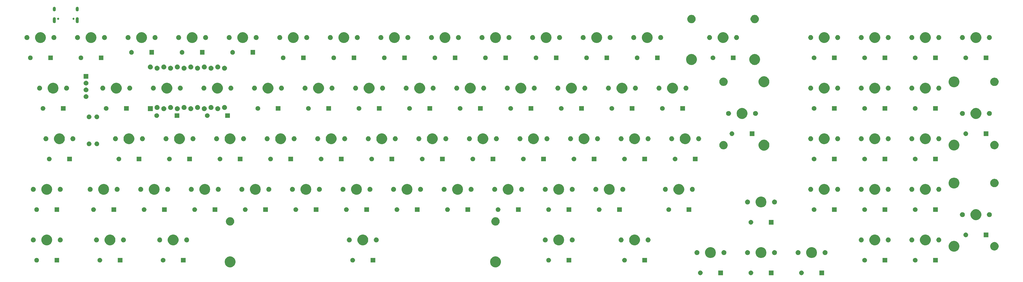
<source format=gbr>
G04 #@! TF.GenerationSoftware,KiCad,Pcbnew,5.1.2-f72e74a~84~ubuntu18.04.1*
G04 #@! TF.CreationDate,2019-05-27T19:37:11-05:00*
G04 #@! TF.ProjectId,1800muente,31383030-6d75-4656-9e74-652e6b696361,rev?*
G04 #@! TF.SameCoordinates,Original*
G04 #@! TF.FileFunction,Soldermask,Top*
G04 #@! TF.FilePolarity,Negative*
%FSLAX46Y46*%
G04 Gerber Fmt 4.6, Leading zero omitted, Abs format (unit mm)*
G04 Created by KiCad (PCBNEW 5.1.2-f72e74a~84~ubuntu18.04.1) date 2019-05-27 19:37:11*
%MOMM*%
%LPD*%
G04 APERTURE LIST*
%ADD10C,0.100000*%
G04 APERTURE END LIST*
D10*
G36*
X331104500Y-191053500D02*
G01*
X329351500Y-191053500D01*
X329351500Y-189300500D01*
X331104500Y-189300500D01*
X331104500Y-191053500D01*
X331104500Y-191053500D01*
G37*
G36*
X303728997Y-189317342D02*
G01*
X303813666Y-189334183D01*
X303879738Y-189361551D01*
X303973177Y-189400255D01*
X304116736Y-189496178D01*
X304238822Y-189618264D01*
X304334745Y-189761823D01*
X304400817Y-189921335D01*
X304434500Y-190090671D01*
X304434500Y-190263329D01*
X304400817Y-190432665D01*
X304334745Y-190592177D01*
X304238822Y-190735736D01*
X304116736Y-190857822D01*
X303973177Y-190953745D01*
X303879738Y-190992449D01*
X303813666Y-191019817D01*
X303728997Y-191036658D01*
X303644329Y-191053500D01*
X303471671Y-191053500D01*
X303387003Y-191036658D01*
X303302334Y-191019817D01*
X303236262Y-190992449D01*
X303142823Y-190953745D01*
X302999264Y-190857822D01*
X302877178Y-190735736D01*
X302781255Y-190592177D01*
X302715183Y-190432665D01*
X302681500Y-190263329D01*
X302681500Y-190090671D01*
X302715183Y-189921335D01*
X302781255Y-189761823D01*
X302877178Y-189618264D01*
X302999264Y-189496178D01*
X303142823Y-189400255D01*
X303236262Y-189361551D01*
X303302334Y-189334183D01*
X303387003Y-189317342D01*
X303471671Y-189300500D01*
X303644329Y-189300500D01*
X303728997Y-189317342D01*
X303728997Y-189317342D01*
G37*
G36*
X312054500Y-191053500D02*
G01*
X310301500Y-191053500D01*
X310301500Y-189300500D01*
X312054500Y-189300500D01*
X312054500Y-191053500D01*
X312054500Y-191053500D01*
G37*
G36*
X293004500Y-191053500D02*
G01*
X291251500Y-191053500D01*
X291251500Y-189300500D01*
X293004500Y-189300500D01*
X293004500Y-191053500D01*
X293004500Y-191053500D01*
G37*
G36*
X284678997Y-189317342D02*
G01*
X284763666Y-189334183D01*
X284829738Y-189361551D01*
X284923177Y-189400255D01*
X285066736Y-189496178D01*
X285188822Y-189618264D01*
X285284745Y-189761823D01*
X285350817Y-189921335D01*
X285384500Y-190090671D01*
X285384500Y-190263329D01*
X285350817Y-190432665D01*
X285284745Y-190592177D01*
X285188822Y-190735736D01*
X285066736Y-190857822D01*
X284923177Y-190953745D01*
X284829738Y-190992449D01*
X284763666Y-191019817D01*
X284678997Y-191036658D01*
X284594329Y-191053500D01*
X284421671Y-191053500D01*
X284337003Y-191036658D01*
X284252334Y-191019817D01*
X284186262Y-190992449D01*
X284092823Y-190953745D01*
X283949264Y-190857822D01*
X283827178Y-190735736D01*
X283731255Y-190592177D01*
X283665183Y-190432665D01*
X283631500Y-190263329D01*
X283631500Y-190090671D01*
X283665183Y-189921335D01*
X283731255Y-189761823D01*
X283827178Y-189618264D01*
X283949264Y-189496178D01*
X284092823Y-189400255D01*
X284186262Y-189361551D01*
X284252334Y-189334183D01*
X284337003Y-189317342D01*
X284421671Y-189300500D01*
X284594329Y-189300500D01*
X284678997Y-189317342D01*
X284678997Y-189317342D01*
G37*
G36*
X322778997Y-189317342D02*
G01*
X322863666Y-189334183D01*
X322929738Y-189361551D01*
X323023177Y-189400255D01*
X323166736Y-189496178D01*
X323288822Y-189618264D01*
X323384745Y-189761823D01*
X323450817Y-189921335D01*
X323484500Y-190090671D01*
X323484500Y-190263329D01*
X323450817Y-190432665D01*
X323384745Y-190592177D01*
X323288822Y-190735736D01*
X323166736Y-190857822D01*
X323023177Y-190953745D01*
X322929738Y-190992449D01*
X322863666Y-191019817D01*
X322778997Y-191036658D01*
X322694329Y-191053500D01*
X322521671Y-191053500D01*
X322437003Y-191036658D01*
X322352334Y-191019817D01*
X322286262Y-190992449D01*
X322192823Y-190953745D01*
X322049264Y-190857822D01*
X321927178Y-190735736D01*
X321831255Y-190592177D01*
X321765183Y-190432665D01*
X321731500Y-190263329D01*
X321731500Y-190090671D01*
X321765183Y-189921335D01*
X321831255Y-189761823D01*
X321927178Y-189618264D01*
X322049264Y-189496178D01*
X322192823Y-189400255D01*
X322286262Y-189361551D01*
X322352334Y-189334183D01*
X322437003Y-189317342D01*
X322521671Y-189300500D01*
X322694329Y-189300500D01*
X322778997Y-189317342D01*
X322778997Y-189317342D01*
G37*
G36*
X207945374Y-184083684D02*
G01*
X208163374Y-184173983D01*
X208317523Y-184237833D01*
X208652448Y-184461623D01*
X208937277Y-184746452D01*
X209161067Y-185081377D01*
X209193358Y-185159335D01*
X209315216Y-185453526D01*
X209393800Y-185848594D01*
X209393800Y-186251406D01*
X209315216Y-186646474D01*
X209224917Y-186864474D01*
X209161067Y-187018623D01*
X208937277Y-187353548D01*
X208652448Y-187638377D01*
X208317523Y-187862167D01*
X208163374Y-187926017D01*
X207945374Y-188016316D01*
X207550306Y-188094900D01*
X207147494Y-188094900D01*
X206752426Y-188016316D01*
X206534426Y-187926017D01*
X206380277Y-187862167D01*
X206045352Y-187638377D01*
X205760523Y-187353548D01*
X205536733Y-187018623D01*
X205472883Y-186864474D01*
X205382584Y-186646474D01*
X205304000Y-186251406D01*
X205304000Y-185848594D01*
X205382584Y-185453526D01*
X205504442Y-185159335D01*
X205536733Y-185081377D01*
X205760523Y-184746452D01*
X206045352Y-184461623D01*
X206380277Y-184237833D01*
X206534426Y-184173983D01*
X206752426Y-184083684D01*
X207147494Y-184005100D01*
X207550306Y-184005100D01*
X207945374Y-184083684D01*
X207945374Y-184083684D01*
G37*
G36*
X107945574Y-184083684D02*
G01*
X108163574Y-184173983D01*
X108317723Y-184237833D01*
X108652648Y-184461623D01*
X108937477Y-184746452D01*
X109161267Y-185081377D01*
X109193558Y-185159335D01*
X109315416Y-185453526D01*
X109394000Y-185848594D01*
X109394000Y-186251406D01*
X109315416Y-186646474D01*
X109225117Y-186864474D01*
X109161267Y-187018623D01*
X108937477Y-187353548D01*
X108652648Y-187638377D01*
X108317723Y-187862167D01*
X108163574Y-187926017D01*
X107945574Y-188016316D01*
X107550506Y-188094900D01*
X107147694Y-188094900D01*
X106752626Y-188016316D01*
X106534626Y-187926017D01*
X106380477Y-187862167D01*
X106045552Y-187638377D01*
X105760723Y-187353548D01*
X105536933Y-187018623D01*
X105473083Y-186864474D01*
X105382784Y-186646474D01*
X105304200Y-186251406D01*
X105304200Y-185848594D01*
X105382784Y-185453526D01*
X105504642Y-185159335D01*
X105536933Y-185081377D01*
X105760723Y-184746452D01*
X106045552Y-184461623D01*
X106380477Y-184237833D01*
X106534626Y-184173983D01*
X106752626Y-184083684D01*
X107147694Y-184005100D01*
X107550506Y-184005100D01*
X107945574Y-184083684D01*
X107945574Y-184083684D01*
G37*
G36*
X365640997Y-184555341D02*
G01*
X365725666Y-184572183D01*
X365791738Y-184599551D01*
X365885177Y-184638255D01*
X366028736Y-184734178D01*
X366150822Y-184856264D01*
X366246745Y-184999823D01*
X366312817Y-185159335D01*
X366346500Y-185328671D01*
X366346500Y-185501329D01*
X366312817Y-185670665D01*
X366246745Y-185830177D01*
X366150822Y-185973736D01*
X366028736Y-186095822D01*
X365885177Y-186191745D01*
X365791738Y-186230449D01*
X365725666Y-186257817D01*
X365640997Y-186274658D01*
X365556329Y-186291500D01*
X365383671Y-186291500D01*
X365299003Y-186274659D01*
X365214334Y-186257817D01*
X365148262Y-186230449D01*
X365054823Y-186191745D01*
X364911264Y-186095822D01*
X364789178Y-185973736D01*
X364693255Y-185830177D01*
X364627183Y-185670665D01*
X364593500Y-185501329D01*
X364593500Y-185328671D01*
X364627183Y-185159335D01*
X364693255Y-184999823D01*
X364789178Y-184856264D01*
X364911264Y-184734178D01*
X365054823Y-184638255D01*
X365148262Y-184599551D01*
X365214334Y-184572183D01*
X365299003Y-184555341D01*
X365383671Y-184538500D01*
X365556329Y-184538500D01*
X365640997Y-184555341D01*
X365640997Y-184555341D01*
G37*
G36*
X256103997Y-184555341D02*
G01*
X256188666Y-184572183D01*
X256254738Y-184599551D01*
X256348177Y-184638255D01*
X256491736Y-184734178D01*
X256613822Y-184856264D01*
X256709745Y-184999823D01*
X256775817Y-185159335D01*
X256809500Y-185328671D01*
X256809500Y-185501329D01*
X256775817Y-185670665D01*
X256709745Y-185830177D01*
X256613822Y-185973736D01*
X256491736Y-186095822D01*
X256348177Y-186191745D01*
X256254738Y-186230449D01*
X256188666Y-186257817D01*
X256103997Y-186274658D01*
X256019329Y-186291500D01*
X255846671Y-186291500D01*
X255762003Y-186274659D01*
X255677334Y-186257817D01*
X255611262Y-186230449D01*
X255517823Y-186191745D01*
X255374264Y-186095822D01*
X255252178Y-185973736D01*
X255156255Y-185830177D01*
X255090183Y-185670665D01*
X255056500Y-185501329D01*
X255056500Y-185328671D01*
X255090183Y-185159335D01*
X255156255Y-184999823D01*
X255252178Y-184856264D01*
X255374264Y-184734178D01*
X255517823Y-184638255D01*
X255611262Y-184599551D01*
X255677334Y-184572183D01*
X255762003Y-184555341D01*
X255846671Y-184538500D01*
X256019329Y-184538500D01*
X256103997Y-184555341D01*
X256103997Y-184555341D01*
G37*
G36*
X66785700Y-186291500D02*
G01*
X65032700Y-186291500D01*
X65032700Y-184538500D01*
X66785700Y-184538500D01*
X66785700Y-186291500D01*
X66785700Y-186291500D01*
G37*
G36*
X58460197Y-184555341D02*
G01*
X58544866Y-184572183D01*
X58610938Y-184599551D01*
X58704377Y-184638255D01*
X58847936Y-184734178D01*
X58970022Y-184856264D01*
X59065945Y-184999823D01*
X59132017Y-185159335D01*
X59165700Y-185328671D01*
X59165700Y-185501329D01*
X59132017Y-185670665D01*
X59065945Y-185830177D01*
X58970022Y-185973736D01*
X58847936Y-186095822D01*
X58704377Y-186191745D01*
X58610938Y-186230449D01*
X58544866Y-186257817D01*
X58460197Y-186274659D01*
X58375529Y-186291500D01*
X58202871Y-186291500D01*
X58118203Y-186274659D01*
X58033534Y-186257817D01*
X57967462Y-186230449D01*
X57874023Y-186191745D01*
X57730464Y-186095822D01*
X57608378Y-185973736D01*
X57512455Y-185830177D01*
X57446383Y-185670665D01*
X57412700Y-185501329D01*
X57412700Y-185328671D01*
X57446383Y-185159335D01*
X57512455Y-184999823D01*
X57608378Y-184856264D01*
X57730464Y-184734178D01*
X57874023Y-184638255D01*
X57967462Y-184599551D01*
X58033534Y-184572183D01*
X58118203Y-184555341D01*
X58202871Y-184538500D01*
X58375529Y-184538500D01*
X58460197Y-184555341D01*
X58460197Y-184555341D01*
G37*
G36*
X82272697Y-184555341D02*
G01*
X82357366Y-184572183D01*
X82423438Y-184599551D01*
X82516877Y-184638255D01*
X82660436Y-184734178D01*
X82782522Y-184856264D01*
X82878445Y-184999823D01*
X82944517Y-185159335D01*
X82978200Y-185328671D01*
X82978200Y-185501329D01*
X82944517Y-185670665D01*
X82878445Y-185830177D01*
X82782522Y-185973736D01*
X82660436Y-186095822D01*
X82516877Y-186191745D01*
X82423438Y-186230449D01*
X82357366Y-186257817D01*
X82272697Y-186274659D01*
X82188029Y-186291500D01*
X82015371Y-186291500D01*
X81930703Y-186274659D01*
X81846034Y-186257817D01*
X81779962Y-186230449D01*
X81686523Y-186191745D01*
X81542964Y-186095822D01*
X81420878Y-185973736D01*
X81324955Y-185830177D01*
X81258883Y-185670665D01*
X81225200Y-185501329D01*
X81225200Y-185328671D01*
X81258883Y-185159335D01*
X81324955Y-184999823D01*
X81420878Y-184856264D01*
X81542964Y-184734178D01*
X81686523Y-184638255D01*
X81779962Y-184599551D01*
X81846034Y-184572183D01*
X81930703Y-184555341D01*
X82015371Y-184538500D01*
X82188029Y-184538500D01*
X82272697Y-184555341D01*
X82272697Y-184555341D01*
G37*
G36*
X90598200Y-186291500D02*
G01*
X88845200Y-186291500D01*
X88845200Y-184538500D01*
X90598200Y-184538500D01*
X90598200Y-186291500D01*
X90598200Y-186291500D01*
G37*
G36*
X227528997Y-184555341D02*
G01*
X227613666Y-184572183D01*
X227679738Y-184599551D01*
X227773177Y-184638255D01*
X227916736Y-184734178D01*
X228038822Y-184856264D01*
X228134745Y-184999823D01*
X228200817Y-185159335D01*
X228234500Y-185328671D01*
X228234500Y-185501329D01*
X228200817Y-185670665D01*
X228134745Y-185830177D01*
X228038822Y-185973736D01*
X227916736Y-186095822D01*
X227773177Y-186191745D01*
X227679738Y-186230449D01*
X227613666Y-186257817D01*
X227528997Y-186274658D01*
X227444329Y-186291500D01*
X227271671Y-186291500D01*
X227187003Y-186274659D01*
X227102334Y-186257817D01*
X227036262Y-186230449D01*
X226942823Y-186191745D01*
X226799264Y-186095822D01*
X226677178Y-185973736D01*
X226581255Y-185830177D01*
X226515183Y-185670665D01*
X226481500Y-185501329D01*
X226481500Y-185328671D01*
X226515183Y-185159335D01*
X226581255Y-184999823D01*
X226677178Y-184856264D01*
X226799264Y-184734178D01*
X226942823Y-184638255D01*
X227036262Y-184599551D01*
X227102334Y-184572183D01*
X227187003Y-184555341D01*
X227271671Y-184538500D01*
X227444329Y-184538500D01*
X227528997Y-184555341D01*
X227528997Y-184555341D01*
G37*
G36*
X235854500Y-186291500D02*
G01*
X234101500Y-186291500D01*
X234101500Y-184538500D01*
X235854500Y-184538500D01*
X235854500Y-186291500D01*
X235854500Y-186291500D01*
G37*
G36*
X153709997Y-184555341D02*
G01*
X153794666Y-184572183D01*
X153860738Y-184599551D01*
X153954177Y-184638255D01*
X154097736Y-184734178D01*
X154219822Y-184856264D01*
X154315745Y-184999823D01*
X154381817Y-185159335D01*
X154415500Y-185328671D01*
X154415500Y-185501329D01*
X154381817Y-185670665D01*
X154315745Y-185830177D01*
X154219822Y-185973736D01*
X154097736Y-186095822D01*
X153954177Y-186191745D01*
X153860738Y-186230449D01*
X153794666Y-186257817D01*
X153709997Y-186274658D01*
X153625329Y-186291500D01*
X153452671Y-186291500D01*
X153368003Y-186274659D01*
X153283334Y-186257817D01*
X153217262Y-186230449D01*
X153123823Y-186191745D01*
X152980264Y-186095822D01*
X152858178Y-185973736D01*
X152762255Y-185830177D01*
X152696183Y-185670665D01*
X152662500Y-185501329D01*
X152662500Y-185328671D01*
X152696183Y-185159335D01*
X152762255Y-184999823D01*
X152858178Y-184856264D01*
X152980264Y-184734178D01*
X153123823Y-184638255D01*
X153217262Y-184599551D01*
X153283334Y-184572183D01*
X153368003Y-184555341D01*
X153452671Y-184538500D01*
X153625329Y-184538500D01*
X153709997Y-184555341D01*
X153709997Y-184555341D01*
G37*
G36*
X354916500Y-186291500D02*
G01*
X353163500Y-186291500D01*
X353163500Y-184538500D01*
X354916500Y-184538500D01*
X354916500Y-186291500D01*
X354916500Y-186291500D01*
G37*
G36*
X373966500Y-186291500D02*
G01*
X372213500Y-186291500D01*
X372213500Y-184538500D01*
X373966500Y-184538500D01*
X373966500Y-186291500D01*
X373966500Y-186291500D01*
G37*
G36*
X162035500Y-186291500D02*
G01*
X160282500Y-186291500D01*
X160282500Y-184538500D01*
X162035500Y-184538500D01*
X162035500Y-186291500D01*
X162035500Y-186291500D01*
G37*
G36*
X264429500Y-186291500D02*
G01*
X262676500Y-186291500D01*
X262676500Y-184538500D01*
X264429500Y-184538500D01*
X264429500Y-186291500D01*
X264429500Y-186291500D01*
G37*
G36*
X42973200Y-186291500D02*
G01*
X41220200Y-186291500D01*
X41220200Y-184538500D01*
X42973200Y-184538500D01*
X42973200Y-186291500D01*
X42973200Y-186291500D01*
G37*
G36*
X34647697Y-184555341D02*
G01*
X34732366Y-184572183D01*
X34798438Y-184599551D01*
X34891877Y-184638255D01*
X35035436Y-184734178D01*
X35157522Y-184856264D01*
X35253445Y-184999823D01*
X35319517Y-185159335D01*
X35353200Y-185328671D01*
X35353200Y-185501329D01*
X35319517Y-185670665D01*
X35253445Y-185830177D01*
X35157522Y-185973736D01*
X35035436Y-186095822D01*
X34891877Y-186191745D01*
X34798438Y-186230449D01*
X34732366Y-186257817D01*
X34647697Y-186274659D01*
X34563029Y-186291500D01*
X34390371Y-186291500D01*
X34305703Y-186274659D01*
X34221034Y-186257817D01*
X34154962Y-186230449D01*
X34061523Y-186191745D01*
X33917964Y-186095822D01*
X33795878Y-185973736D01*
X33699955Y-185830177D01*
X33633883Y-185670665D01*
X33600200Y-185501329D01*
X33600200Y-185328671D01*
X33633883Y-185159335D01*
X33699955Y-184999823D01*
X33795878Y-184856264D01*
X33917964Y-184734178D01*
X34061523Y-184638255D01*
X34154962Y-184599551D01*
X34221034Y-184572183D01*
X34305703Y-184555341D01*
X34390371Y-184538500D01*
X34563029Y-184538500D01*
X34647697Y-184555341D01*
X34647697Y-184555341D01*
G37*
G36*
X346590997Y-184555341D02*
G01*
X346675666Y-184572183D01*
X346741738Y-184599551D01*
X346835177Y-184638255D01*
X346978736Y-184734178D01*
X347100822Y-184856264D01*
X347196745Y-184999823D01*
X347262817Y-185159335D01*
X347296500Y-185328671D01*
X347296500Y-185501329D01*
X347262817Y-185670665D01*
X347196745Y-185830177D01*
X347100822Y-185973736D01*
X346978736Y-186095822D01*
X346835177Y-186191745D01*
X346741738Y-186230449D01*
X346675666Y-186257817D01*
X346590997Y-186274658D01*
X346506329Y-186291500D01*
X346333671Y-186291500D01*
X346249003Y-186274659D01*
X346164334Y-186257817D01*
X346098262Y-186230449D01*
X346004823Y-186191745D01*
X345861264Y-186095822D01*
X345739178Y-185973736D01*
X345643255Y-185830177D01*
X345577183Y-185670665D01*
X345543500Y-185501329D01*
X345543500Y-185328671D01*
X345577183Y-185159335D01*
X345643255Y-184999823D01*
X345739178Y-184856264D01*
X345861264Y-184734178D01*
X346004823Y-184638255D01*
X346098262Y-184599551D01*
X346164334Y-184572183D01*
X346249003Y-184555341D01*
X346333671Y-184538500D01*
X346506329Y-184538500D01*
X346590997Y-184555341D01*
X346590997Y-184555341D01*
G37*
G36*
X307964474Y-180590684D02*
G01*
X308182474Y-180680983D01*
X308336623Y-180744833D01*
X308671548Y-180968623D01*
X308956377Y-181253452D01*
X309180167Y-181588377D01*
X309212562Y-181666586D01*
X309334316Y-181960526D01*
X309412900Y-182355594D01*
X309412900Y-182758406D01*
X309334316Y-183153474D01*
X309283451Y-183276272D01*
X309180167Y-183525623D01*
X308956377Y-183860548D01*
X308671548Y-184145377D01*
X308336623Y-184369167D01*
X308182474Y-184433017D01*
X307964474Y-184523316D01*
X307569406Y-184601900D01*
X307166594Y-184601900D01*
X306771526Y-184523316D01*
X306553526Y-184433017D01*
X306399377Y-184369167D01*
X306064452Y-184145377D01*
X305779623Y-183860548D01*
X305555833Y-183525623D01*
X305452549Y-183276272D01*
X305401684Y-183153474D01*
X305323100Y-182758406D01*
X305323100Y-182355594D01*
X305401684Y-181960526D01*
X305523438Y-181666586D01*
X305555833Y-181588377D01*
X305779623Y-181253452D01*
X306064452Y-180968623D01*
X306399377Y-180744833D01*
X306553526Y-180680983D01*
X306771526Y-180590684D01*
X307166594Y-180512100D01*
X307569406Y-180512100D01*
X307964474Y-180590684D01*
X307964474Y-180590684D01*
G37*
G36*
X327014474Y-180590684D02*
G01*
X327232474Y-180680983D01*
X327386623Y-180744833D01*
X327721548Y-180968623D01*
X328006377Y-181253452D01*
X328230167Y-181588377D01*
X328262562Y-181666586D01*
X328384316Y-181960526D01*
X328462900Y-182355594D01*
X328462900Y-182758406D01*
X328384316Y-183153474D01*
X328333451Y-183276272D01*
X328230167Y-183525623D01*
X328006377Y-183860548D01*
X327721548Y-184145377D01*
X327386623Y-184369167D01*
X327232474Y-184433017D01*
X327014474Y-184523316D01*
X326619406Y-184601900D01*
X326216594Y-184601900D01*
X325821526Y-184523316D01*
X325603526Y-184433017D01*
X325449377Y-184369167D01*
X325114452Y-184145377D01*
X324829623Y-183860548D01*
X324605833Y-183525623D01*
X324502549Y-183276272D01*
X324451684Y-183153474D01*
X324373100Y-182758406D01*
X324373100Y-182355594D01*
X324451684Y-181960526D01*
X324573438Y-181666586D01*
X324605833Y-181588377D01*
X324829623Y-181253452D01*
X325114452Y-180968623D01*
X325449377Y-180744833D01*
X325603526Y-180680983D01*
X325821526Y-180590684D01*
X326216594Y-180512100D01*
X326619406Y-180512100D01*
X327014474Y-180590684D01*
X327014474Y-180590684D01*
G37*
G36*
X288914474Y-180590684D02*
G01*
X289132474Y-180680983D01*
X289286623Y-180744833D01*
X289621548Y-180968623D01*
X289906377Y-181253452D01*
X290130167Y-181588377D01*
X290162562Y-181666586D01*
X290284316Y-181960526D01*
X290362900Y-182355594D01*
X290362900Y-182758406D01*
X290284316Y-183153474D01*
X290233451Y-183276272D01*
X290130167Y-183525623D01*
X289906377Y-183860548D01*
X289621548Y-184145377D01*
X289286623Y-184369167D01*
X289132474Y-184433017D01*
X288914474Y-184523316D01*
X288519406Y-184601900D01*
X288116594Y-184601900D01*
X287721526Y-184523316D01*
X287503526Y-184433017D01*
X287349377Y-184369167D01*
X287014452Y-184145377D01*
X286729623Y-183860548D01*
X286505833Y-183525623D01*
X286402549Y-183276272D01*
X286351684Y-183153474D01*
X286273100Y-182758406D01*
X286273100Y-182355594D01*
X286351684Y-181960526D01*
X286473438Y-181666586D01*
X286505833Y-181588377D01*
X286729623Y-181253452D01*
X287014452Y-180968623D01*
X287349377Y-180744833D01*
X287503526Y-180680983D01*
X287721526Y-180590684D01*
X288116594Y-180512100D01*
X288519406Y-180512100D01*
X288914474Y-180590684D01*
X288914474Y-180590684D01*
G37*
G36*
X283508104Y-181666585D02*
G01*
X283676626Y-181736389D01*
X283828291Y-181837728D01*
X283957272Y-181966709D01*
X284058611Y-182118374D01*
X284128415Y-182286896D01*
X284164000Y-182465797D01*
X284164000Y-182648203D01*
X284128415Y-182827104D01*
X284058611Y-182995626D01*
X283957272Y-183147291D01*
X283828291Y-183276272D01*
X283676626Y-183377611D01*
X283508104Y-183447415D01*
X283329203Y-183483000D01*
X283146797Y-183483000D01*
X282967896Y-183447415D01*
X282799374Y-183377611D01*
X282647709Y-183276272D01*
X282518728Y-183147291D01*
X282417389Y-182995626D01*
X282347585Y-182827104D01*
X282312000Y-182648203D01*
X282312000Y-182465797D01*
X282347585Y-182286896D01*
X282417389Y-182118374D01*
X282518728Y-181966709D01*
X282647709Y-181837728D01*
X282799374Y-181736389D01*
X282967896Y-181666585D01*
X283146797Y-181631000D01*
X283329203Y-181631000D01*
X283508104Y-181666585D01*
X283508104Y-181666585D01*
G37*
G36*
X293668104Y-181666585D02*
G01*
X293836626Y-181736389D01*
X293988291Y-181837728D01*
X294117272Y-181966709D01*
X294218611Y-182118374D01*
X294288415Y-182286896D01*
X294324000Y-182465797D01*
X294324000Y-182648203D01*
X294288415Y-182827104D01*
X294218611Y-182995626D01*
X294117272Y-183147291D01*
X293988291Y-183276272D01*
X293836626Y-183377611D01*
X293668104Y-183447415D01*
X293489203Y-183483000D01*
X293306797Y-183483000D01*
X293127896Y-183447415D01*
X292959374Y-183377611D01*
X292807709Y-183276272D01*
X292678728Y-183147291D01*
X292577389Y-182995626D01*
X292507585Y-182827104D01*
X292472000Y-182648203D01*
X292472000Y-182465797D01*
X292507585Y-182286896D01*
X292577389Y-182118374D01*
X292678728Y-181966709D01*
X292807709Y-181837728D01*
X292959374Y-181736389D01*
X293127896Y-181666585D01*
X293306797Y-181631000D01*
X293489203Y-181631000D01*
X293668104Y-181666585D01*
X293668104Y-181666585D01*
G37*
G36*
X302558104Y-181666585D02*
G01*
X302726626Y-181736389D01*
X302878291Y-181837728D01*
X303007272Y-181966709D01*
X303108611Y-182118374D01*
X303178415Y-182286896D01*
X303214000Y-182465797D01*
X303214000Y-182648203D01*
X303178415Y-182827104D01*
X303108611Y-182995626D01*
X303007272Y-183147291D01*
X302878291Y-183276272D01*
X302726626Y-183377611D01*
X302558104Y-183447415D01*
X302379203Y-183483000D01*
X302196797Y-183483000D01*
X302017896Y-183447415D01*
X301849374Y-183377611D01*
X301697709Y-183276272D01*
X301568728Y-183147291D01*
X301467389Y-182995626D01*
X301397585Y-182827104D01*
X301362000Y-182648203D01*
X301362000Y-182465797D01*
X301397585Y-182286896D01*
X301467389Y-182118374D01*
X301568728Y-181966709D01*
X301697709Y-181837728D01*
X301849374Y-181736389D01*
X302017896Y-181666585D01*
X302196797Y-181631000D01*
X302379203Y-181631000D01*
X302558104Y-181666585D01*
X302558104Y-181666585D01*
G37*
G36*
X312718104Y-181666585D02*
G01*
X312886626Y-181736389D01*
X313038291Y-181837728D01*
X313167272Y-181966709D01*
X313268611Y-182118374D01*
X313338415Y-182286896D01*
X313374000Y-182465797D01*
X313374000Y-182648203D01*
X313338415Y-182827104D01*
X313268611Y-182995626D01*
X313167272Y-183147291D01*
X313038291Y-183276272D01*
X312886626Y-183377611D01*
X312718104Y-183447415D01*
X312539203Y-183483000D01*
X312356797Y-183483000D01*
X312177896Y-183447415D01*
X312009374Y-183377611D01*
X311857709Y-183276272D01*
X311728728Y-183147291D01*
X311627389Y-182995626D01*
X311557585Y-182827104D01*
X311522000Y-182648203D01*
X311522000Y-182465797D01*
X311557585Y-182286896D01*
X311627389Y-182118374D01*
X311728728Y-181966709D01*
X311857709Y-181837728D01*
X312009374Y-181736389D01*
X312177896Y-181666585D01*
X312356797Y-181631000D01*
X312539203Y-181631000D01*
X312718104Y-181666585D01*
X312718104Y-181666585D01*
G37*
G36*
X321608104Y-181666585D02*
G01*
X321776626Y-181736389D01*
X321928291Y-181837728D01*
X322057272Y-181966709D01*
X322158611Y-182118374D01*
X322228415Y-182286896D01*
X322264000Y-182465797D01*
X322264000Y-182648203D01*
X322228415Y-182827104D01*
X322158611Y-182995626D01*
X322057272Y-183147291D01*
X321928291Y-183276272D01*
X321776626Y-183377611D01*
X321608104Y-183447415D01*
X321429203Y-183483000D01*
X321246797Y-183483000D01*
X321067896Y-183447415D01*
X320899374Y-183377611D01*
X320747709Y-183276272D01*
X320618728Y-183147291D01*
X320517389Y-182995626D01*
X320447585Y-182827104D01*
X320412000Y-182648203D01*
X320412000Y-182465797D01*
X320447585Y-182286896D01*
X320517389Y-182118374D01*
X320618728Y-181966709D01*
X320747709Y-181837728D01*
X320899374Y-181736389D01*
X321067896Y-181666585D01*
X321246797Y-181631000D01*
X321429203Y-181631000D01*
X321608104Y-181666585D01*
X321608104Y-181666585D01*
G37*
G36*
X331768104Y-181666585D02*
G01*
X331936626Y-181736389D01*
X332088291Y-181837728D01*
X332217272Y-181966709D01*
X332318611Y-182118374D01*
X332388415Y-182286896D01*
X332424000Y-182465797D01*
X332424000Y-182648203D01*
X332388415Y-182827104D01*
X332318611Y-182995626D01*
X332217272Y-183147291D01*
X332088291Y-183276272D01*
X331936626Y-183377611D01*
X331768104Y-183447415D01*
X331589203Y-183483000D01*
X331406797Y-183483000D01*
X331227896Y-183447415D01*
X331059374Y-183377611D01*
X330907709Y-183276272D01*
X330778728Y-183147291D01*
X330677389Y-182995626D01*
X330607585Y-182827104D01*
X330572000Y-182648203D01*
X330572000Y-182465797D01*
X330607585Y-182286896D01*
X330677389Y-182118374D01*
X330778728Y-181966709D01*
X330907709Y-181837728D01*
X331059374Y-181736389D01*
X331227896Y-181666585D01*
X331406797Y-181631000D01*
X331589203Y-181631000D01*
X331768104Y-181666585D01*
X331768104Y-181666585D01*
G37*
G36*
X380671474Y-178209934D02*
G01*
X380889474Y-178300233D01*
X381043623Y-178364083D01*
X381378548Y-178587873D01*
X381663377Y-178872702D01*
X381887167Y-179207627D01*
X381887167Y-179207628D01*
X382041316Y-179579776D01*
X382119900Y-179974844D01*
X382119900Y-180377656D01*
X382041316Y-180772724D01*
X381979363Y-180922291D01*
X381887167Y-181144873D01*
X381663377Y-181479798D01*
X381378548Y-181764627D01*
X381043623Y-181988417D01*
X380889474Y-182052267D01*
X380671474Y-182142566D01*
X380276406Y-182221150D01*
X379873594Y-182221150D01*
X379478526Y-182142566D01*
X379260526Y-182052267D01*
X379106377Y-181988417D01*
X378771452Y-181764627D01*
X378486623Y-181479798D01*
X378262833Y-181144873D01*
X378170637Y-180922291D01*
X378108684Y-180772724D01*
X378030100Y-180377656D01*
X378030100Y-179974844D01*
X378108684Y-179579776D01*
X378262833Y-179207628D01*
X378262833Y-179207627D01*
X378486623Y-178872702D01*
X378771452Y-178587873D01*
X379106377Y-178364083D01*
X379260526Y-178300233D01*
X379478526Y-178209934D01*
X379873594Y-178131350D01*
X380276406Y-178131350D01*
X380671474Y-178209934D01*
X380671474Y-178209934D01*
G37*
G36*
X395622267Y-178631513D02*
G01*
X395774411Y-178661776D01*
X395831480Y-178685415D01*
X396061041Y-178780502D01*
X396061042Y-178780503D01*
X396319004Y-178952867D01*
X396538383Y-179172246D01*
X396562024Y-179207628D01*
X396710748Y-179430209D01*
X396829474Y-179716840D01*
X396890000Y-180021125D01*
X396890000Y-180331375D01*
X396829474Y-180635660D01*
X396710748Y-180922291D01*
X396710747Y-180922292D01*
X396538383Y-181180254D01*
X396319004Y-181399633D01*
X396199028Y-181479798D01*
X396061041Y-181571998D01*
X395918597Y-181631000D01*
X395774411Y-181690724D01*
X395470125Y-181751250D01*
X395159875Y-181751250D01*
X394855589Y-181690724D01*
X394711403Y-181631000D01*
X394568959Y-181571998D01*
X394430972Y-181479798D01*
X394310996Y-181399633D01*
X394091617Y-181180254D01*
X393919253Y-180922292D01*
X393919252Y-180922291D01*
X393800526Y-180635660D01*
X393740000Y-180331375D01*
X393740000Y-180021125D01*
X393800526Y-179716840D01*
X393919252Y-179430209D01*
X394067976Y-179207628D01*
X394091617Y-179172246D01*
X394310996Y-178952867D01*
X394568958Y-178780503D01*
X394568959Y-178780502D01*
X394798520Y-178685415D01*
X394855589Y-178661776D01*
X395007733Y-178631513D01*
X395159875Y-178601250D01*
X395470125Y-178601250D01*
X395622267Y-178631513D01*
X395622267Y-178631513D01*
G37*
G36*
X86508174Y-175828684D02*
G01*
X86726174Y-175918983D01*
X86880323Y-175982833D01*
X87215248Y-176206623D01*
X87500077Y-176491452D01*
X87723867Y-176826377D01*
X87756262Y-176904586D01*
X87878016Y-177198526D01*
X87956600Y-177593594D01*
X87956600Y-177996406D01*
X87878016Y-178391474D01*
X87827151Y-178514272D01*
X87723867Y-178763623D01*
X87500077Y-179098548D01*
X87215248Y-179383377D01*
X86880323Y-179607167D01*
X86726174Y-179671017D01*
X86508174Y-179761316D01*
X86113106Y-179839900D01*
X85710294Y-179839900D01*
X85315226Y-179761316D01*
X85097226Y-179671017D01*
X84943077Y-179607167D01*
X84608152Y-179383377D01*
X84323323Y-179098548D01*
X84099533Y-178763623D01*
X83996249Y-178514272D01*
X83945384Y-178391474D01*
X83866800Y-177996406D01*
X83866800Y-177593594D01*
X83945384Y-177198526D01*
X84067138Y-176904586D01*
X84099533Y-176826377D01*
X84323323Y-176491452D01*
X84608152Y-176206623D01*
X84943077Y-175982833D01*
X85097226Y-175918983D01*
X85315226Y-175828684D01*
X85710294Y-175750100D01*
X86113106Y-175750100D01*
X86508174Y-175828684D01*
X86508174Y-175828684D01*
G37*
G36*
X369876474Y-175828684D02*
G01*
X370094474Y-175918983D01*
X370248623Y-175982833D01*
X370583548Y-176206623D01*
X370868377Y-176491452D01*
X371092167Y-176826377D01*
X371124562Y-176904586D01*
X371246316Y-177198526D01*
X371324900Y-177593594D01*
X371324900Y-177996406D01*
X371246316Y-178391474D01*
X371195451Y-178514272D01*
X371092167Y-178763623D01*
X370868377Y-179098548D01*
X370583548Y-179383377D01*
X370248623Y-179607167D01*
X370094474Y-179671017D01*
X369876474Y-179761316D01*
X369481406Y-179839900D01*
X369078594Y-179839900D01*
X368683526Y-179761316D01*
X368465526Y-179671017D01*
X368311377Y-179607167D01*
X367976452Y-179383377D01*
X367691623Y-179098548D01*
X367467833Y-178763623D01*
X367364549Y-178514272D01*
X367313684Y-178391474D01*
X367235100Y-177996406D01*
X367235100Y-177593594D01*
X367313684Y-177198526D01*
X367435438Y-176904586D01*
X367467833Y-176826377D01*
X367691623Y-176491452D01*
X367976452Y-176206623D01*
X368311377Y-175982833D01*
X368465526Y-175918983D01*
X368683526Y-175828684D01*
X369078594Y-175750100D01*
X369481406Y-175750100D01*
X369876474Y-175828684D01*
X369876474Y-175828684D01*
G37*
G36*
X350826474Y-175828684D02*
G01*
X351044474Y-175918983D01*
X351198623Y-175982833D01*
X351533548Y-176206623D01*
X351818377Y-176491452D01*
X352042167Y-176826377D01*
X352074562Y-176904586D01*
X352196316Y-177198526D01*
X352274900Y-177593594D01*
X352274900Y-177996406D01*
X352196316Y-178391474D01*
X352145451Y-178514272D01*
X352042167Y-178763623D01*
X351818377Y-179098548D01*
X351533548Y-179383377D01*
X351198623Y-179607167D01*
X351044474Y-179671017D01*
X350826474Y-179761316D01*
X350431406Y-179839900D01*
X350028594Y-179839900D01*
X349633526Y-179761316D01*
X349415526Y-179671017D01*
X349261377Y-179607167D01*
X348926452Y-179383377D01*
X348641623Y-179098548D01*
X348417833Y-178763623D01*
X348314549Y-178514272D01*
X348263684Y-178391474D01*
X348185100Y-177996406D01*
X348185100Y-177593594D01*
X348263684Y-177198526D01*
X348385438Y-176904586D01*
X348417833Y-176826377D01*
X348641623Y-176491452D01*
X348926452Y-176206623D01*
X349261377Y-175982833D01*
X349415526Y-175918983D01*
X349633526Y-175828684D01*
X350028594Y-175750100D01*
X350431406Y-175750100D01*
X350826474Y-175828684D01*
X350826474Y-175828684D01*
G37*
G36*
X38883174Y-175828684D02*
G01*
X39101174Y-175918983D01*
X39255323Y-175982833D01*
X39590248Y-176206623D01*
X39875077Y-176491452D01*
X40098867Y-176826377D01*
X40131262Y-176904586D01*
X40253016Y-177198526D01*
X40331600Y-177593594D01*
X40331600Y-177996406D01*
X40253016Y-178391474D01*
X40202151Y-178514272D01*
X40098867Y-178763623D01*
X39875077Y-179098548D01*
X39590248Y-179383377D01*
X39255323Y-179607167D01*
X39101174Y-179671017D01*
X38883174Y-179761316D01*
X38488106Y-179839900D01*
X38085294Y-179839900D01*
X37690226Y-179761316D01*
X37472226Y-179671017D01*
X37318077Y-179607167D01*
X36983152Y-179383377D01*
X36698323Y-179098548D01*
X36474533Y-178763623D01*
X36371249Y-178514272D01*
X36320384Y-178391474D01*
X36241800Y-177996406D01*
X36241800Y-177593594D01*
X36320384Y-177198526D01*
X36442138Y-176904586D01*
X36474533Y-176826377D01*
X36698323Y-176491452D01*
X36983152Y-176206623D01*
X37318077Y-175982833D01*
X37472226Y-175918983D01*
X37690226Y-175828684D01*
X38085294Y-175750100D01*
X38488106Y-175750100D01*
X38883174Y-175828684D01*
X38883174Y-175828684D01*
G37*
G36*
X62695674Y-175828684D02*
G01*
X62913674Y-175918983D01*
X63067823Y-175982833D01*
X63402748Y-176206623D01*
X63687577Y-176491452D01*
X63911367Y-176826377D01*
X63943762Y-176904586D01*
X64065516Y-177198526D01*
X64144100Y-177593594D01*
X64144100Y-177996406D01*
X64065516Y-178391474D01*
X64014651Y-178514272D01*
X63911367Y-178763623D01*
X63687577Y-179098548D01*
X63402748Y-179383377D01*
X63067823Y-179607167D01*
X62913674Y-179671017D01*
X62695674Y-179761316D01*
X62300606Y-179839900D01*
X61897794Y-179839900D01*
X61502726Y-179761316D01*
X61284726Y-179671017D01*
X61130577Y-179607167D01*
X60795652Y-179383377D01*
X60510823Y-179098548D01*
X60287033Y-178763623D01*
X60183749Y-178514272D01*
X60132884Y-178391474D01*
X60054300Y-177996406D01*
X60054300Y-177593594D01*
X60132884Y-177198526D01*
X60254638Y-176904586D01*
X60287033Y-176826377D01*
X60510823Y-176491452D01*
X60795652Y-176206623D01*
X61130577Y-175982833D01*
X61284726Y-175918983D01*
X61502726Y-175828684D01*
X61897794Y-175750100D01*
X62300606Y-175750100D01*
X62695674Y-175828684D01*
X62695674Y-175828684D01*
G37*
G36*
X260339474Y-175828684D02*
G01*
X260557474Y-175918983D01*
X260711623Y-175982833D01*
X261046548Y-176206623D01*
X261331377Y-176491452D01*
X261555167Y-176826377D01*
X261587562Y-176904586D01*
X261709316Y-177198526D01*
X261787900Y-177593594D01*
X261787900Y-177996406D01*
X261709316Y-178391474D01*
X261658451Y-178514272D01*
X261555167Y-178763623D01*
X261331377Y-179098548D01*
X261046548Y-179383377D01*
X260711623Y-179607167D01*
X260557474Y-179671017D01*
X260339474Y-179761316D01*
X259944406Y-179839900D01*
X259541594Y-179839900D01*
X259146526Y-179761316D01*
X258928526Y-179671017D01*
X258774377Y-179607167D01*
X258439452Y-179383377D01*
X258154623Y-179098548D01*
X257930833Y-178763623D01*
X257827549Y-178514272D01*
X257776684Y-178391474D01*
X257698100Y-177996406D01*
X257698100Y-177593594D01*
X257776684Y-177198526D01*
X257898438Y-176904586D01*
X257930833Y-176826377D01*
X258154623Y-176491452D01*
X258439452Y-176206623D01*
X258774377Y-175982833D01*
X258928526Y-175918983D01*
X259146526Y-175828684D01*
X259541594Y-175750100D01*
X259944406Y-175750100D01*
X260339474Y-175828684D01*
X260339474Y-175828684D01*
G37*
G36*
X157945474Y-175828684D02*
G01*
X158163474Y-175918983D01*
X158317623Y-175982833D01*
X158652548Y-176206623D01*
X158937377Y-176491452D01*
X159161167Y-176826377D01*
X159193562Y-176904586D01*
X159315316Y-177198526D01*
X159393900Y-177593594D01*
X159393900Y-177996406D01*
X159315316Y-178391474D01*
X159264451Y-178514272D01*
X159161167Y-178763623D01*
X158937377Y-179098548D01*
X158652548Y-179383377D01*
X158317623Y-179607167D01*
X158163474Y-179671017D01*
X157945474Y-179761316D01*
X157550406Y-179839900D01*
X157147594Y-179839900D01*
X156752526Y-179761316D01*
X156534526Y-179671017D01*
X156380377Y-179607167D01*
X156045452Y-179383377D01*
X155760623Y-179098548D01*
X155536833Y-178763623D01*
X155433549Y-178514272D01*
X155382684Y-178391474D01*
X155304100Y-177996406D01*
X155304100Y-177593594D01*
X155382684Y-177198526D01*
X155504438Y-176904586D01*
X155536833Y-176826377D01*
X155760623Y-176491452D01*
X156045452Y-176206623D01*
X156380377Y-175982833D01*
X156534526Y-175918983D01*
X156752526Y-175828684D01*
X157147594Y-175750100D01*
X157550406Y-175750100D01*
X157945474Y-175828684D01*
X157945474Y-175828684D01*
G37*
G36*
X231764474Y-175828684D02*
G01*
X231982474Y-175918983D01*
X232136623Y-175982833D01*
X232471548Y-176206623D01*
X232756377Y-176491452D01*
X232980167Y-176826377D01*
X233012562Y-176904586D01*
X233134316Y-177198526D01*
X233212900Y-177593594D01*
X233212900Y-177996406D01*
X233134316Y-178391474D01*
X233083451Y-178514272D01*
X232980167Y-178763623D01*
X232756377Y-179098548D01*
X232471548Y-179383377D01*
X232136623Y-179607167D01*
X231982474Y-179671017D01*
X231764474Y-179761316D01*
X231369406Y-179839900D01*
X230966594Y-179839900D01*
X230571526Y-179761316D01*
X230353526Y-179671017D01*
X230199377Y-179607167D01*
X229864452Y-179383377D01*
X229579623Y-179098548D01*
X229355833Y-178763623D01*
X229252549Y-178514272D01*
X229201684Y-178391474D01*
X229123100Y-177996406D01*
X229123100Y-177593594D01*
X229201684Y-177198526D01*
X229323438Y-176904586D01*
X229355833Y-176826377D01*
X229579623Y-176491452D01*
X229864452Y-176206623D01*
X230199377Y-175982833D01*
X230353526Y-175918983D01*
X230571526Y-175828684D01*
X230966594Y-175750100D01*
X231369406Y-175750100D01*
X231764474Y-175828684D01*
X231764474Y-175828684D01*
G37*
G36*
X364470104Y-176904585D02*
G01*
X364638626Y-176974389D01*
X364790291Y-177075728D01*
X364919272Y-177204709D01*
X365020611Y-177356374D01*
X365090415Y-177524896D01*
X365126000Y-177703797D01*
X365126000Y-177886203D01*
X365090415Y-178065104D01*
X365020611Y-178233626D01*
X364919272Y-178385291D01*
X364790291Y-178514272D01*
X364638626Y-178615611D01*
X364470104Y-178685415D01*
X364291203Y-178721000D01*
X364108797Y-178721000D01*
X363929896Y-178685415D01*
X363761374Y-178615611D01*
X363609709Y-178514272D01*
X363480728Y-178385291D01*
X363379389Y-178233626D01*
X363309585Y-178065104D01*
X363274000Y-177886203D01*
X363274000Y-177703797D01*
X363309585Y-177524896D01*
X363379389Y-177356374D01*
X363480728Y-177204709D01*
X363609709Y-177075728D01*
X363761374Y-176974389D01*
X363929896Y-176904585D01*
X364108797Y-176869000D01*
X364291203Y-176869000D01*
X364470104Y-176904585D01*
X364470104Y-176904585D01*
G37*
G36*
X152539104Y-176904585D02*
G01*
X152707626Y-176974389D01*
X152859291Y-177075728D01*
X152988272Y-177204709D01*
X153089611Y-177356374D01*
X153159415Y-177524896D01*
X153195000Y-177703797D01*
X153195000Y-177886203D01*
X153159415Y-178065104D01*
X153089611Y-178233626D01*
X152988272Y-178385291D01*
X152859291Y-178514272D01*
X152707626Y-178615611D01*
X152539104Y-178685415D01*
X152360203Y-178721000D01*
X152177797Y-178721000D01*
X151998896Y-178685415D01*
X151830374Y-178615611D01*
X151678709Y-178514272D01*
X151549728Y-178385291D01*
X151448389Y-178233626D01*
X151378585Y-178065104D01*
X151343000Y-177886203D01*
X151343000Y-177703797D01*
X151378585Y-177524896D01*
X151448389Y-177356374D01*
X151549728Y-177204709D01*
X151678709Y-177075728D01*
X151830374Y-176974389D01*
X151998896Y-176904585D01*
X152177797Y-176869000D01*
X152360203Y-176869000D01*
X152539104Y-176904585D01*
X152539104Y-176904585D01*
G37*
G36*
X162699104Y-176904585D02*
G01*
X162867626Y-176974389D01*
X163019291Y-177075728D01*
X163148272Y-177204709D01*
X163249611Y-177356374D01*
X163319415Y-177524896D01*
X163355000Y-177703797D01*
X163355000Y-177886203D01*
X163319415Y-178065104D01*
X163249611Y-178233626D01*
X163148272Y-178385291D01*
X163019291Y-178514272D01*
X162867626Y-178615611D01*
X162699104Y-178685415D01*
X162520203Y-178721000D01*
X162337797Y-178721000D01*
X162158896Y-178685415D01*
X161990374Y-178615611D01*
X161838709Y-178514272D01*
X161709728Y-178385291D01*
X161608389Y-178233626D01*
X161538585Y-178065104D01*
X161503000Y-177886203D01*
X161503000Y-177703797D01*
X161538585Y-177524896D01*
X161608389Y-177356374D01*
X161709728Y-177204709D01*
X161838709Y-177075728D01*
X161990374Y-176974389D01*
X162158896Y-176904585D01*
X162337797Y-176869000D01*
X162520203Y-176869000D01*
X162699104Y-176904585D01*
X162699104Y-176904585D01*
G37*
G36*
X374630104Y-176904585D02*
G01*
X374798626Y-176974389D01*
X374950291Y-177075728D01*
X375079272Y-177204709D01*
X375180611Y-177356374D01*
X375250415Y-177524896D01*
X375286000Y-177703797D01*
X375286000Y-177886203D01*
X375250415Y-178065104D01*
X375180611Y-178233626D01*
X375079272Y-178385291D01*
X374950291Y-178514272D01*
X374798626Y-178615611D01*
X374630104Y-178685415D01*
X374451203Y-178721000D01*
X374268797Y-178721000D01*
X374089896Y-178685415D01*
X373921374Y-178615611D01*
X373769709Y-178514272D01*
X373640728Y-178385291D01*
X373539389Y-178233626D01*
X373469585Y-178065104D01*
X373434000Y-177886203D01*
X373434000Y-177703797D01*
X373469585Y-177524896D01*
X373539389Y-177356374D01*
X373640728Y-177204709D01*
X373769709Y-177075728D01*
X373921374Y-176974389D01*
X374089896Y-176904585D01*
X374268797Y-176869000D01*
X374451203Y-176869000D01*
X374630104Y-176904585D01*
X374630104Y-176904585D01*
G37*
G36*
X226358104Y-176904585D02*
G01*
X226526626Y-176974389D01*
X226678291Y-177075728D01*
X226807272Y-177204709D01*
X226908611Y-177356374D01*
X226978415Y-177524896D01*
X227014000Y-177703797D01*
X227014000Y-177886203D01*
X226978415Y-178065104D01*
X226908611Y-178233626D01*
X226807272Y-178385291D01*
X226678291Y-178514272D01*
X226526626Y-178615611D01*
X226358104Y-178685415D01*
X226179203Y-178721000D01*
X225996797Y-178721000D01*
X225817896Y-178685415D01*
X225649374Y-178615611D01*
X225497709Y-178514272D01*
X225368728Y-178385291D01*
X225267389Y-178233626D01*
X225197585Y-178065104D01*
X225162000Y-177886203D01*
X225162000Y-177703797D01*
X225197585Y-177524896D01*
X225267389Y-177356374D01*
X225368728Y-177204709D01*
X225497709Y-177075728D01*
X225649374Y-176974389D01*
X225817896Y-176904585D01*
X225996797Y-176869000D01*
X226179203Y-176869000D01*
X226358104Y-176904585D01*
X226358104Y-176904585D01*
G37*
G36*
X355580104Y-176904585D02*
G01*
X355748626Y-176974389D01*
X355900291Y-177075728D01*
X356029272Y-177204709D01*
X356130611Y-177356374D01*
X356200415Y-177524896D01*
X356236000Y-177703797D01*
X356236000Y-177886203D01*
X356200415Y-178065104D01*
X356130611Y-178233626D01*
X356029272Y-178385291D01*
X355900291Y-178514272D01*
X355748626Y-178615611D01*
X355580104Y-178685415D01*
X355401203Y-178721000D01*
X355218797Y-178721000D01*
X355039896Y-178685415D01*
X354871374Y-178615611D01*
X354719709Y-178514272D01*
X354590728Y-178385291D01*
X354489389Y-178233626D01*
X354419585Y-178065104D01*
X354384000Y-177886203D01*
X354384000Y-177703797D01*
X354419585Y-177524896D01*
X354489389Y-177356374D01*
X354590728Y-177204709D01*
X354719709Y-177075728D01*
X354871374Y-176974389D01*
X355039896Y-176904585D01*
X355218797Y-176869000D01*
X355401203Y-176869000D01*
X355580104Y-176904585D01*
X355580104Y-176904585D01*
G37*
G36*
X236518104Y-176904585D02*
G01*
X236686626Y-176974389D01*
X236838291Y-177075728D01*
X236967272Y-177204709D01*
X237068611Y-177356374D01*
X237138415Y-177524896D01*
X237174000Y-177703797D01*
X237174000Y-177886203D01*
X237138415Y-178065104D01*
X237068611Y-178233626D01*
X236967272Y-178385291D01*
X236838291Y-178514272D01*
X236686626Y-178615611D01*
X236518104Y-178685415D01*
X236339203Y-178721000D01*
X236156797Y-178721000D01*
X235977896Y-178685415D01*
X235809374Y-178615611D01*
X235657709Y-178514272D01*
X235528728Y-178385291D01*
X235427389Y-178233626D01*
X235357585Y-178065104D01*
X235322000Y-177886203D01*
X235322000Y-177703797D01*
X235357585Y-177524896D01*
X235427389Y-177356374D01*
X235528728Y-177204709D01*
X235657709Y-177075728D01*
X235809374Y-176974389D01*
X235977896Y-176904585D01*
X236156797Y-176869000D01*
X236339203Y-176869000D01*
X236518104Y-176904585D01*
X236518104Y-176904585D01*
G37*
G36*
X33476804Y-176904585D02*
G01*
X33645326Y-176974389D01*
X33796991Y-177075728D01*
X33925972Y-177204709D01*
X34027311Y-177356374D01*
X34097115Y-177524896D01*
X34132700Y-177703797D01*
X34132700Y-177886203D01*
X34097115Y-178065104D01*
X34027311Y-178233626D01*
X33925972Y-178385291D01*
X33796991Y-178514272D01*
X33645326Y-178615611D01*
X33476804Y-178685415D01*
X33297903Y-178721000D01*
X33115497Y-178721000D01*
X32936596Y-178685415D01*
X32768074Y-178615611D01*
X32616409Y-178514272D01*
X32487428Y-178385291D01*
X32386089Y-178233626D01*
X32316285Y-178065104D01*
X32280700Y-177886203D01*
X32280700Y-177703797D01*
X32316285Y-177524896D01*
X32386089Y-177356374D01*
X32487428Y-177204709D01*
X32616409Y-177075728D01*
X32768074Y-176974389D01*
X32936596Y-176904585D01*
X33115497Y-176869000D01*
X33297903Y-176869000D01*
X33476804Y-176904585D01*
X33476804Y-176904585D01*
G37*
G36*
X67449304Y-176904585D02*
G01*
X67617826Y-176974389D01*
X67769491Y-177075728D01*
X67898472Y-177204709D01*
X67999811Y-177356374D01*
X68069615Y-177524896D01*
X68105200Y-177703797D01*
X68105200Y-177886203D01*
X68069615Y-178065104D01*
X67999811Y-178233626D01*
X67898472Y-178385291D01*
X67769491Y-178514272D01*
X67617826Y-178615611D01*
X67449304Y-178685415D01*
X67270403Y-178721000D01*
X67087997Y-178721000D01*
X66909096Y-178685415D01*
X66740574Y-178615611D01*
X66588909Y-178514272D01*
X66459928Y-178385291D01*
X66358589Y-178233626D01*
X66288785Y-178065104D01*
X66253200Y-177886203D01*
X66253200Y-177703797D01*
X66288785Y-177524896D01*
X66358589Y-177356374D01*
X66459928Y-177204709D01*
X66588909Y-177075728D01*
X66740574Y-176974389D01*
X66909096Y-176904585D01*
X67087997Y-176869000D01*
X67270403Y-176869000D01*
X67449304Y-176904585D01*
X67449304Y-176904585D01*
G37*
G36*
X57289304Y-176904585D02*
G01*
X57457826Y-176974389D01*
X57609491Y-177075728D01*
X57738472Y-177204709D01*
X57839811Y-177356374D01*
X57909615Y-177524896D01*
X57945200Y-177703797D01*
X57945200Y-177886203D01*
X57909615Y-178065104D01*
X57839811Y-178233626D01*
X57738472Y-178385291D01*
X57609491Y-178514272D01*
X57457826Y-178615611D01*
X57289304Y-178685415D01*
X57110403Y-178721000D01*
X56927997Y-178721000D01*
X56749096Y-178685415D01*
X56580574Y-178615611D01*
X56428909Y-178514272D01*
X56299928Y-178385291D01*
X56198589Y-178233626D01*
X56128785Y-178065104D01*
X56093200Y-177886203D01*
X56093200Y-177703797D01*
X56128785Y-177524896D01*
X56198589Y-177356374D01*
X56299928Y-177204709D01*
X56428909Y-177075728D01*
X56580574Y-176974389D01*
X56749096Y-176904585D01*
X56927997Y-176869000D01*
X57110403Y-176869000D01*
X57289304Y-176904585D01*
X57289304Y-176904585D01*
G37*
G36*
X265093104Y-176904585D02*
G01*
X265261626Y-176974389D01*
X265413291Y-177075728D01*
X265542272Y-177204709D01*
X265643611Y-177356374D01*
X265713415Y-177524896D01*
X265749000Y-177703797D01*
X265749000Y-177886203D01*
X265713415Y-178065104D01*
X265643611Y-178233626D01*
X265542272Y-178385291D01*
X265413291Y-178514272D01*
X265261626Y-178615611D01*
X265093104Y-178685415D01*
X264914203Y-178721000D01*
X264731797Y-178721000D01*
X264552896Y-178685415D01*
X264384374Y-178615611D01*
X264232709Y-178514272D01*
X264103728Y-178385291D01*
X264002389Y-178233626D01*
X263932585Y-178065104D01*
X263897000Y-177886203D01*
X263897000Y-177703797D01*
X263932585Y-177524896D01*
X264002389Y-177356374D01*
X264103728Y-177204709D01*
X264232709Y-177075728D01*
X264384374Y-176974389D01*
X264552896Y-176904585D01*
X264731797Y-176869000D01*
X264914203Y-176869000D01*
X265093104Y-176904585D01*
X265093104Y-176904585D01*
G37*
G36*
X345420104Y-176904585D02*
G01*
X345588626Y-176974389D01*
X345740291Y-177075728D01*
X345869272Y-177204709D01*
X345970611Y-177356374D01*
X346040415Y-177524896D01*
X346076000Y-177703797D01*
X346076000Y-177886203D01*
X346040415Y-178065104D01*
X345970611Y-178233626D01*
X345869272Y-178385291D01*
X345740291Y-178514272D01*
X345588626Y-178615611D01*
X345420104Y-178685415D01*
X345241203Y-178721000D01*
X345058797Y-178721000D01*
X344879896Y-178685415D01*
X344711374Y-178615611D01*
X344559709Y-178514272D01*
X344430728Y-178385291D01*
X344329389Y-178233626D01*
X344259585Y-178065104D01*
X344224000Y-177886203D01*
X344224000Y-177703797D01*
X344259585Y-177524896D01*
X344329389Y-177356374D01*
X344430728Y-177204709D01*
X344559709Y-177075728D01*
X344711374Y-176974389D01*
X344879896Y-176904585D01*
X345058797Y-176869000D01*
X345241203Y-176869000D01*
X345420104Y-176904585D01*
X345420104Y-176904585D01*
G37*
G36*
X91261804Y-176904585D02*
G01*
X91430326Y-176974389D01*
X91581991Y-177075728D01*
X91710972Y-177204709D01*
X91812311Y-177356374D01*
X91882115Y-177524896D01*
X91917700Y-177703797D01*
X91917700Y-177886203D01*
X91882115Y-178065104D01*
X91812311Y-178233626D01*
X91710972Y-178385291D01*
X91581991Y-178514272D01*
X91430326Y-178615611D01*
X91261804Y-178685415D01*
X91082903Y-178721000D01*
X90900497Y-178721000D01*
X90721596Y-178685415D01*
X90553074Y-178615611D01*
X90401409Y-178514272D01*
X90272428Y-178385291D01*
X90171089Y-178233626D01*
X90101285Y-178065104D01*
X90065700Y-177886203D01*
X90065700Y-177703797D01*
X90101285Y-177524896D01*
X90171089Y-177356374D01*
X90272428Y-177204709D01*
X90401409Y-177075728D01*
X90553074Y-176974389D01*
X90721596Y-176904585D01*
X90900497Y-176869000D01*
X91082903Y-176869000D01*
X91261804Y-176904585D01*
X91261804Y-176904585D01*
G37*
G36*
X81101804Y-176904585D02*
G01*
X81270326Y-176974389D01*
X81421991Y-177075728D01*
X81550972Y-177204709D01*
X81652311Y-177356374D01*
X81722115Y-177524896D01*
X81757700Y-177703797D01*
X81757700Y-177886203D01*
X81722115Y-178065104D01*
X81652311Y-178233626D01*
X81550972Y-178385291D01*
X81421991Y-178514272D01*
X81270326Y-178615611D01*
X81101804Y-178685415D01*
X80922903Y-178721000D01*
X80740497Y-178721000D01*
X80561596Y-178685415D01*
X80393074Y-178615611D01*
X80241409Y-178514272D01*
X80112428Y-178385291D01*
X80011089Y-178233626D01*
X79941285Y-178065104D01*
X79905700Y-177886203D01*
X79905700Y-177703797D01*
X79941285Y-177524896D01*
X80011089Y-177356374D01*
X80112428Y-177204709D01*
X80241409Y-177075728D01*
X80393074Y-176974389D01*
X80561596Y-176904585D01*
X80740497Y-176869000D01*
X80922903Y-176869000D01*
X81101804Y-176904585D01*
X81101804Y-176904585D01*
G37*
G36*
X43636804Y-176904585D02*
G01*
X43805326Y-176974389D01*
X43956991Y-177075728D01*
X44085972Y-177204709D01*
X44187311Y-177356374D01*
X44257115Y-177524896D01*
X44292700Y-177703797D01*
X44292700Y-177886203D01*
X44257115Y-178065104D01*
X44187311Y-178233626D01*
X44085972Y-178385291D01*
X43956991Y-178514272D01*
X43805326Y-178615611D01*
X43636804Y-178685415D01*
X43457903Y-178721000D01*
X43275497Y-178721000D01*
X43096596Y-178685415D01*
X42928074Y-178615611D01*
X42776409Y-178514272D01*
X42647428Y-178385291D01*
X42546089Y-178233626D01*
X42476285Y-178065104D01*
X42440700Y-177886203D01*
X42440700Y-177703797D01*
X42476285Y-177524896D01*
X42546089Y-177356374D01*
X42647428Y-177204709D01*
X42776409Y-177075728D01*
X42928074Y-176974389D01*
X43096596Y-176904585D01*
X43275497Y-176869000D01*
X43457903Y-176869000D01*
X43636804Y-176904585D01*
X43636804Y-176904585D01*
G37*
G36*
X254933104Y-176904585D02*
G01*
X255101626Y-176974389D01*
X255253291Y-177075728D01*
X255382272Y-177204709D01*
X255483611Y-177356374D01*
X255553415Y-177524896D01*
X255589000Y-177703797D01*
X255589000Y-177886203D01*
X255553415Y-178065104D01*
X255483611Y-178233626D01*
X255382272Y-178385291D01*
X255253291Y-178514272D01*
X255101626Y-178615611D01*
X254933104Y-178685415D01*
X254754203Y-178721000D01*
X254571797Y-178721000D01*
X254392896Y-178685415D01*
X254224374Y-178615611D01*
X254072709Y-178514272D01*
X253943728Y-178385291D01*
X253842389Y-178233626D01*
X253772585Y-178065104D01*
X253737000Y-177886203D01*
X253737000Y-177703797D01*
X253772585Y-177524896D01*
X253842389Y-177356374D01*
X253943728Y-177204709D01*
X254072709Y-177075728D01*
X254224374Y-176974389D01*
X254392896Y-176904585D01*
X254571797Y-176869000D01*
X254754203Y-176869000D01*
X254933104Y-176904585D01*
X254933104Y-176904585D01*
G37*
G36*
X384690997Y-175030341D02*
G01*
X384775666Y-175047183D01*
X384841738Y-175074551D01*
X384935177Y-175113255D01*
X385078736Y-175209178D01*
X385200822Y-175331264D01*
X385296745Y-175474823D01*
X385362817Y-175634335D01*
X385396500Y-175803671D01*
X385396500Y-175976329D01*
X385362817Y-176145665D01*
X385296745Y-176305177D01*
X385200822Y-176448736D01*
X385078736Y-176570822D01*
X384935177Y-176666745D01*
X384841738Y-176705449D01*
X384775666Y-176732817D01*
X384690997Y-176749659D01*
X384606329Y-176766500D01*
X384433671Y-176766500D01*
X384349003Y-176749659D01*
X384264334Y-176732817D01*
X384198262Y-176705449D01*
X384104823Y-176666745D01*
X383961264Y-176570822D01*
X383839178Y-176448736D01*
X383743255Y-176305177D01*
X383677183Y-176145665D01*
X383643500Y-175976329D01*
X383643500Y-175803671D01*
X383677183Y-175634335D01*
X383743255Y-175474823D01*
X383839178Y-175331264D01*
X383961264Y-175209178D01*
X384104823Y-175113255D01*
X384198262Y-175074551D01*
X384264334Y-175047183D01*
X384349003Y-175030341D01*
X384433671Y-175013500D01*
X384606329Y-175013500D01*
X384690997Y-175030341D01*
X384690997Y-175030341D01*
G37*
G36*
X393016500Y-176766500D02*
G01*
X391263500Y-176766500D01*
X391263500Y-175013500D01*
X393016500Y-175013500D01*
X393016500Y-176766500D01*
X393016500Y-176766500D01*
G37*
G36*
X207656167Y-169265263D02*
G01*
X207808311Y-169295526D01*
X207927037Y-169344704D01*
X208094941Y-169414252D01*
X208094942Y-169414253D01*
X208352904Y-169586617D01*
X208572283Y-169805996D01*
X208687453Y-169978361D01*
X208744648Y-170063959D01*
X208814196Y-170231863D01*
X208863374Y-170350589D01*
X208923900Y-170654876D01*
X208923900Y-170965124D01*
X208874530Y-171213328D01*
X208863374Y-171269410D01*
X208744648Y-171556041D01*
X208744647Y-171556042D01*
X208572283Y-171814004D01*
X208352904Y-172033383D01*
X208180539Y-172148553D01*
X208094941Y-172205748D01*
X207927037Y-172275296D01*
X207808311Y-172324474D01*
X207656167Y-172354737D01*
X207504025Y-172385000D01*
X207193775Y-172385000D01*
X207041633Y-172354737D01*
X206889489Y-172324474D01*
X206770763Y-172275296D01*
X206602859Y-172205748D01*
X206517261Y-172148553D01*
X206344896Y-172033383D01*
X206125517Y-171814004D01*
X205953153Y-171556042D01*
X205953152Y-171556041D01*
X205834426Y-171269410D01*
X205823271Y-171213328D01*
X205773900Y-170965124D01*
X205773900Y-170654876D01*
X205834426Y-170350589D01*
X205883604Y-170231863D01*
X205953152Y-170063959D01*
X206010347Y-169978361D01*
X206125517Y-169805996D01*
X206344896Y-169586617D01*
X206602858Y-169414253D01*
X206602859Y-169414252D01*
X206770763Y-169344704D01*
X206889489Y-169295526D01*
X207041633Y-169265263D01*
X207193775Y-169235000D01*
X207504025Y-169235000D01*
X207656167Y-169265263D01*
X207656167Y-169265263D01*
G37*
G36*
X107656367Y-169265263D02*
G01*
X107808511Y-169295526D01*
X107927237Y-169344704D01*
X108095141Y-169414252D01*
X108095142Y-169414253D01*
X108353104Y-169586617D01*
X108572483Y-169805996D01*
X108687653Y-169978361D01*
X108744848Y-170063959D01*
X108814396Y-170231863D01*
X108863574Y-170350589D01*
X108924100Y-170654876D01*
X108924100Y-170965124D01*
X108874730Y-171213328D01*
X108863574Y-171269410D01*
X108744848Y-171556041D01*
X108744847Y-171556042D01*
X108572483Y-171814004D01*
X108353104Y-172033383D01*
X108180739Y-172148553D01*
X108095141Y-172205748D01*
X107927237Y-172275296D01*
X107808511Y-172324474D01*
X107656367Y-172354737D01*
X107504225Y-172385000D01*
X107193975Y-172385000D01*
X107041833Y-172354737D01*
X106889689Y-172324474D01*
X106770963Y-172275296D01*
X106603059Y-172205748D01*
X106517461Y-172148553D01*
X106345096Y-172033383D01*
X106125717Y-171814004D01*
X105953353Y-171556042D01*
X105953352Y-171556041D01*
X105834626Y-171269410D01*
X105823471Y-171213328D01*
X105774100Y-170965124D01*
X105774100Y-170654876D01*
X105834626Y-170350589D01*
X105883804Y-170231863D01*
X105953352Y-170063959D01*
X106010547Y-169978361D01*
X106125717Y-169805996D01*
X106345096Y-169586617D01*
X106603058Y-169414253D01*
X106603059Y-169414252D01*
X106770963Y-169344704D01*
X106889689Y-169295526D01*
X107041833Y-169265263D01*
X107193975Y-169235000D01*
X107504225Y-169235000D01*
X107656367Y-169265263D01*
X107656367Y-169265263D01*
G37*
G36*
X312054500Y-172003500D02*
G01*
X310301500Y-172003500D01*
X310301500Y-170250500D01*
X312054500Y-170250500D01*
X312054500Y-172003500D01*
X312054500Y-172003500D01*
G37*
G36*
X303728997Y-170267342D02*
G01*
X303813666Y-170284183D01*
X303879738Y-170311551D01*
X303973177Y-170350255D01*
X304116736Y-170446178D01*
X304238822Y-170568264D01*
X304334745Y-170711823D01*
X304400817Y-170871335D01*
X304434500Y-171040671D01*
X304434500Y-171213329D01*
X304400817Y-171382665D01*
X304334745Y-171542177D01*
X304238822Y-171685736D01*
X304116736Y-171807822D01*
X303973177Y-171903745D01*
X303879738Y-171942449D01*
X303813666Y-171969817D01*
X303728997Y-171986658D01*
X303644329Y-172003500D01*
X303471671Y-172003500D01*
X303387003Y-171986658D01*
X303302334Y-171969817D01*
X303236262Y-171942449D01*
X303142823Y-171903745D01*
X302999264Y-171807822D01*
X302877178Y-171685736D01*
X302781255Y-171542177D01*
X302715183Y-171382665D01*
X302681500Y-171213329D01*
X302681500Y-171040671D01*
X302715183Y-170871335D01*
X302781255Y-170711823D01*
X302877178Y-170568264D01*
X302999264Y-170446178D01*
X303142823Y-170350255D01*
X303236262Y-170311551D01*
X303302334Y-170284183D01*
X303387003Y-170267341D01*
X303471671Y-170250500D01*
X303644329Y-170250500D01*
X303728997Y-170267342D01*
X303728997Y-170267342D01*
G37*
G36*
X388926474Y-166303684D02*
G01*
X389144474Y-166393983D01*
X389298623Y-166457833D01*
X389633548Y-166681623D01*
X389918377Y-166966452D01*
X390142167Y-167301377D01*
X390174562Y-167379586D01*
X390296316Y-167673526D01*
X390374900Y-168068594D01*
X390374900Y-168471406D01*
X390296316Y-168866474D01*
X390245451Y-168989272D01*
X390142167Y-169238623D01*
X389918377Y-169573548D01*
X389633548Y-169858377D01*
X389298623Y-170082167D01*
X389144474Y-170146017D01*
X388926474Y-170236316D01*
X388531406Y-170314900D01*
X388128594Y-170314900D01*
X387733526Y-170236316D01*
X387515526Y-170146017D01*
X387361377Y-170082167D01*
X387026452Y-169858377D01*
X386741623Y-169573548D01*
X386517833Y-169238623D01*
X386414549Y-168989272D01*
X386363684Y-168866474D01*
X386285100Y-168471406D01*
X386285100Y-168068594D01*
X386363684Y-167673526D01*
X386485438Y-167379586D01*
X386517833Y-167301377D01*
X386741623Y-166966452D01*
X387026452Y-166681623D01*
X387361377Y-166457833D01*
X387515526Y-166393983D01*
X387733526Y-166303684D01*
X388128594Y-166225100D01*
X388531406Y-166225100D01*
X388926474Y-166303684D01*
X388926474Y-166303684D01*
G37*
G36*
X393680104Y-167379585D02*
G01*
X393848626Y-167449389D01*
X394000291Y-167550728D01*
X394129272Y-167679709D01*
X394230611Y-167831374D01*
X394300415Y-167999896D01*
X394336000Y-168178797D01*
X394336000Y-168361203D01*
X394300415Y-168540104D01*
X394230611Y-168708626D01*
X394129272Y-168860291D01*
X394000291Y-168989272D01*
X393848626Y-169090611D01*
X393680104Y-169160415D01*
X393501203Y-169196000D01*
X393318797Y-169196000D01*
X393139896Y-169160415D01*
X392971374Y-169090611D01*
X392819709Y-168989272D01*
X392690728Y-168860291D01*
X392589389Y-168708626D01*
X392519585Y-168540104D01*
X392484000Y-168361203D01*
X392484000Y-168178797D01*
X392519585Y-167999896D01*
X392589389Y-167831374D01*
X392690728Y-167679709D01*
X392819709Y-167550728D01*
X392971374Y-167449389D01*
X393139896Y-167379585D01*
X393318797Y-167344000D01*
X393501203Y-167344000D01*
X393680104Y-167379585D01*
X393680104Y-167379585D01*
G37*
G36*
X383520104Y-167379585D02*
G01*
X383688626Y-167449389D01*
X383840291Y-167550728D01*
X383969272Y-167679709D01*
X384070611Y-167831374D01*
X384140415Y-167999896D01*
X384176000Y-168178797D01*
X384176000Y-168361203D01*
X384140415Y-168540104D01*
X384070611Y-168708626D01*
X383969272Y-168860291D01*
X383840291Y-168989272D01*
X383688626Y-169090611D01*
X383520104Y-169160415D01*
X383341203Y-169196000D01*
X383158797Y-169196000D01*
X382979896Y-169160415D01*
X382811374Y-169090611D01*
X382659709Y-168989272D01*
X382530728Y-168860291D01*
X382429389Y-168708626D01*
X382359585Y-168540104D01*
X382324000Y-168361203D01*
X382324000Y-168178797D01*
X382359585Y-167999896D01*
X382429389Y-167831374D01*
X382530728Y-167679709D01*
X382659709Y-167550728D01*
X382811374Y-167449389D01*
X382979896Y-167379585D01*
X383158797Y-167344000D01*
X383341203Y-167344000D01*
X383520104Y-167379585D01*
X383520104Y-167379585D01*
G37*
G36*
X75128897Y-165505341D02*
G01*
X75213566Y-165522183D01*
X75279638Y-165549551D01*
X75373077Y-165588255D01*
X75516636Y-165684178D01*
X75638722Y-165806264D01*
X75734645Y-165949823D01*
X75800717Y-166109335D01*
X75834400Y-166278671D01*
X75834400Y-166451329D01*
X75800717Y-166620665D01*
X75734645Y-166780177D01*
X75638722Y-166923736D01*
X75516636Y-167045822D01*
X75373077Y-167141745D01*
X75279638Y-167180449D01*
X75213566Y-167207817D01*
X75128897Y-167224659D01*
X75044229Y-167241500D01*
X74871571Y-167241500D01*
X74786903Y-167224659D01*
X74702234Y-167207817D01*
X74636162Y-167180449D01*
X74542723Y-167141745D01*
X74399164Y-167045822D01*
X74277078Y-166923736D01*
X74181155Y-166780177D01*
X74115083Y-166620665D01*
X74081400Y-166451329D01*
X74081400Y-166278671D01*
X74115083Y-166109335D01*
X74181155Y-165949823D01*
X74277078Y-165806264D01*
X74399164Y-165684178D01*
X74542723Y-165588255D01*
X74636162Y-165549551D01*
X74702234Y-165522183D01*
X74786903Y-165505341D01*
X74871571Y-165488500D01*
X75044229Y-165488500D01*
X75128897Y-165505341D01*
X75128897Y-165505341D01*
G37*
G36*
X121554500Y-167241500D02*
G01*
X119801500Y-167241500D01*
X119801500Y-165488500D01*
X121554500Y-165488500D01*
X121554500Y-167241500D01*
X121554500Y-167241500D01*
G37*
G36*
X64404400Y-167241500D02*
G01*
X62651400Y-167241500D01*
X62651400Y-165488500D01*
X64404400Y-165488500D01*
X64404400Y-167241500D01*
X64404400Y-167241500D01*
G37*
G36*
X56078897Y-165505341D02*
G01*
X56163566Y-165522183D01*
X56229638Y-165549551D01*
X56323077Y-165588255D01*
X56466636Y-165684178D01*
X56588722Y-165806264D01*
X56684645Y-165949823D01*
X56750717Y-166109335D01*
X56784400Y-166278671D01*
X56784400Y-166451329D01*
X56750717Y-166620665D01*
X56684645Y-166780177D01*
X56588722Y-166923736D01*
X56466636Y-167045822D01*
X56323077Y-167141745D01*
X56229638Y-167180449D01*
X56163566Y-167207817D01*
X56078897Y-167224659D01*
X55994229Y-167241500D01*
X55821571Y-167241500D01*
X55736903Y-167224659D01*
X55652234Y-167207817D01*
X55586162Y-167180449D01*
X55492723Y-167141745D01*
X55349164Y-167045822D01*
X55227078Y-166923736D01*
X55131155Y-166780177D01*
X55065083Y-166620665D01*
X55031400Y-166451329D01*
X55031400Y-166278671D01*
X55065083Y-166109335D01*
X55131155Y-165949823D01*
X55227078Y-165806264D01*
X55349164Y-165684178D01*
X55492723Y-165588255D01*
X55586162Y-165549551D01*
X55652234Y-165522183D01*
X55736903Y-165505341D01*
X55821571Y-165488500D01*
X55994229Y-165488500D01*
X56078897Y-165505341D01*
X56078897Y-165505341D01*
G37*
G36*
X132278997Y-165505341D02*
G01*
X132363666Y-165522183D01*
X132429738Y-165549551D01*
X132523177Y-165588255D01*
X132666736Y-165684178D01*
X132788822Y-165806264D01*
X132884745Y-165949823D01*
X132950817Y-166109335D01*
X132984500Y-166278671D01*
X132984500Y-166451329D01*
X132950817Y-166620665D01*
X132884745Y-166780177D01*
X132788822Y-166923736D01*
X132666736Y-167045822D01*
X132523177Y-167141745D01*
X132429738Y-167180449D01*
X132363666Y-167207817D01*
X132278997Y-167224659D01*
X132194329Y-167241500D01*
X132021671Y-167241500D01*
X131937003Y-167224659D01*
X131852334Y-167207817D01*
X131786262Y-167180449D01*
X131692823Y-167141745D01*
X131549264Y-167045822D01*
X131427178Y-166923736D01*
X131331255Y-166780177D01*
X131265183Y-166620665D01*
X131231500Y-166451329D01*
X131231500Y-166278671D01*
X131265183Y-166109335D01*
X131331255Y-165949823D01*
X131427178Y-165806264D01*
X131549264Y-165684178D01*
X131692823Y-165588255D01*
X131786262Y-165549551D01*
X131852334Y-165522183D01*
X131937003Y-165505341D01*
X132021671Y-165488500D01*
X132194329Y-165488500D01*
X132278997Y-165505341D01*
X132278997Y-165505341D01*
G37*
G36*
X102504400Y-167241500D02*
G01*
X100751400Y-167241500D01*
X100751400Y-165488500D01*
X102504400Y-165488500D01*
X102504400Y-167241500D01*
X102504400Y-167241500D01*
G37*
G36*
X94178897Y-165505341D02*
G01*
X94263566Y-165522183D01*
X94329638Y-165549551D01*
X94423077Y-165588255D01*
X94566636Y-165684178D01*
X94688722Y-165806264D01*
X94784645Y-165949823D01*
X94850717Y-166109335D01*
X94884400Y-166278671D01*
X94884400Y-166451329D01*
X94850717Y-166620665D01*
X94784645Y-166780177D01*
X94688722Y-166923736D01*
X94566636Y-167045822D01*
X94423077Y-167141745D01*
X94329638Y-167180449D01*
X94263566Y-167207817D01*
X94178897Y-167224659D01*
X94094229Y-167241500D01*
X93921571Y-167241500D01*
X93836903Y-167224659D01*
X93752234Y-167207817D01*
X93686162Y-167180449D01*
X93592723Y-167141745D01*
X93449164Y-167045822D01*
X93327078Y-166923736D01*
X93231155Y-166780177D01*
X93165083Y-166620665D01*
X93131400Y-166451329D01*
X93131400Y-166278671D01*
X93165083Y-166109335D01*
X93231155Y-165949823D01*
X93327078Y-165806264D01*
X93449164Y-165684178D01*
X93592723Y-165588255D01*
X93686162Y-165549551D01*
X93752234Y-165522183D01*
X93836903Y-165505341D01*
X93921571Y-165488500D01*
X94094229Y-165488500D01*
X94178897Y-165505341D01*
X94178897Y-165505341D01*
G37*
G36*
X83454400Y-167241500D02*
G01*
X81701400Y-167241500D01*
X81701400Y-165488500D01*
X83454400Y-165488500D01*
X83454400Y-167241500D01*
X83454400Y-167241500D01*
G37*
G36*
X227528997Y-165505341D02*
G01*
X227613666Y-165522183D01*
X227679738Y-165549551D01*
X227773177Y-165588255D01*
X227916736Y-165684178D01*
X228038822Y-165806264D01*
X228134745Y-165949823D01*
X228200817Y-166109335D01*
X228234500Y-166278671D01*
X228234500Y-166451329D01*
X228200817Y-166620665D01*
X228134745Y-166780177D01*
X228038822Y-166923736D01*
X227916736Y-167045822D01*
X227773177Y-167141745D01*
X227679738Y-167180449D01*
X227613666Y-167207817D01*
X227528997Y-167224659D01*
X227444329Y-167241500D01*
X227271671Y-167241500D01*
X227187003Y-167224659D01*
X227102334Y-167207817D01*
X227036262Y-167180449D01*
X226942823Y-167141745D01*
X226799264Y-167045822D01*
X226677178Y-166923736D01*
X226581255Y-166780177D01*
X226515183Y-166620665D01*
X226481500Y-166451329D01*
X226481500Y-166278671D01*
X226515183Y-166109335D01*
X226581255Y-165949823D01*
X226677178Y-165806264D01*
X226799264Y-165684178D01*
X226942823Y-165588255D01*
X227036262Y-165549551D01*
X227102334Y-165522183D01*
X227187003Y-165505341D01*
X227271671Y-165488500D01*
X227444329Y-165488500D01*
X227528997Y-165505341D01*
X227528997Y-165505341D01*
G37*
G36*
X42973200Y-167241500D02*
G01*
X41220200Y-167241500D01*
X41220200Y-165488500D01*
X42973200Y-165488500D01*
X42973200Y-167241500D01*
X42973200Y-167241500D01*
G37*
G36*
X34647697Y-165505341D02*
G01*
X34732366Y-165522183D01*
X34798438Y-165549551D01*
X34891877Y-165588255D01*
X35035436Y-165684178D01*
X35157522Y-165806264D01*
X35253445Y-165949823D01*
X35319517Y-166109335D01*
X35353200Y-166278671D01*
X35353200Y-166451329D01*
X35319517Y-166620665D01*
X35253445Y-166780177D01*
X35157522Y-166923736D01*
X35035436Y-167045822D01*
X34891877Y-167141745D01*
X34798438Y-167180449D01*
X34732366Y-167207817D01*
X34647697Y-167224659D01*
X34563029Y-167241500D01*
X34390371Y-167241500D01*
X34305703Y-167224659D01*
X34221034Y-167207817D01*
X34154962Y-167180449D01*
X34061523Y-167141745D01*
X33917964Y-167045822D01*
X33795878Y-166923736D01*
X33699955Y-166780177D01*
X33633883Y-166620665D01*
X33600200Y-166451329D01*
X33600200Y-166278671D01*
X33633883Y-166109335D01*
X33699955Y-165949823D01*
X33795878Y-165806264D01*
X33917964Y-165684178D01*
X34061523Y-165588255D01*
X34154962Y-165549551D01*
X34221034Y-165522183D01*
X34305703Y-165505341D01*
X34390371Y-165488500D01*
X34563029Y-165488500D01*
X34647697Y-165505341D01*
X34647697Y-165505341D01*
G37*
G36*
X365640997Y-165505341D02*
G01*
X365725666Y-165522183D01*
X365791738Y-165549551D01*
X365885177Y-165588255D01*
X366028736Y-165684178D01*
X366150822Y-165806264D01*
X366246745Y-165949823D01*
X366312817Y-166109335D01*
X366346500Y-166278671D01*
X366346500Y-166451329D01*
X366312817Y-166620665D01*
X366246745Y-166780177D01*
X366150822Y-166923736D01*
X366028736Y-167045822D01*
X365885177Y-167141745D01*
X365791738Y-167180449D01*
X365725666Y-167207817D01*
X365640997Y-167224659D01*
X365556329Y-167241500D01*
X365383671Y-167241500D01*
X365299003Y-167224659D01*
X365214334Y-167207817D01*
X365148262Y-167180449D01*
X365054823Y-167141745D01*
X364911264Y-167045822D01*
X364789178Y-166923736D01*
X364693255Y-166780177D01*
X364627183Y-166620665D01*
X364593500Y-166451329D01*
X364593500Y-166278671D01*
X364627183Y-166109335D01*
X364693255Y-165949823D01*
X364789178Y-165806264D01*
X364911264Y-165684178D01*
X365054823Y-165588255D01*
X365148262Y-165549551D01*
X365214334Y-165522183D01*
X365299003Y-165505341D01*
X365383671Y-165488500D01*
X365556329Y-165488500D01*
X365640997Y-165505341D01*
X365640997Y-165505341D01*
G37*
G36*
X373966500Y-167241500D02*
G01*
X372213500Y-167241500D01*
X372213500Y-165488500D01*
X373966500Y-165488500D01*
X373966500Y-167241500D01*
X373966500Y-167241500D01*
G37*
G36*
X335866500Y-167241500D02*
G01*
X334113500Y-167241500D01*
X334113500Y-165488500D01*
X335866500Y-165488500D01*
X335866500Y-167241500D01*
X335866500Y-167241500D01*
G37*
G36*
X327540997Y-165505341D02*
G01*
X327625666Y-165522183D01*
X327691738Y-165549551D01*
X327785177Y-165588255D01*
X327928736Y-165684178D01*
X328050822Y-165806264D01*
X328146745Y-165949823D01*
X328212817Y-166109335D01*
X328246500Y-166278671D01*
X328246500Y-166451329D01*
X328212817Y-166620665D01*
X328146745Y-166780177D01*
X328050822Y-166923736D01*
X327928736Y-167045822D01*
X327785177Y-167141745D01*
X327691738Y-167180449D01*
X327625666Y-167207817D01*
X327540997Y-167224659D01*
X327456329Y-167241500D01*
X327283671Y-167241500D01*
X327199003Y-167224659D01*
X327114334Y-167207817D01*
X327048262Y-167180449D01*
X326954823Y-167141745D01*
X326811264Y-167045822D01*
X326689178Y-166923736D01*
X326593255Y-166780177D01*
X326527183Y-166620665D01*
X326493500Y-166451329D01*
X326493500Y-166278671D01*
X326527183Y-166109335D01*
X326593255Y-165949823D01*
X326689178Y-165806264D01*
X326811264Y-165684178D01*
X326954823Y-165588255D01*
X327048262Y-165549551D01*
X327114334Y-165522183D01*
X327199003Y-165505341D01*
X327283671Y-165488500D01*
X327456329Y-165488500D01*
X327540997Y-165505341D01*
X327540997Y-165505341D01*
G37*
G36*
X254904500Y-167241500D02*
G01*
X253151500Y-167241500D01*
X253151500Y-165488500D01*
X254904500Y-165488500D01*
X254904500Y-167241500D01*
X254904500Y-167241500D01*
G37*
G36*
X246578997Y-165505341D02*
G01*
X246663666Y-165522183D01*
X246729738Y-165549551D01*
X246823177Y-165588255D01*
X246966736Y-165684178D01*
X247088822Y-165806264D01*
X247184745Y-165949823D01*
X247250817Y-166109335D01*
X247284500Y-166278671D01*
X247284500Y-166451329D01*
X247250817Y-166620665D01*
X247184745Y-166780177D01*
X247088822Y-166923736D01*
X246966736Y-167045822D01*
X246823177Y-167141745D01*
X246729738Y-167180449D01*
X246663666Y-167207817D01*
X246578997Y-167224659D01*
X246494329Y-167241500D01*
X246321671Y-167241500D01*
X246237003Y-167224659D01*
X246152334Y-167207817D01*
X246086262Y-167180449D01*
X245992823Y-167141745D01*
X245849264Y-167045822D01*
X245727178Y-166923736D01*
X245631255Y-166780177D01*
X245565183Y-166620665D01*
X245531500Y-166451329D01*
X245531500Y-166278671D01*
X245565183Y-166109335D01*
X245631255Y-165949823D01*
X245727178Y-165806264D01*
X245849264Y-165684178D01*
X245992823Y-165588255D01*
X246086262Y-165549551D01*
X246152334Y-165522183D01*
X246237003Y-165505341D01*
X246321671Y-165488500D01*
X246494329Y-165488500D01*
X246578997Y-165505341D01*
X246578997Y-165505341D01*
G37*
G36*
X197754500Y-167241500D02*
G01*
X196001500Y-167241500D01*
X196001500Y-165488500D01*
X197754500Y-165488500D01*
X197754500Y-167241500D01*
X197754500Y-167241500D01*
G37*
G36*
X151328997Y-165505341D02*
G01*
X151413666Y-165522183D01*
X151479738Y-165549551D01*
X151573177Y-165588255D01*
X151716736Y-165684178D01*
X151838822Y-165806264D01*
X151934745Y-165949823D01*
X152000817Y-166109335D01*
X152034500Y-166278671D01*
X152034500Y-166451329D01*
X152000817Y-166620665D01*
X151934745Y-166780177D01*
X151838822Y-166923736D01*
X151716736Y-167045822D01*
X151573177Y-167141745D01*
X151479738Y-167180449D01*
X151413666Y-167207817D01*
X151328997Y-167224659D01*
X151244329Y-167241500D01*
X151071671Y-167241500D01*
X150987003Y-167224659D01*
X150902334Y-167207817D01*
X150836262Y-167180449D01*
X150742823Y-167141745D01*
X150599264Y-167045822D01*
X150477178Y-166923736D01*
X150381255Y-166780177D01*
X150315183Y-166620665D01*
X150281500Y-166451329D01*
X150281500Y-166278671D01*
X150315183Y-166109335D01*
X150381255Y-165949823D01*
X150477178Y-165806264D01*
X150599264Y-165684178D01*
X150742823Y-165588255D01*
X150836262Y-165549551D01*
X150902334Y-165522183D01*
X150987003Y-165505341D01*
X151071671Y-165488500D01*
X151244329Y-165488500D01*
X151328997Y-165505341D01*
X151328997Y-165505341D01*
G37*
G36*
X159654500Y-167241500D02*
G01*
X157901500Y-167241500D01*
X157901500Y-165488500D01*
X159654500Y-165488500D01*
X159654500Y-167241500D01*
X159654500Y-167241500D01*
G37*
G36*
X170378997Y-165505341D02*
G01*
X170463666Y-165522183D01*
X170529738Y-165549551D01*
X170623177Y-165588255D01*
X170766736Y-165684178D01*
X170888822Y-165806264D01*
X170984745Y-165949823D01*
X171050817Y-166109335D01*
X171084500Y-166278671D01*
X171084500Y-166451329D01*
X171050817Y-166620665D01*
X170984745Y-166780177D01*
X170888822Y-166923736D01*
X170766736Y-167045822D01*
X170623177Y-167141745D01*
X170529738Y-167180449D01*
X170463666Y-167207817D01*
X170378997Y-167224659D01*
X170294329Y-167241500D01*
X170121671Y-167241500D01*
X170037003Y-167224659D01*
X169952334Y-167207817D01*
X169886262Y-167180449D01*
X169792823Y-167141745D01*
X169649264Y-167045822D01*
X169527178Y-166923736D01*
X169431255Y-166780177D01*
X169365183Y-166620665D01*
X169331500Y-166451329D01*
X169331500Y-166278671D01*
X169365183Y-166109335D01*
X169431255Y-165949823D01*
X169527178Y-165806264D01*
X169649264Y-165684178D01*
X169792823Y-165588255D01*
X169886262Y-165549551D01*
X169952334Y-165522183D01*
X170037003Y-165505341D01*
X170121671Y-165488500D01*
X170294329Y-165488500D01*
X170378997Y-165505341D01*
X170378997Y-165505341D01*
G37*
G36*
X354916500Y-167241500D02*
G01*
X353163500Y-167241500D01*
X353163500Y-165488500D01*
X354916500Y-165488500D01*
X354916500Y-167241500D01*
X354916500Y-167241500D01*
G37*
G36*
X346590997Y-165505341D02*
G01*
X346675666Y-165522183D01*
X346741738Y-165549551D01*
X346835177Y-165588255D01*
X346978736Y-165684178D01*
X347100822Y-165806264D01*
X347196745Y-165949823D01*
X347262817Y-166109335D01*
X347296500Y-166278671D01*
X347296500Y-166451329D01*
X347262817Y-166620665D01*
X347196745Y-166780177D01*
X347100822Y-166923736D01*
X346978736Y-167045822D01*
X346835177Y-167141745D01*
X346741738Y-167180449D01*
X346675666Y-167207817D01*
X346590997Y-167224659D01*
X346506329Y-167241500D01*
X346333671Y-167241500D01*
X346249003Y-167224659D01*
X346164334Y-167207817D01*
X346098262Y-167180449D01*
X346004823Y-167141745D01*
X345861264Y-167045822D01*
X345739178Y-166923736D01*
X345643255Y-166780177D01*
X345577183Y-166620665D01*
X345543500Y-166451329D01*
X345543500Y-166278671D01*
X345577183Y-166109335D01*
X345643255Y-165949823D01*
X345739178Y-165806264D01*
X345861264Y-165684178D01*
X346004823Y-165588255D01*
X346098262Y-165549551D01*
X346164334Y-165522183D01*
X346249003Y-165505341D01*
X346333671Y-165488500D01*
X346506329Y-165488500D01*
X346590997Y-165505341D01*
X346590997Y-165505341D01*
G37*
G36*
X281098500Y-167241500D02*
G01*
X279345500Y-167241500D01*
X279345500Y-165488500D01*
X281098500Y-165488500D01*
X281098500Y-167241500D01*
X281098500Y-167241500D01*
G37*
G36*
X189428997Y-165505341D02*
G01*
X189513666Y-165522183D01*
X189579738Y-165549551D01*
X189673177Y-165588255D01*
X189816736Y-165684178D01*
X189938822Y-165806264D01*
X190034745Y-165949823D01*
X190100817Y-166109335D01*
X190134500Y-166278671D01*
X190134500Y-166451329D01*
X190100817Y-166620665D01*
X190034745Y-166780177D01*
X189938822Y-166923736D01*
X189816736Y-167045822D01*
X189673177Y-167141745D01*
X189579738Y-167180449D01*
X189513666Y-167207817D01*
X189428997Y-167224659D01*
X189344329Y-167241500D01*
X189171671Y-167241500D01*
X189087003Y-167224659D01*
X189002334Y-167207817D01*
X188936262Y-167180449D01*
X188842823Y-167141745D01*
X188699264Y-167045822D01*
X188577178Y-166923736D01*
X188481255Y-166780177D01*
X188415183Y-166620665D01*
X188381500Y-166451329D01*
X188381500Y-166278671D01*
X188415183Y-166109335D01*
X188481255Y-165949823D01*
X188577178Y-165806264D01*
X188699264Y-165684178D01*
X188842823Y-165588255D01*
X188936262Y-165549551D01*
X189002334Y-165522183D01*
X189087003Y-165505341D01*
X189171671Y-165488500D01*
X189344329Y-165488500D01*
X189428997Y-165505341D01*
X189428997Y-165505341D01*
G37*
G36*
X272772997Y-165505341D02*
G01*
X272857666Y-165522183D01*
X272923738Y-165549551D01*
X273017177Y-165588255D01*
X273160736Y-165684178D01*
X273282822Y-165806264D01*
X273378745Y-165949823D01*
X273444817Y-166109335D01*
X273478500Y-166278671D01*
X273478500Y-166451329D01*
X273444817Y-166620665D01*
X273378745Y-166780177D01*
X273282822Y-166923736D01*
X273160736Y-167045822D01*
X273017177Y-167141745D01*
X272923738Y-167180449D01*
X272857666Y-167207817D01*
X272772997Y-167224659D01*
X272688329Y-167241500D01*
X272515671Y-167241500D01*
X272431003Y-167224659D01*
X272346334Y-167207817D01*
X272280262Y-167180449D01*
X272186823Y-167141745D01*
X272043264Y-167045822D01*
X271921178Y-166923736D01*
X271825255Y-166780177D01*
X271759183Y-166620665D01*
X271725500Y-166451329D01*
X271725500Y-166278671D01*
X271759183Y-166109335D01*
X271825255Y-165949823D01*
X271921178Y-165806264D01*
X272043264Y-165684178D01*
X272186823Y-165588255D01*
X272280262Y-165549551D01*
X272346334Y-165522183D01*
X272431003Y-165505341D01*
X272515671Y-165488500D01*
X272688329Y-165488500D01*
X272772997Y-165505341D01*
X272772997Y-165505341D01*
G37*
G36*
X208478997Y-165505341D02*
G01*
X208563666Y-165522183D01*
X208629738Y-165549551D01*
X208723177Y-165588255D01*
X208866736Y-165684178D01*
X208988822Y-165806264D01*
X209084745Y-165949823D01*
X209150817Y-166109335D01*
X209184500Y-166278671D01*
X209184500Y-166451329D01*
X209150817Y-166620665D01*
X209084745Y-166780177D01*
X208988822Y-166923736D01*
X208866736Y-167045822D01*
X208723177Y-167141745D01*
X208629738Y-167180449D01*
X208563666Y-167207817D01*
X208478997Y-167224659D01*
X208394329Y-167241500D01*
X208221671Y-167241500D01*
X208137003Y-167224659D01*
X208052334Y-167207817D01*
X207986262Y-167180449D01*
X207892823Y-167141745D01*
X207749264Y-167045822D01*
X207627178Y-166923736D01*
X207531255Y-166780177D01*
X207465183Y-166620665D01*
X207431500Y-166451329D01*
X207431500Y-166278671D01*
X207465183Y-166109335D01*
X207531255Y-165949823D01*
X207627178Y-165806264D01*
X207749264Y-165684178D01*
X207892823Y-165588255D01*
X207986262Y-165549551D01*
X208052334Y-165522183D01*
X208137003Y-165505341D01*
X208221671Y-165488500D01*
X208394329Y-165488500D01*
X208478997Y-165505341D01*
X208478997Y-165505341D01*
G37*
G36*
X140604500Y-167241500D02*
G01*
X138851500Y-167241500D01*
X138851500Y-165488500D01*
X140604500Y-165488500D01*
X140604500Y-167241500D01*
X140604500Y-167241500D01*
G37*
G36*
X216804500Y-167241500D02*
G01*
X215051500Y-167241500D01*
X215051500Y-165488500D01*
X216804500Y-165488500D01*
X216804500Y-167241500D01*
X216804500Y-167241500D01*
G37*
G36*
X235854500Y-167241500D02*
G01*
X234101500Y-167241500D01*
X234101500Y-165488500D01*
X235854500Y-165488500D01*
X235854500Y-167241500D01*
X235854500Y-167241500D01*
G37*
G36*
X113228997Y-165505341D02*
G01*
X113313666Y-165522183D01*
X113379738Y-165549551D01*
X113473177Y-165588255D01*
X113616736Y-165684178D01*
X113738822Y-165806264D01*
X113834745Y-165949823D01*
X113900817Y-166109335D01*
X113934500Y-166278671D01*
X113934500Y-166451329D01*
X113900817Y-166620665D01*
X113834745Y-166780177D01*
X113738822Y-166923736D01*
X113616736Y-167045822D01*
X113473177Y-167141745D01*
X113379738Y-167180449D01*
X113313666Y-167207817D01*
X113228997Y-167224659D01*
X113144329Y-167241500D01*
X112971671Y-167241500D01*
X112887003Y-167224659D01*
X112802334Y-167207817D01*
X112736262Y-167180449D01*
X112642823Y-167141745D01*
X112499264Y-167045822D01*
X112377178Y-166923736D01*
X112281255Y-166780177D01*
X112215183Y-166620665D01*
X112181500Y-166451329D01*
X112181500Y-166278671D01*
X112215183Y-166109335D01*
X112281255Y-165949823D01*
X112377178Y-165806264D01*
X112499264Y-165684178D01*
X112642823Y-165588255D01*
X112736262Y-165549551D01*
X112802334Y-165522183D01*
X112887003Y-165505341D01*
X112971671Y-165488500D01*
X113144329Y-165488500D01*
X113228997Y-165505341D01*
X113228997Y-165505341D01*
G37*
G36*
X178704500Y-167241500D02*
G01*
X176951500Y-167241500D01*
X176951500Y-165488500D01*
X178704500Y-165488500D01*
X178704500Y-167241500D01*
X178704500Y-167241500D01*
G37*
G36*
X307964474Y-161540684D02*
G01*
X308182474Y-161630983D01*
X308336623Y-161694833D01*
X308671548Y-161918623D01*
X308956377Y-162203452D01*
X309180167Y-162538377D01*
X309212562Y-162616586D01*
X309334316Y-162910526D01*
X309412900Y-163305594D01*
X309412900Y-163708406D01*
X309334316Y-164103474D01*
X309283451Y-164226272D01*
X309180167Y-164475623D01*
X308956377Y-164810548D01*
X308671548Y-165095377D01*
X308336623Y-165319167D01*
X308182474Y-165383017D01*
X307964474Y-165473316D01*
X307569406Y-165551900D01*
X307166594Y-165551900D01*
X306771526Y-165473316D01*
X306553526Y-165383017D01*
X306399377Y-165319167D01*
X306064452Y-165095377D01*
X305779623Y-164810548D01*
X305555833Y-164475623D01*
X305452549Y-164226272D01*
X305401684Y-164103474D01*
X305323100Y-163708406D01*
X305323100Y-163305594D01*
X305401684Y-162910526D01*
X305523438Y-162616586D01*
X305555833Y-162538377D01*
X305779623Y-162203452D01*
X306064452Y-161918623D01*
X306399377Y-161694833D01*
X306553526Y-161630983D01*
X306771526Y-161540684D01*
X307166594Y-161462100D01*
X307569406Y-161462100D01*
X307964474Y-161540684D01*
X307964474Y-161540684D01*
G37*
G36*
X312718104Y-162616585D02*
G01*
X312886626Y-162686389D01*
X313038291Y-162787728D01*
X313167272Y-162916709D01*
X313268611Y-163068374D01*
X313338415Y-163236896D01*
X313374000Y-163415797D01*
X313374000Y-163598203D01*
X313338415Y-163777104D01*
X313268611Y-163945626D01*
X313167272Y-164097291D01*
X313038291Y-164226272D01*
X312886626Y-164327611D01*
X312718104Y-164397415D01*
X312539203Y-164433000D01*
X312356797Y-164433000D01*
X312177896Y-164397415D01*
X312009374Y-164327611D01*
X311857709Y-164226272D01*
X311728728Y-164097291D01*
X311627389Y-163945626D01*
X311557585Y-163777104D01*
X311522000Y-163598203D01*
X311522000Y-163415797D01*
X311557585Y-163236896D01*
X311627389Y-163068374D01*
X311728728Y-162916709D01*
X311857709Y-162787728D01*
X312009374Y-162686389D01*
X312177896Y-162616585D01*
X312356797Y-162581000D01*
X312539203Y-162581000D01*
X312718104Y-162616585D01*
X312718104Y-162616585D01*
G37*
G36*
X302558104Y-162616585D02*
G01*
X302726626Y-162686389D01*
X302878291Y-162787728D01*
X303007272Y-162916709D01*
X303108611Y-163068374D01*
X303178415Y-163236896D01*
X303214000Y-163415797D01*
X303214000Y-163598203D01*
X303178415Y-163777104D01*
X303108611Y-163945626D01*
X303007272Y-164097291D01*
X302878291Y-164226272D01*
X302726626Y-164327611D01*
X302558104Y-164397415D01*
X302379203Y-164433000D01*
X302196797Y-164433000D01*
X302017896Y-164397415D01*
X301849374Y-164327611D01*
X301697709Y-164226272D01*
X301568728Y-164097291D01*
X301467389Y-163945626D01*
X301397585Y-163777104D01*
X301362000Y-163598203D01*
X301362000Y-163415797D01*
X301397585Y-163236896D01*
X301467389Y-163068374D01*
X301568728Y-162916709D01*
X301697709Y-162787728D01*
X301849374Y-162686389D01*
X302017896Y-162616585D01*
X302196797Y-162581000D01*
X302379203Y-162581000D01*
X302558104Y-162616585D01*
X302558104Y-162616585D01*
G37*
G36*
X250814474Y-156778684D02*
G01*
X251032474Y-156868983D01*
X251186623Y-156932833D01*
X251521548Y-157156623D01*
X251806377Y-157441452D01*
X252030167Y-157776377D01*
X252062562Y-157854586D01*
X252184316Y-158148526D01*
X252262900Y-158543594D01*
X252262900Y-158946406D01*
X252184316Y-159341474D01*
X252133451Y-159464272D01*
X252030167Y-159713623D01*
X251806377Y-160048548D01*
X251521548Y-160333377D01*
X251186623Y-160557167D01*
X251032474Y-160621017D01*
X250814474Y-160711316D01*
X250419406Y-160789900D01*
X250016594Y-160789900D01*
X249621526Y-160711316D01*
X249403526Y-160621017D01*
X249249377Y-160557167D01*
X248914452Y-160333377D01*
X248629623Y-160048548D01*
X248405833Y-159713623D01*
X248302549Y-159464272D01*
X248251684Y-159341474D01*
X248173100Y-158946406D01*
X248173100Y-158543594D01*
X248251684Y-158148526D01*
X248373438Y-157854586D01*
X248405833Y-157776377D01*
X248629623Y-157441452D01*
X248914452Y-157156623D01*
X249249377Y-156932833D01*
X249403526Y-156868983D01*
X249621526Y-156778684D01*
X250016594Y-156700100D01*
X250419406Y-156700100D01*
X250814474Y-156778684D01*
X250814474Y-156778684D01*
G37*
G36*
X60314374Y-156778684D02*
G01*
X60532374Y-156868983D01*
X60686523Y-156932833D01*
X61021448Y-157156623D01*
X61306277Y-157441452D01*
X61530067Y-157776377D01*
X61562462Y-157854586D01*
X61684216Y-158148526D01*
X61762800Y-158543594D01*
X61762800Y-158946406D01*
X61684216Y-159341474D01*
X61633351Y-159464272D01*
X61530067Y-159713623D01*
X61306277Y-160048548D01*
X61021448Y-160333377D01*
X60686523Y-160557167D01*
X60532374Y-160621017D01*
X60314374Y-160711316D01*
X59919306Y-160789900D01*
X59516494Y-160789900D01*
X59121426Y-160711316D01*
X58903426Y-160621017D01*
X58749277Y-160557167D01*
X58414352Y-160333377D01*
X58129523Y-160048548D01*
X57905733Y-159713623D01*
X57802449Y-159464272D01*
X57751584Y-159341474D01*
X57673000Y-158946406D01*
X57673000Y-158543594D01*
X57751584Y-158148526D01*
X57873338Y-157854586D01*
X57905733Y-157776377D01*
X58129523Y-157441452D01*
X58414352Y-157156623D01*
X58749277Y-156932833D01*
X58903426Y-156868983D01*
X59121426Y-156778684D01*
X59516494Y-156700100D01*
X59919306Y-156700100D01*
X60314374Y-156778684D01*
X60314374Y-156778684D01*
G37*
G36*
X98414374Y-156778684D02*
G01*
X98632374Y-156868983D01*
X98786523Y-156932833D01*
X99121448Y-157156623D01*
X99406277Y-157441452D01*
X99630067Y-157776377D01*
X99662462Y-157854586D01*
X99784216Y-158148526D01*
X99862800Y-158543594D01*
X99862800Y-158946406D01*
X99784216Y-159341474D01*
X99733351Y-159464272D01*
X99630067Y-159713623D01*
X99406277Y-160048548D01*
X99121448Y-160333377D01*
X98786523Y-160557167D01*
X98632374Y-160621017D01*
X98414374Y-160711316D01*
X98019306Y-160789900D01*
X97616494Y-160789900D01*
X97221426Y-160711316D01*
X97003426Y-160621017D01*
X96849277Y-160557167D01*
X96514352Y-160333377D01*
X96229523Y-160048548D01*
X96005733Y-159713623D01*
X95902449Y-159464272D01*
X95851584Y-159341474D01*
X95773000Y-158946406D01*
X95773000Y-158543594D01*
X95851584Y-158148526D01*
X95973338Y-157854586D01*
X96005733Y-157776377D01*
X96229523Y-157441452D01*
X96514352Y-157156623D01*
X96849277Y-156932833D01*
X97003426Y-156868983D01*
X97221426Y-156778684D01*
X97616494Y-156700100D01*
X98019306Y-156700100D01*
X98414374Y-156778684D01*
X98414374Y-156778684D01*
G37*
G36*
X38883174Y-156778684D02*
G01*
X39101174Y-156868983D01*
X39255323Y-156932833D01*
X39590248Y-157156623D01*
X39875077Y-157441452D01*
X40098867Y-157776377D01*
X40131262Y-157854586D01*
X40253016Y-158148526D01*
X40331600Y-158543594D01*
X40331600Y-158946406D01*
X40253016Y-159341474D01*
X40202151Y-159464272D01*
X40098867Y-159713623D01*
X39875077Y-160048548D01*
X39590248Y-160333377D01*
X39255323Y-160557167D01*
X39101174Y-160621017D01*
X38883174Y-160711316D01*
X38488106Y-160789900D01*
X38085294Y-160789900D01*
X37690226Y-160711316D01*
X37472226Y-160621017D01*
X37318077Y-160557167D01*
X36983152Y-160333377D01*
X36698323Y-160048548D01*
X36474533Y-159713623D01*
X36371249Y-159464272D01*
X36320384Y-159341474D01*
X36241800Y-158946406D01*
X36241800Y-158543594D01*
X36320384Y-158148526D01*
X36442138Y-157854586D01*
X36474533Y-157776377D01*
X36698323Y-157441452D01*
X36983152Y-157156623D01*
X37318077Y-156932833D01*
X37472226Y-156868983D01*
X37690226Y-156778684D01*
X38085294Y-156700100D01*
X38488106Y-156700100D01*
X38883174Y-156778684D01*
X38883174Y-156778684D01*
G37*
G36*
X117464474Y-156778684D02*
G01*
X117682474Y-156868983D01*
X117836623Y-156932833D01*
X118171548Y-157156623D01*
X118456377Y-157441452D01*
X118680167Y-157776377D01*
X118712562Y-157854586D01*
X118834316Y-158148526D01*
X118912900Y-158543594D01*
X118912900Y-158946406D01*
X118834316Y-159341474D01*
X118783451Y-159464272D01*
X118680167Y-159713623D01*
X118456377Y-160048548D01*
X118171548Y-160333377D01*
X117836623Y-160557167D01*
X117682474Y-160621017D01*
X117464474Y-160711316D01*
X117069406Y-160789900D01*
X116666594Y-160789900D01*
X116271526Y-160711316D01*
X116053526Y-160621017D01*
X115899377Y-160557167D01*
X115564452Y-160333377D01*
X115279623Y-160048548D01*
X115055833Y-159713623D01*
X114952549Y-159464272D01*
X114901684Y-159341474D01*
X114823100Y-158946406D01*
X114823100Y-158543594D01*
X114901684Y-158148526D01*
X115023438Y-157854586D01*
X115055833Y-157776377D01*
X115279623Y-157441452D01*
X115564452Y-157156623D01*
X115899377Y-156932833D01*
X116053526Y-156868983D01*
X116271526Y-156778684D01*
X116666594Y-156700100D01*
X117069406Y-156700100D01*
X117464474Y-156778684D01*
X117464474Y-156778684D01*
G37*
G36*
X174614474Y-156778684D02*
G01*
X174832474Y-156868983D01*
X174986623Y-156932833D01*
X175321548Y-157156623D01*
X175606377Y-157441452D01*
X175830167Y-157776377D01*
X175862562Y-157854586D01*
X175984316Y-158148526D01*
X176062900Y-158543594D01*
X176062900Y-158946406D01*
X175984316Y-159341474D01*
X175933451Y-159464272D01*
X175830167Y-159713623D01*
X175606377Y-160048548D01*
X175321548Y-160333377D01*
X174986623Y-160557167D01*
X174832474Y-160621017D01*
X174614474Y-160711316D01*
X174219406Y-160789900D01*
X173816594Y-160789900D01*
X173421526Y-160711316D01*
X173203526Y-160621017D01*
X173049377Y-160557167D01*
X172714452Y-160333377D01*
X172429623Y-160048548D01*
X172205833Y-159713623D01*
X172102549Y-159464272D01*
X172051684Y-159341474D01*
X171973100Y-158946406D01*
X171973100Y-158543594D01*
X172051684Y-158148526D01*
X172173438Y-157854586D01*
X172205833Y-157776377D01*
X172429623Y-157441452D01*
X172714452Y-157156623D01*
X173049377Y-156932833D01*
X173203526Y-156868983D01*
X173421526Y-156778684D01*
X173816594Y-156700100D01*
X174219406Y-156700100D01*
X174614474Y-156778684D01*
X174614474Y-156778684D01*
G37*
G36*
X193664474Y-156778684D02*
G01*
X193882474Y-156868983D01*
X194036623Y-156932833D01*
X194371548Y-157156623D01*
X194656377Y-157441452D01*
X194880167Y-157776377D01*
X194912562Y-157854586D01*
X195034316Y-158148526D01*
X195112900Y-158543594D01*
X195112900Y-158946406D01*
X195034316Y-159341474D01*
X194983451Y-159464272D01*
X194880167Y-159713623D01*
X194656377Y-160048548D01*
X194371548Y-160333377D01*
X194036623Y-160557167D01*
X193882474Y-160621017D01*
X193664474Y-160711316D01*
X193269406Y-160789900D01*
X192866594Y-160789900D01*
X192471526Y-160711316D01*
X192253526Y-160621017D01*
X192099377Y-160557167D01*
X191764452Y-160333377D01*
X191479623Y-160048548D01*
X191255833Y-159713623D01*
X191152549Y-159464272D01*
X191101684Y-159341474D01*
X191023100Y-158946406D01*
X191023100Y-158543594D01*
X191101684Y-158148526D01*
X191223438Y-157854586D01*
X191255833Y-157776377D01*
X191479623Y-157441452D01*
X191764452Y-157156623D01*
X192099377Y-156932833D01*
X192253526Y-156868983D01*
X192471526Y-156778684D01*
X192866594Y-156700100D01*
X193269406Y-156700100D01*
X193664474Y-156778684D01*
X193664474Y-156778684D01*
G37*
G36*
X231764474Y-156778684D02*
G01*
X231982474Y-156868983D01*
X232136623Y-156932833D01*
X232471548Y-157156623D01*
X232756377Y-157441452D01*
X232980167Y-157776377D01*
X233012562Y-157854586D01*
X233134316Y-158148526D01*
X233212900Y-158543594D01*
X233212900Y-158946406D01*
X233134316Y-159341474D01*
X233083451Y-159464272D01*
X232980167Y-159713623D01*
X232756377Y-160048548D01*
X232471548Y-160333377D01*
X232136623Y-160557167D01*
X231982474Y-160621017D01*
X231764474Y-160711316D01*
X231369406Y-160789900D01*
X230966594Y-160789900D01*
X230571526Y-160711316D01*
X230353526Y-160621017D01*
X230199377Y-160557167D01*
X229864452Y-160333377D01*
X229579623Y-160048548D01*
X229355833Y-159713623D01*
X229252549Y-159464272D01*
X229201684Y-159341474D01*
X229123100Y-158946406D01*
X229123100Y-158543594D01*
X229201684Y-158148526D01*
X229323438Y-157854586D01*
X229355833Y-157776377D01*
X229579623Y-157441452D01*
X229864452Y-157156623D01*
X230199377Y-156932833D01*
X230353526Y-156868983D01*
X230571526Y-156778684D01*
X230966594Y-156700100D01*
X231369406Y-156700100D01*
X231764474Y-156778684D01*
X231764474Y-156778684D01*
G37*
G36*
X277008474Y-156778684D02*
G01*
X277226474Y-156868983D01*
X277380623Y-156932833D01*
X277715548Y-157156623D01*
X278000377Y-157441452D01*
X278224167Y-157776377D01*
X278256562Y-157854586D01*
X278378316Y-158148526D01*
X278456900Y-158543594D01*
X278456900Y-158946406D01*
X278378316Y-159341474D01*
X278327451Y-159464272D01*
X278224167Y-159713623D01*
X278000377Y-160048548D01*
X277715548Y-160333377D01*
X277380623Y-160557167D01*
X277226474Y-160621017D01*
X277008474Y-160711316D01*
X276613406Y-160789900D01*
X276210594Y-160789900D01*
X275815526Y-160711316D01*
X275597526Y-160621017D01*
X275443377Y-160557167D01*
X275108452Y-160333377D01*
X274823623Y-160048548D01*
X274599833Y-159713623D01*
X274496549Y-159464272D01*
X274445684Y-159341474D01*
X274367100Y-158946406D01*
X274367100Y-158543594D01*
X274445684Y-158148526D01*
X274567438Y-157854586D01*
X274599833Y-157776377D01*
X274823623Y-157441452D01*
X275108452Y-157156623D01*
X275443377Y-156932833D01*
X275597526Y-156868983D01*
X275815526Y-156778684D01*
X276210594Y-156700100D01*
X276613406Y-156700100D01*
X277008474Y-156778684D01*
X277008474Y-156778684D01*
G37*
G36*
X79364374Y-156778684D02*
G01*
X79582374Y-156868983D01*
X79736523Y-156932833D01*
X80071448Y-157156623D01*
X80356277Y-157441452D01*
X80580067Y-157776377D01*
X80612462Y-157854586D01*
X80734216Y-158148526D01*
X80812800Y-158543594D01*
X80812800Y-158946406D01*
X80734216Y-159341474D01*
X80683351Y-159464272D01*
X80580067Y-159713623D01*
X80356277Y-160048548D01*
X80071448Y-160333377D01*
X79736523Y-160557167D01*
X79582374Y-160621017D01*
X79364374Y-160711316D01*
X78969306Y-160789900D01*
X78566494Y-160789900D01*
X78171426Y-160711316D01*
X77953426Y-160621017D01*
X77799277Y-160557167D01*
X77464352Y-160333377D01*
X77179523Y-160048548D01*
X76955733Y-159713623D01*
X76852449Y-159464272D01*
X76801584Y-159341474D01*
X76723000Y-158946406D01*
X76723000Y-158543594D01*
X76801584Y-158148526D01*
X76923338Y-157854586D01*
X76955733Y-157776377D01*
X77179523Y-157441452D01*
X77464352Y-157156623D01*
X77799277Y-156932833D01*
X77953426Y-156868983D01*
X78171426Y-156778684D01*
X78566494Y-156700100D01*
X78969306Y-156700100D01*
X79364374Y-156778684D01*
X79364374Y-156778684D01*
G37*
G36*
X212714474Y-156778684D02*
G01*
X212932474Y-156868983D01*
X213086623Y-156932833D01*
X213421548Y-157156623D01*
X213706377Y-157441452D01*
X213930167Y-157776377D01*
X213962562Y-157854586D01*
X214084316Y-158148526D01*
X214162900Y-158543594D01*
X214162900Y-158946406D01*
X214084316Y-159341474D01*
X214033451Y-159464272D01*
X213930167Y-159713623D01*
X213706377Y-160048548D01*
X213421548Y-160333377D01*
X213086623Y-160557167D01*
X212932474Y-160621017D01*
X212714474Y-160711316D01*
X212319406Y-160789900D01*
X211916594Y-160789900D01*
X211521526Y-160711316D01*
X211303526Y-160621017D01*
X211149377Y-160557167D01*
X210814452Y-160333377D01*
X210529623Y-160048548D01*
X210305833Y-159713623D01*
X210202549Y-159464272D01*
X210151684Y-159341474D01*
X210073100Y-158946406D01*
X210073100Y-158543594D01*
X210151684Y-158148526D01*
X210273438Y-157854586D01*
X210305833Y-157776377D01*
X210529623Y-157441452D01*
X210814452Y-157156623D01*
X211149377Y-156932833D01*
X211303526Y-156868983D01*
X211521526Y-156778684D01*
X211916594Y-156700100D01*
X212319406Y-156700100D01*
X212714474Y-156778684D01*
X212714474Y-156778684D01*
G37*
G36*
X350826474Y-156778684D02*
G01*
X351044474Y-156868983D01*
X351198623Y-156932833D01*
X351533548Y-157156623D01*
X351818377Y-157441452D01*
X352042167Y-157776377D01*
X352074562Y-157854586D01*
X352196316Y-158148526D01*
X352274900Y-158543594D01*
X352274900Y-158946406D01*
X352196316Y-159341474D01*
X352145451Y-159464272D01*
X352042167Y-159713623D01*
X351818377Y-160048548D01*
X351533548Y-160333377D01*
X351198623Y-160557167D01*
X351044474Y-160621017D01*
X350826474Y-160711316D01*
X350431406Y-160789900D01*
X350028594Y-160789900D01*
X349633526Y-160711316D01*
X349415526Y-160621017D01*
X349261377Y-160557167D01*
X348926452Y-160333377D01*
X348641623Y-160048548D01*
X348417833Y-159713623D01*
X348314549Y-159464272D01*
X348263684Y-159341474D01*
X348185100Y-158946406D01*
X348185100Y-158543594D01*
X348263684Y-158148526D01*
X348385438Y-157854586D01*
X348417833Y-157776377D01*
X348641623Y-157441452D01*
X348926452Y-157156623D01*
X349261377Y-156932833D01*
X349415526Y-156868983D01*
X349633526Y-156778684D01*
X350028594Y-156700100D01*
X350431406Y-156700100D01*
X350826474Y-156778684D01*
X350826474Y-156778684D01*
G37*
G36*
X331776474Y-156778684D02*
G01*
X331994474Y-156868983D01*
X332148623Y-156932833D01*
X332483548Y-157156623D01*
X332768377Y-157441452D01*
X332992167Y-157776377D01*
X333024562Y-157854586D01*
X333146316Y-158148526D01*
X333224900Y-158543594D01*
X333224900Y-158946406D01*
X333146316Y-159341474D01*
X333095451Y-159464272D01*
X332992167Y-159713623D01*
X332768377Y-160048548D01*
X332483548Y-160333377D01*
X332148623Y-160557167D01*
X331994474Y-160621017D01*
X331776474Y-160711316D01*
X331381406Y-160789900D01*
X330978594Y-160789900D01*
X330583526Y-160711316D01*
X330365526Y-160621017D01*
X330211377Y-160557167D01*
X329876452Y-160333377D01*
X329591623Y-160048548D01*
X329367833Y-159713623D01*
X329264549Y-159464272D01*
X329213684Y-159341474D01*
X329135100Y-158946406D01*
X329135100Y-158543594D01*
X329213684Y-158148526D01*
X329335438Y-157854586D01*
X329367833Y-157776377D01*
X329591623Y-157441452D01*
X329876452Y-157156623D01*
X330211377Y-156932833D01*
X330365526Y-156868983D01*
X330583526Y-156778684D01*
X330978594Y-156700100D01*
X331381406Y-156700100D01*
X331776474Y-156778684D01*
X331776474Y-156778684D01*
G37*
G36*
X369876474Y-156778684D02*
G01*
X370094474Y-156868983D01*
X370248623Y-156932833D01*
X370583548Y-157156623D01*
X370868377Y-157441452D01*
X371092167Y-157776377D01*
X371124562Y-157854586D01*
X371246316Y-158148526D01*
X371324900Y-158543594D01*
X371324900Y-158946406D01*
X371246316Y-159341474D01*
X371195451Y-159464272D01*
X371092167Y-159713623D01*
X370868377Y-160048548D01*
X370583548Y-160333377D01*
X370248623Y-160557167D01*
X370094474Y-160621017D01*
X369876474Y-160711316D01*
X369481406Y-160789900D01*
X369078594Y-160789900D01*
X368683526Y-160711316D01*
X368465526Y-160621017D01*
X368311377Y-160557167D01*
X367976452Y-160333377D01*
X367691623Y-160048548D01*
X367467833Y-159713623D01*
X367364549Y-159464272D01*
X367313684Y-159341474D01*
X367235100Y-158946406D01*
X367235100Y-158543594D01*
X367313684Y-158148526D01*
X367435438Y-157854586D01*
X367467833Y-157776377D01*
X367691623Y-157441452D01*
X367976452Y-157156623D01*
X368311377Y-156932833D01*
X368465526Y-156868983D01*
X368683526Y-156778684D01*
X369078594Y-156700100D01*
X369481406Y-156700100D01*
X369876474Y-156778684D01*
X369876474Y-156778684D01*
G37*
G36*
X136514474Y-156778684D02*
G01*
X136732474Y-156868983D01*
X136886623Y-156932833D01*
X137221548Y-157156623D01*
X137506377Y-157441452D01*
X137730167Y-157776377D01*
X137762562Y-157854586D01*
X137884316Y-158148526D01*
X137962900Y-158543594D01*
X137962900Y-158946406D01*
X137884316Y-159341474D01*
X137833451Y-159464272D01*
X137730167Y-159713623D01*
X137506377Y-160048548D01*
X137221548Y-160333377D01*
X136886623Y-160557167D01*
X136732474Y-160621017D01*
X136514474Y-160711316D01*
X136119406Y-160789900D01*
X135716594Y-160789900D01*
X135321526Y-160711316D01*
X135103526Y-160621017D01*
X134949377Y-160557167D01*
X134614452Y-160333377D01*
X134329623Y-160048548D01*
X134105833Y-159713623D01*
X134002549Y-159464272D01*
X133951684Y-159341474D01*
X133873100Y-158946406D01*
X133873100Y-158543594D01*
X133951684Y-158148526D01*
X134073438Y-157854586D01*
X134105833Y-157776377D01*
X134329623Y-157441452D01*
X134614452Y-157156623D01*
X134949377Y-156932833D01*
X135103526Y-156868983D01*
X135321526Y-156778684D01*
X135716594Y-156700100D01*
X136119406Y-156700100D01*
X136514474Y-156778684D01*
X136514474Y-156778684D01*
G37*
G36*
X155564474Y-156778684D02*
G01*
X155782474Y-156868983D01*
X155936623Y-156932833D01*
X156271548Y-157156623D01*
X156556377Y-157441452D01*
X156780167Y-157776377D01*
X156812562Y-157854586D01*
X156934316Y-158148526D01*
X157012900Y-158543594D01*
X157012900Y-158946406D01*
X156934316Y-159341474D01*
X156883451Y-159464272D01*
X156780167Y-159713623D01*
X156556377Y-160048548D01*
X156271548Y-160333377D01*
X155936623Y-160557167D01*
X155782474Y-160621017D01*
X155564474Y-160711316D01*
X155169406Y-160789900D01*
X154766594Y-160789900D01*
X154371526Y-160711316D01*
X154153526Y-160621017D01*
X153999377Y-160557167D01*
X153664452Y-160333377D01*
X153379623Y-160048548D01*
X153155833Y-159713623D01*
X153052549Y-159464272D01*
X153001684Y-159341474D01*
X152923100Y-158946406D01*
X152923100Y-158543594D01*
X153001684Y-158148526D01*
X153123438Y-157854586D01*
X153155833Y-157776377D01*
X153379623Y-157441452D01*
X153664452Y-157156623D01*
X153999377Y-156932833D01*
X154153526Y-156868983D01*
X154371526Y-156778684D01*
X154766594Y-156700100D01*
X155169406Y-156700100D01*
X155564474Y-156778684D01*
X155564474Y-156778684D01*
G37*
G36*
X198418104Y-157854585D02*
G01*
X198586626Y-157924389D01*
X198738291Y-158025728D01*
X198867272Y-158154709D01*
X198968611Y-158306374D01*
X199038415Y-158474896D01*
X199074000Y-158653797D01*
X199074000Y-158836203D01*
X199038415Y-159015104D01*
X198968611Y-159183626D01*
X198867272Y-159335291D01*
X198738291Y-159464272D01*
X198586626Y-159565611D01*
X198418104Y-159635415D01*
X198239203Y-159671000D01*
X198056797Y-159671000D01*
X197877896Y-159635415D01*
X197709374Y-159565611D01*
X197557709Y-159464272D01*
X197428728Y-159335291D01*
X197327389Y-159183626D01*
X197257585Y-159015104D01*
X197222000Y-158836203D01*
X197222000Y-158653797D01*
X197257585Y-158474896D01*
X197327389Y-158306374D01*
X197428728Y-158154709D01*
X197557709Y-158025728D01*
X197709374Y-157924389D01*
X197877896Y-157854585D01*
X198056797Y-157819000D01*
X198239203Y-157819000D01*
X198418104Y-157854585D01*
X198418104Y-157854585D01*
G37*
G36*
X73958004Y-157854585D02*
G01*
X74126526Y-157924389D01*
X74278191Y-158025728D01*
X74407172Y-158154709D01*
X74508511Y-158306374D01*
X74578315Y-158474896D01*
X74613900Y-158653797D01*
X74613900Y-158836203D01*
X74578315Y-159015104D01*
X74508511Y-159183626D01*
X74407172Y-159335291D01*
X74278191Y-159464272D01*
X74126526Y-159565611D01*
X73958004Y-159635415D01*
X73779103Y-159671000D01*
X73596697Y-159671000D01*
X73417796Y-159635415D01*
X73249274Y-159565611D01*
X73097609Y-159464272D01*
X72968628Y-159335291D01*
X72867289Y-159183626D01*
X72797485Y-159015104D01*
X72761900Y-158836203D01*
X72761900Y-158653797D01*
X72797485Y-158474896D01*
X72867289Y-158306374D01*
X72968628Y-158154709D01*
X73097609Y-158025728D01*
X73249274Y-157924389D01*
X73417796Y-157854585D01*
X73596697Y-157819000D01*
X73779103Y-157819000D01*
X73958004Y-157854585D01*
X73958004Y-157854585D01*
G37*
G36*
X207308104Y-157854585D02*
G01*
X207476626Y-157924389D01*
X207628291Y-158025728D01*
X207757272Y-158154709D01*
X207858611Y-158306374D01*
X207928415Y-158474896D01*
X207964000Y-158653797D01*
X207964000Y-158836203D01*
X207928415Y-159015104D01*
X207858611Y-159183626D01*
X207757272Y-159335291D01*
X207628291Y-159464272D01*
X207476626Y-159565611D01*
X207308104Y-159635415D01*
X207129203Y-159671000D01*
X206946797Y-159671000D01*
X206767896Y-159635415D01*
X206599374Y-159565611D01*
X206447709Y-159464272D01*
X206318728Y-159335291D01*
X206217389Y-159183626D01*
X206147585Y-159015104D01*
X206112000Y-158836203D01*
X206112000Y-158653797D01*
X206147585Y-158474896D01*
X206217389Y-158306374D01*
X206318728Y-158154709D01*
X206447709Y-158025728D01*
X206599374Y-157924389D01*
X206767896Y-157854585D01*
X206946797Y-157819000D01*
X207129203Y-157819000D01*
X207308104Y-157854585D01*
X207308104Y-157854585D01*
G37*
G36*
X226358104Y-157854585D02*
G01*
X226526626Y-157924389D01*
X226678291Y-158025728D01*
X226807272Y-158154709D01*
X226908611Y-158306374D01*
X226978415Y-158474896D01*
X227014000Y-158653797D01*
X227014000Y-158836203D01*
X226978415Y-159015104D01*
X226908611Y-159183626D01*
X226807272Y-159335291D01*
X226678291Y-159464272D01*
X226526626Y-159565611D01*
X226358104Y-159635415D01*
X226179203Y-159671000D01*
X225996797Y-159671000D01*
X225817896Y-159635415D01*
X225649374Y-159565611D01*
X225497709Y-159464272D01*
X225368728Y-159335291D01*
X225267389Y-159183626D01*
X225197585Y-159015104D01*
X225162000Y-158836203D01*
X225162000Y-158653797D01*
X225197585Y-158474896D01*
X225267389Y-158306374D01*
X225368728Y-158154709D01*
X225497709Y-158025728D01*
X225649374Y-157924389D01*
X225817896Y-157854585D01*
X225996797Y-157819000D01*
X226179203Y-157819000D01*
X226358104Y-157854585D01*
X226358104Y-157854585D01*
G37*
G36*
X160318104Y-157854585D02*
G01*
X160486626Y-157924389D01*
X160638291Y-158025728D01*
X160767272Y-158154709D01*
X160868611Y-158306374D01*
X160938415Y-158474896D01*
X160974000Y-158653797D01*
X160974000Y-158836203D01*
X160938415Y-159015104D01*
X160868611Y-159183626D01*
X160767272Y-159335291D01*
X160638291Y-159464272D01*
X160486626Y-159565611D01*
X160318104Y-159635415D01*
X160139203Y-159671000D01*
X159956797Y-159671000D01*
X159777896Y-159635415D01*
X159609374Y-159565611D01*
X159457709Y-159464272D01*
X159328728Y-159335291D01*
X159227389Y-159183626D01*
X159157585Y-159015104D01*
X159122000Y-158836203D01*
X159122000Y-158653797D01*
X159157585Y-158474896D01*
X159227389Y-158306374D01*
X159328728Y-158154709D01*
X159457709Y-158025728D01*
X159609374Y-157924389D01*
X159777896Y-157854585D01*
X159956797Y-157819000D01*
X160139203Y-157819000D01*
X160318104Y-157854585D01*
X160318104Y-157854585D01*
G37*
G36*
X217468104Y-157854585D02*
G01*
X217636626Y-157924389D01*
X217788291Y-158025728D01*
X217917272Y-158154709D01*
X218018611Y-158306374D01*
X218088415Y-158474896D01*
X218124000Y-158653797D01*
X218124000Y-158836203D01*
X218088415Y-159015104D01*
X218018611Y-159183626D01*
X217917272Y-159335291D01*
X217788291Y-159464272D01*
X217636626Y-159565611D01*
X217468104Y-159635415D01*
X217289203Y-159671000D01*
X217106797Y-159671000D01*
X216927896Y-159635415D01*
X216759374Y-159565611D01*
X216607709Y-159464272D01*
X216478728Y-159335291D01*
X216377389Y-159183626D01*
X216307585Y-159015104D01*
X216272000Y-158836203D01*
X216272000Y-158653797D01*
X216307585Y-158474896D01*
X216377389Y-158306374D01*
X216478728Y-158154709D01*
X216607709Y-158025728D01*
X216759374Y-157924389D01*
X216927896Y-157854585D01*
X217106797Y-157819000D01*
X217289203Y-157819000D01*
X217468104Y-157854585D01*
X217468104Y-157854585D01*
G37*
G36*
X84118004Y-157854585D02*
G01*
X84286526Y-157924389D01*
X84438191Y-158025728D01*
X84567172Y-158154709D01*
X84668511Y-158306374D01*
X84738315Y-158474896D01*
X84773900Y-158653797D01*
X84773900Y-158836203D01*
X84738315Y-159015104D01*
X84668511Y-159183626D01*
X84567172Y-159335291D01*
X84438191Y-159464272D01*
X84286526Y-159565611D01*
X84118004Y-159635415D01*
X83939103Y-159671000D01*
X83756697Y-159671000D01*
X83577796Y-159635415D01*
X83409274Y-159565611D01*
X83257609Y-159464272D01*
X83128628Y-159335291D01*
X83027289Y-159183626D01*
X82957485Y-159015104D01*
X82921900Y-158836203D01*
X82921900Y-158653797D01*
X82957485Y-158474896D01*
X83027289Y-158306374D01*
X83128628Y-158154709D01*
X83257609Y-158025728D01*
X83409274Y-157924389D01*
X83577796Y-157854585D01*
X83756697Y-157819000D01*
X83939103Y-157819000D01*
X84118004Y-157854585D01*
X84118004Y-157854585D01*
G37*
G36*
X169208104Y-157854585D02*
G01*
X169376626Y-157924389D01*
X169528291Y-158025728D01*
X169657272Y-158154709D01*
X169758611Y-158306374D01*
X169828415Y-158474896D01*
X169864000Y-158653797D01*
X169864000Y-158836203D01*
X169828415Y-159015104D01*
X169758611Y-159183626D01*
X169657272Y-159335291D01*
X169528291Y-159464272D01*
X169376626Y-159565611D01*
X169208104Y-159635415D01*
X169029203Y-159671000D01*
X168846797Y-159671000D01*
X168667896Y-159635415D01*
X168499374Y-159565611D01*
X168347709Y-159464272D01*
X168218728Y-159335291D01*
X168117389Y-159183626D01*
X168047585Y-159015104D01*
X168012000Y-158836203D01*
X168012000Y-158653797D01*
X168047585Y-158474896D01*
X168117389Y-158306374D01*
X168218728Y-158154709D01*
X168347709Y-158025728D01*
X168499374Y-157924389D01*
X168667896Y-157854585D01*
X168846797Y-157819000D01*
X169029203Y-157819000D01*
X169208104Y-157854585D01*
X169208104Y-157854585D01*
G37*
G36*
X179368104Y-157854585D02*
G01*
X179536626Y-157924389D01*
X179688291Y-158025728D01*
X179817272Y-158154709D01*
X179918611Y-158306374D01*
X179988415Y-158474896D01*
X180024000Y-158653797D01*
X180024000Y-158836203D01*
X179988415Y-159015104D01*
X179918611Y-159183626D01*
X179817272Y-159335291D01*
X179688291Y-159464272D01*
X179536626Y-159565611D01*
X179368104Y-159635415D01*
X179189203Y-159671000D01*
X179006797Y-159671000D01*
X178827896Y-159635415D01*
X178659374Y-159565611D01*
X178507709Y-159464272D01*
X178378728Y-159335291D01*
X178277389Y-159183626D01*
X178207585Y-159015104D01*
X178172000Y-158836203D01*
X178172000Y-158653797D01*
X178207585Y-158474896D01*
X178277389Y-158306374D01*
X178378728Y-158154709D01*
X178507709Y-158025728D01*
X178659374Y-157924389D01*
X178827896Y-157854585D01*
X179006797Y-157819000D01*
X179189203Y-157819000D01*
X179368104Y-157854585D01*
X179368104Y-157854585D01*
G37*
G36*
X43636804Y-157854585D02*
G01*
X43805326Y-157924389D01*
X43956991Y-158025728D01*
X44085972Y-158154709D01*
X44187311Y-158306374D01*
X44257115Y-158474896D01*
X44292700Y-158653797D01*
X44292700Y-158836203D01*
X44257115Y-159015104D01*
X44187311Y-159183626D01*
X44085972Y-159335291D01*
X43956991Y-159464272D01*
X43805326Y-159565611D01*
X43636804Y-159635415D01*
X43457903Y-159671000D01*
X43275497Y-159671000D01*
X43096596Y-159635415D01*
X42928074Y-159565611D01*
X42776409Y-159464272D01*
X42647428Y-159335291D01*
X42546089Y-159183626D01*
X42476285Y-159015104D01*
X42440700Y-158836203D01*
X42440700Y-158653797D01*
X42476285Y-158474896D01*
X42546089Y-158306374D01*
X42647428Y-158154709D01*
X42776409Y-158025728D01*
X42928074Y-157924389D01*
X43096596Y-157854585D01*
X43275497Y-157819000D01*
X43457903Y-157819000D01*
X43636804Y-157854585D01*
X43636804Y-157854585D01*
G37*
G36*
X150158104Y-157854585D02*
G01*
X150326626Y-157924389D01*
X150478291Y-158025728D01*
X150607272Y-158154709D01*
X150708611Y-158306374D01*
X150778415Y-158474896D01*
X150814000Y-158653797D01*
X150814000Y-158836203D01*
X150778415Y-159015104D01*
X150708611Y-159183626D01*
X150607272Y-159335291D01*
X150478291Y-159464272D01*
X150326626Y-159565611D01*
X150158104Y-159635415D01*
X149979203Y-159671000D01*
X149796797Y-159671000D01*
X149617896Y-159635415D01*
X149449374Y-159565611D01*
X149297709Y-159464272D01*
X149168728Y-159335291D01*
X149067389Y-159183626D01*
X148997585Y-159015104D01*
X148962000Y-158836203D01*
X148962000Y-158653797D01*
X148997585Y-158474896D01*
X149067389Y-158306374D01*
X149168728Y-158154709D01*
X149297709Y-158025728D01*
X149449374Y-157924389D01*
X149617896Y-157854585D01*
X149796797Y-157819000D01*
X149979203Y-157819000D01*
X150158104Y-157854585D01*
X150158104Y-157854585D01*
G37*
G36*
X141268104Y-157854585D02*
G01*
X141436626Y-157924389D01*
X141588291Y-158025728D01*
X141717272Y-158154709D01*
X141818611Y-158306374D01*
X141888415Y-158474896D01*
X141924000Y-158653797D01*
X141924000Y-158836203D01*
X141888415Y-159015104D01*
X141818611Y-159183626D01*
X141717272Y-159335291D01*
X141588291Y-159464272D01*
X141436626Y-159565611D01*
X141268104Y-159635415D01*
X141089203Y-159671000D01*
X140906797Y-159671000D01*
X140727896Y-159635415D01*
X140559374Y-159565611D01*
X140407709Y-159464272D01*
X140278728Y-159335291D01*
X140177389Y-159183626D01*
X140107585Y-159015104D01*
X140072000Y-158836203D01*
X140072000Y-158653797D01*
X140107585Y-158474896D01*
X140177389Y-158306374D01*
X140278728Y-158154709D01*
X140407709Y-158025728D01*
X140559374Y-157924389D01*
X140727896Y-157854585D01*
X140906797Y-157819000D01*
X141089203Y-157819000D01*
X141268104Y-157854585D01*
X141268104Y-157854585D01*
G37*
G36*
X131108104Y-157854585D02*
G01*
X131276626Y-157924389D01*
X131428291Y-158025728D01*
X131557272Y-158154709D01*
X131658611Y-158306374D01*
X131728415Y-158474896D01*
X131764000Y-158653797D01*
X131764000Y-158836203D01*
X131728415Y-159015104D01*
X131658611Y-159183626D01*
X131557272Y-159335291D01*
X131428291Y-159464272D01*
X131276626Y-159565611D01*
X131108104Y-159635415D01*
X130929203Y-159671000D01*
X130746797Y-159671000D01*
X130567896Y-159635415D01*
X130399374Y-159565611D01*
X130247709Y-159464272D01*
X130118728Y-159335291D01*
X130017389Y-159183626D01*
X129947585Y-159015104D01*
X129912000Y-158836203D01*
X129912000Y-158653797D01*
X129947585Y-158474896D01*
X130017389Y-158306374D01*
X130118728Y-158154709D01*
X130247709Y-158025728D01*
X130399374Y-157924389D01*
X130567896Y-157854585D01*
X130746797Y-157819000D01*
X130929203Y-157819000D01*
X131108104Y-157854585D01*
X131108104Y-157854585D01*
G37*
G36*
X93008004Y-157854585D02*
G01*
X93176526Y-157924389D01*
X93328191Y-158025728D01*
X93457172Y-158154709D01*
X93558511Y-158306374D01*
X93628315Y-158474896D01*
X93663900Y-158653797D01*
X93663900Y-158836203D01*
X93628315Y-159015104D01*
X93558511Y-159183626D01*
X93457172Y-159335291D01*
X93328191Y-159464272D01*
X93176526Y-159565611D01*
X93008004Y-159635415D01*
X92829103Y-159671000D01*
X92646697Y-159671000D01*
X92467796Y-159635415D01*
X92299274Y-159565611D01*
X92147609Y-159464272D01*
X92018628Y-159335291D01*
X91917289Y-159183626D01*
X91847485Y-159015104D01*
X91811900Y-158836203D01*
X91811900Y-158653797D01*
X91847485Y-158474896D01*
X91917289Y-158306374D01*
X92018628Y-158154709D01*
X92147609Y-158025728D01*
X92299274Y-157924389D01*
X92467796Y-157854585D01*
X92646697Y-157819000D01*
X92829103Y-157819000D01*
X93008004Y-157854585D01*
X93008004Y-157854585D01*
G37*
G36*
X103168004Y-157854585D02*
G01*
X103336526Y-157924389D01*
X103488191Y-158025728D01*
X103617172Y-158154709D01*
X103718511Y-158306374D01*
X103788315Y-158474896D01*
X103823900Y-158653797D01*
X103823900Y-158836203D01*
X103788315Y-159015104D01*
X103718511Y-159183626D01*
X103617172Y-159335291D01*
X103488191Y-159464272D01*
X103336526Y-159565611D01*
X103168004Y-159635415D01*
X102989103Y-159671000D01*
X102806697Y-159671000D01*
X102627796Y-159635415D01*
X102459274Y-159565611D01*
X102307609Y-159464272D01*
X102178628Y-159335291D01*
X102077289Y-159183626D01*
X102007485Y-159015104D01*
X101971900Y-158836203D01*
X101971900Y-158653797D01*
X102007485Y-158474896D01*
X102077289Y-158306374D01*
X102178628Y-158154709D01*
X102307609Y-158025728D01*
X102459274Y-157924389D01*
X102627796Y-157854585D01*
X102806697Y-157819000D01*
X102989103Y-157819000D01*
X103168004Y-157854585D01*
X103168004Y-157854585D01*
G37*
G36*
X112058104Y-157854585D02*
G01*
X112226626Y-157924389D01*
X112378291Y-158025728D01*
X112507272Y-158154709D01*
X112608611Y-158306374D01*
X112678415Y-158474896D01*
X112714000Y-158653797D01*
X112714000Y-158836203D01*
X112678415Y-159015104D01*
X112608611Y-159183626D01*
X112507272Y-159335291D01*
X112378291Y-159464272D01*
X112226626Y-159565611D01*
X112058104Y-159635415D01*
X111879203Y-159671000D01*
X111696797Y-159671000D01*
X111517896Y-159635415D01*
X111349374Y-159565611D01*
X111197709Y-159464272D01*
X111068728Y-159335291D01*
X110967389Y-159183626D01*
X110897585Y-159015104D01*
X110862000Y-158836203D01*
X110862000Y-158653797D01*
X110897585Y-158474896D01*
X110967389Y-158306374D01*
X111068728Y-158154709D01*
X111197709Y-158025728D01*
X111349374Y-157924389D01*
X111517896Y-157854585D01*
X111696797Y-157819000D01*
X111879203Y-157819000D01*
X112058104Y-157854585D01*
X112058104Y-157854585D01*
G37*
G36*
X374630104Y-157854585D02*
G01*
X374798626Y-157924389D01*
X374950291Y-158025728D01*
X375079272Y-158154709D01*
X375180611Y-158306374D01*
X375250415Y-158474896D01*
X375286000Y-158653797D01*
X375286000Y-158836203D01*
X375250415Y-159015104D01*
X375180611Y-159183626D01*
X375079272Y-159335291D01*
X374950291Y-159464272D01*
X374798626Y-159565611D01*
X374630104Y-159635415D01*
X374451203Y-159671000D01*
X374268797Y-159671000D01*
X374089896Y-159635415D01*
X373921374Y-159565611D01*
X373769709Y-159464272D01*
X373640728Y-159335291D01*
X373539389Y-159183626D01*
X373469585Y-159015104D01*
X373434000Y-158836203D01*
X373434000Y-158653797D01*
X373469585Y-158474896D01*
X373539389Y-158306374D01*
X373640728Y-158154709D01*
X373769709Y-158025728D01*
X373921374Y-157924389D01*
X374089896Y-157854585D01*
X374268797Y-157819000D01*
X374451203Y-157819000D01*
X374630104Y-157854585D01*
X374630104Y-157854585D01*
G37*
G36*
X245408104Y-157854585D02*
G01*
X245576626Y-157924389D01*
X245728291Y-158025728D01*
X245857272Y-158154709D01*
X245958611Y-158306374D01*
X246028415Y-158474896D01*
X246064000Y-158653797D01*
X246064000Y-158836203D01*
X246028415Y-159015104D01*
X245958611Y-159183626D01*
X245857272Y-159335291D01*
X245728291Y-159464272D01*
X245576626Y-159565611D01*
X245408104Y-159635415D01*
X245229203Y-159671000D01*
X245046797Y-159671000D01*
X244867896Y-159635415D01*
X244699374Y-159565611D01*
X244547709Y-159464272D01*
X244418728Y-159335291D01*
X244317389Y-159183626D01*
X244247585Y-159015104D01*
X244212000Y-158836203D01*
X244212000Y-158653797D01*
X244247585Y-158474896D01*
X244317389Y-158306374D01*
X244418728Y-158154709D01*
X244547709Y-158025728D01*
X244699374Y-157924389D01*
X244867896Y-157854585D01*
X245046797Y-157819000D01*
X245229203Y-157819000D01*
X245408104Y-157854585D01*
X245408104Y-157854585D01*
G37*
G36*
X281762104Y-157854585D02*
G01*
X281930626Y-157924389D01*
X282082291Y-158025728D01*
X282211272Y-158154709D01*
X282312611Y-158306374D01*
X282382415Y-158474896D01*
X282418000Y-158653797D01*
X282418000Y-158836203D01*
X282382415Y-159015104D01*
X282312611Y-159183626D01*
X282211272Y-159335291D01*
X282082291Y-159464272D01*
X281930626Y-159565611D01*
X281762104Y-159635415D01*
X281583203Y-159671000D01*
X281400797Y-159671000D01*
X281221896Y-159635415D01*
X281053374Y-159565611D01*
X280901709Y-159464272D01*
X280772728Y-159335291D01*
X280671389Y-159183626D01*
X280601585Y-159015104D01*
X280566000Y-158836203D01*
X280566000Y-158653797D01*
X280601585Y-158474896D01*
X280671389Y-158306374D01*
X280772728Y-158154709D01*
X280901709Y-158025728D01*
X281053374Y-157924389D01*
X281221896Y-157854585D01*
X281400797Y-157819000D01*
X281583203Y-157819000D01*
X281762104Y-157854585D01*
X281762104Y-157854585D01*
G37*
G36*
X364470104Y-157854585D02*
G01*
X364638626Y-157924389D01*
X364790291Y-158025728D01*
X364919272Y-158154709D01*
X365020611Y-158306374D01*
X365090415Y-158474896D01*
X365126000Y-158653797D01*
X365126000Y-158836203D01*
X365090415Y-159015104D01*
X365020611Y-159183626D01*
X364919272Y-159335291D01*
X364790291Y-159464272D01*
X364638626Y-159565611D01*
X364470104Y-159635415D01*
X364291203Y-159671000D01*
X364108797Y-159671000D01*
X363929896Y-159635415D01*
X363761374Y-159565611D01*
X363609709Y-159464272D01*
X363480728Y-159335291D01*
X363379389Y-159183626D01*
X363309585Y-159015104D01*
X363274000Y-158836203D01*
X363274000Y-158653797D01*
X363309585Y-158474896D01*
X363379389Y-158306374D01*
X363480728Y-158154709D01*
X363609709Y-158025728D01*
X363761374Y-157924389D01*
X363929896Y-157854585D01*
X364108797Y-157819000D01*
X364291203Y-157819000D01*
X364470104Y-157854585D01*
X364470104Y-157854585D01*
G37*
G36*
X54908004Y-157854585D02*
G01*
X55076526Y-157924389D01*
X55228191Y-158025728D01*
X55357172Y-158154709D01*
X55458511Y-158306374D01*
X55528315Y-158474896D01*
X55563900Y-158653797D01*
X55563900Y-158836203D01*
X55528315Y-159015104D01*
X55458511Y-159183626D01*
X55357172Y-159335291D01*
X55228191Y-159464272D01*
X55076526Y-159565611D01*
X54908004Y-159635415D01*
X54729103Y-159671000D01*
X54546697Y-159671000D01*
X54367796Y-159635415D01*
X54199274Y-159565611D01*
X54047609Y-159464272D01*
X53918628Y-159335291D01*
X53817289Y-159183626D01*
X53747485Y-159015104D01*
X53711900Y-158836203D01*
X53711900Y-158653797D01*
X53747485Y-158474896D01*
X53817289Y-158306374D01*
X53918628Y-158154709D01*
X54047609Y-158025728D01*
X54199274Y-157924389D01*
X54367796Y-157854585D01*
X54546697Y-157819000D01*
X54729103Y-157819000D01*
X54908004Y-157854585D01*
X54908004Y-157854585D01*
G37*
G36*
X65068004Y-157854585D02*
G01*
X65236526Y-157924389D01*
X65388191Y-158025728D01*
X65517172Y-158154709D01*
X65618511Y-158306374D01*
X65688315Y-158474896D01*
X65723900Y-158653797D01*
X65723900Y-158836203D01*
X65688315Y-159015104D01*
X65618511Y-159183626D01*
X65517172Y-159335291D01*
X65388191Y-159464272D01*
X65236526Y-159565611D01*
X65068004Y-159635415D01*
X64889103Y-159671000D01*
X64706697Y-159671000D01*
X64527796Y-159635415D01*
X64359274Y-159565611D01*
X64207609Y-159464272D01*
X64078628Y-159335291D01*
X63977289Y-159183626D01*
X63907485Y-159015104D01*
X63871900Y-158836203D01*
X63871900Y-158653797D01*
X63907485Y-158474896D01*
X63977289Y-158306374D01*
X64078628Y-158154709D01*
X64207609Y-158025728D01*
X64359274Y-157924389D01*
X64527796Y-157854585D01*
X64706697Y-157819000D01*
X64889103Y-157819000D01*
X65068004Y-157854585D01*
X65068004Y-157854585D01*
G37*
G36*
X122218104Y-157854585D02*
G01*
X122386626Y-157924389D01*
X122538291Y-158025728D01*
X122667272Y-158154709D01*
X122768611Y-158306374D01*
X122838415Y-158474896D01*
X122874000Y-158653797D01*
X122874000Y-158836203D01*
X122838415Y-159015104D01*
X122768611Y-159183626D01*
X122667272Y-159335291D01*
X122538291Y-159464272D01*
X122386626Y-159565611D01*
X122218104Y-159635415D01*
X122039203Y-159671000D01*
X121856797Y-159671000D01*
X121677896Y-159635415D01*
X121509374Y-159565611D01*
X121357709Y-159464272D01*
X121228728Y-159335291D01*
X121127389Y-159183626D01*
X121057585Y-159015104D01*
X121022000Y-158836203D01*
X121022000Y-158653797D01*
X121057585Y-158474896D01*
X121127389Y-158306374D01*
X121228728Y-158154709D01*
X121357709Y-158025728D01*
X121509374Y-157924389D01*
X121677896Y-157854585D01*
X121856797Y-157819000D01*
X122039203Y-157819000D01*
X122218104Y-157854585D01*
X122218104Y-157854585D01*
G37*
G36*
X188258104Y-157854585D02*
G01*
X188426626Y-157924389D01*
X188578291Y-158025728D01*
X188707272Y-158154709D01*
X188808611Y-158306374D01*
X188878415Y-158474896D01*
X188914000Y-158653797D01*
X188914000Y-158836203D01*
X188878415Y-159015104D01*
X188808611Y-159183626D01*
X188707272Y-159335291D01*
X188578291Y-159464272D01*
X188426626Y-159565611D01*
X188258104Y-159635415D01*
X188079203Y-159671000D01*
X187896797Y-159671000D01*
X187717896Y-159635415D01*
X187549374Y-159565611D01*
X187397709Y-159464272D01*
X187268728Y-159335291D01*
X187167389Y-159183626D01*
X187097585Y-159015104D01*
X187062000Y-158836203D01*
X187062000Y-158653797D01*
X187097585Y-158474896D01*
X187167389Y-158306374D01*
X187268728Y-158154709D01*
X187397709Y-158025728D01*
X187549374Y-157924389D01*
X187717896Y-157854585D01*
X187896797Y-157819000D01*
X188079203Y-157819000D01*
X188258104Y-157854585D01*
X188258104Y-157854585D01*
G37*
G36*
X33476804Y-157854585D02*
G01*
X33645326Y-157924389D01*
X33796991Y-158025728D01*
X33925972Y-158154709D01*
X34027311Y-158306374D01*
X34097115Y-158474896D01*
X34132700Y-158653797D01*
X34132700Y-158836203D01*
X34097115Y-159015104D01*
X34027311Y-159183626D01*
X33925972Y-159335291D01*
X33796991Y-159464272D01*
X33645326Y-159565611D01*
X33476804Y-159635415D01*
X33297903Y-159671000D01*
X33115497Y-159671000D01*
X32936596Y-159635415D01*
X32768074Y-159565611D01*
X32616409Y-159464272D01*
X32487428Y-159335291D01*
X32386089Y-159183626D01*
X32316285Y-159015104D01*
X32280700Y-158836203D01*
X32280700Y-158653797D01*
X32316285Y-158474896D01*
X32386089Y-158306374D01*
X32487428Y-158154709D01*
X32616409Y-158025728D01*
X32768074Y-157924389D01*
X32936596Y-157854585D01*
X33115497Y-157819000D01*
X33297903Y-157819000D01*
X33476804Y-157854585D01*
X33476804Y-157854585D01*
G37*
G36*
X236518104Y-157854585D02*
G01*
X236686626Y-157924389D01*
X236838291Y-158025728D01*
X236967272Y-158154709D01*
X237068611Y-158306374D01*
X237138415Y-158474896D01*
X237174000Y-158653797D01*
X237174000Y-158836203D01*
X237138415Y-159015104D01*
X237068611Y-159183626D01*
X236967272Y-159335291D01*
X236838291Y-159464272D01*
X236686626Y-159565611D01*
X236518104Y-159635415D01*
X236339203Y-159671000D01*
X236156797Y-159671000D01*
X235977896Y-159635415D01*
X235809374Y-159565611D01*
X235657709Y-159464272D01*
X235528728Y-159335291D01*
X235427389Y-159183626D01*
X235357585Y-159015104D01*
X235322000Y-158836203D01*
X235322000Y-158653797D01*
X235357585Y-158474896D01*
X235427389Y-158306374D01*
X235528728Y-158154709D01*
X235657709Y-158025728D01*
X235809374Y-157924389D01*
X235977896Y-157854585D01*
X236156797Y-157819000D01*
X236339203Y-157819000D01*
X236518104Y-157854585D01*
X236518104Y-157854585D01*
G37*
G36*
X355580104Y-157854585D02*
G01*
X355748626Y-157924389D01*
X355900291Y-158025728D01*
X356029272Y-158154709D01*
X356130611Y-158306374D01*
X356200415Y-158474896D01*
X356236000Y-158653797D01*
X356236000Y-158836203D01*
X356200415Y-159015104D01*
X356130611Y-159183626D01*
X356029272Y-159335291D01*
X355900291Y-159464272D01*
X355748626Y-159565611D01*
X355580104Y-159635415D01*
X355401203Y-159671000D01*
X355218797Y-159671000D01*
X355039896Y-159635415D01*
X354871374Y-159565611D01*
X354719709Y-159464272D01*
X354590728Y-159335291D01*
X354489389Y-159183626D01*
X354419585Y-159015104D01*
X354384000Y-158836203D01*
X354384000Y-158653797D01*
X354419585Y-158474896D01*
X354489389Y-158306374D01*
X354590728Y-158154709D01*
X354719709Y-158025728D01*
X354871374Y-157924389D01*
X355039896Y-157854585D01*
X355218797Y-157819000D01*
X355401203Y-157819000D01*
X355580104Y-157854585D01*
X355580104Y-157854585D01*
G37*
G36*
X271602104Y-157854585D02*
G01*
X271770626Y-157924389D01*
X271922291Y-158025728D01*
X272051272Y-158154709D01*
X272152611Y-158306374D01*
X272222415Y-158474896D01*
X272258000Y-158653797D01*
X272258000Y-158836203D01*
X272222415Y-159015104D01*
X272152611Y-159183626D01*
X272051272Y-159335291D01*
X271922291Y-159464272D01*
X271770626Y-159565611D01*
X271602104Y-159635415D01*
X271423203Y-159671000D01*
X271240797Y-159671000D01*
X271061896Y-159635415D01*
X270893374Y-159565611D01*
X270741709Y-159464272D01*
X270612728Y-159335291D01*
X270511389Y-159183626D01*
X270441585Y-159015104D01*
X270406000Y-158836203D01*
X270406000Y-158653797D01*
X270441585Y-158474896D01*
X270511389Y-158306374D01*
X270612728Y-158154709D01*
X270741709Y-158025728D01*
X270893374Y-157924389D01*
X271061896Y-157854585D01*
X271240797Y-157819000D01*
X271423203Y-157819000D01*
X271602104Y-157854585D01*
X271602104Y-157854585D01*
G37*
G36*
X345420104Y-157854585D02*
G01*
X345588626Y-157924389D01*
X345740291Y-158025728D01*
X345869272Y-158154709D01*
X345970611Y-158306374D01*
X346040415Y-158474896D01*
X346076000Y-158653797D01*
X346076000Y-158836203D01*
X346040415Y-159015104D01*
X345970611Y-159183626D01*
X345869272Y-159335291D01*
X345740291Y-159464272D01*
X345588626Y-159565611D01*
X345420104Y-159635415D01*
X345241203Y-159671000D01*
X345058797Y-159671000D01*
X344879896Y-159635415D01*
X344711374Y-159565611D01*
X344559709Y-159464272D01*
X344430728Y-159335291D01*
X344329389Y-159183626D01*
X344259585Y-159015104D01*
X344224000Y-158836203D01*
X344224000Y-158653797D01*
X344259585Y-158474896D01*
X344329389Y-158306374D01*
X344430728Y-158154709D01*
X344559709Y-158025728D01*
X344711374Y-157924389D01*
X344879896Y-157854585D01*
X345058797Y-157819000D01*
X345241203Y-157819000D01*
X345420104Y-157854585D01*
X345420104Y-157854585D01*
G37*
G36*
X336530104Y-157854585D02*
G01*
X336698626Y-157924389D01*
X336850291Y-158025728D01*
X336979272Y-158154709D01*
X337080611Y-158306374D01*
X337150415Y-158474896D01*
X337186000Y-158653797D01*
X337186000Y-158836203D01*
X337150415Y-159015104D01*
X337080611Y-159183626D01*
X336979272Y-159335291D01*
X336850291Y-159464272D01*
X336698626Y-159565611D01*
X336530104Y-159635415D01*
X336351203Y-159671000D01*
X336168797Y-159671000D01*
X335989896Y-159635415D01*
X335821374Y-159565611D01*
X335669709Y-159464272D01*
X335540728Y-159335291D01*
X335439389Y-159183626D01*
X335369585Y-159015104D01*
X335334000Y-158836203D01*
X335334000Y-158653797D01*
X335369585Y-158474896D01*
X335439389Y-158306374D01*
X335540728Y-158154709D01*
X335669709Y-158025728D01*
X335821374Y-157924389D01*
X335989896Y-157854585D01*
X336168797Y-157819000D01*
X336351203Y-157819000D01*
X336530104Y-157854585D01*
X336530104Y-157854585D01*
G37*
G36*
X326370104Y-157854585D02*
G01*
X326538626Y-157924389D01*
X326690291Y-158025728D01*
X326819272Y-158154709D01*
X326920611Y-158306374D01*
X326990415Y-158474896D01*
X327026000Y-158653797D01*
X327026000Y-158836203D01*
X326990415Y-159015104D01*
X326920611Y-159183626D01*
X326819272Y-159335291D01*
X326690291Y-159464272D01*
X326538626Y-159565611D01*
X326370104Y-159635415D01*
X326191203Y-159671000D01*
X326008797Y-159671000D01*
X325829896Y-159635415D01*
X325661374Y-159565611D01*
X325509709Y-159464272D01*
X325380728Y-159335291D01*
X325279389Y-159183626D01*
X325209585Y-159015104D01*
X325174000Y-158836203D01*
X325174000Y-158653797D01*
X325209585Y-158474896D01*
X325279389Y-158306374D01*
X325380728Y-158154709D01*
X325509709Y-158025728D01*
X325661374Y-157924389D01*
X325829896Y-157854585D01*
X326008797Y-157819000D01*
X326191203Y-157819000D01*
X326370104Y-157854585D01*
X326370104Y-157854585D01*
G37*
G36*
X255568104Y-157854585D02*
G01*
X255736626Y-157924389D01*
X255888291Y-158025728D01*
X256017272Y-158154709D01*
X256118611Y-158306374D01*
X256188415Y-158474896D01*
X256224000Y-158653797D01*
X256224000Y-158836203D01*
X256188415Y-159015104D01*
X256118611Y-159183626D01*
X256017272Y-159335291D01*
X255888291Y-159464272D01*
X255736626Y-159565611D01*
X255568104Y-159635415D01*
X255389203Y-159671000D01*
X255206797Y-159671000D01*
X255027896Y-159635415D01*
X254859374Y-159565611D01*
X254707709Y-159464272D01*
X254578728Y-159335291D01*
X254477389Y-159183626D01*
X254407585Y-159015104D01*
X254372000Y-158836203D01*
X254372000Y-158653797D01*
X254407585Y-158474896D01*
X254477389Y-158306374D01*
X254578728Y-158154709D01*
X254707709Y-158025728D01*
X254859374Y-157924389D01*
X255027896Y-157854585D01*
X255206797Y-157819000D01*
X255389203Y-157819000D01*
X255568104Y-157854585D01*
X255568104Y-157854585D01*
G37*
G36*
X380671474Y-154397434D02*
G01*
X380889474Y-154487733D01*
X381043623Y-154551583D01*
X381378548Y-154775373D01*
X381663377Y-155060202D01*
X381887167Y-155395127D01*
X381887167Y-155395128D01*
X382041316Y-155767276D01*
X382119900Y-156162344D01*
X382119900Y-156565156D01*
X382041316Y-156960224D01*
X381979363Y-157109791D01*
X381887167Y-157332373D01*
X381663377Y-157667298D01*
X381378548Y-157952127D01*
X381043623Y-158175917D01*
X380889474Y-158239767D01*
X380671474Y-158330066D01*
X380276406Y-158408650D01*
X379873594Y-158408650D01*
X379478526Y-158330066D01*
X379260526Y-158239767D01*
X379106377Y-158175917D01*
X378771452Y-157952127D01*
X378486623Y-157667298D01*
X378262833Y-157332373D01*
X378170637Y-157109791D01*
X378108684Y-156960224D01*
X378030100Y-156565156D01*
X378030100Y-156162344D01*
X378108684Y-155767276D01*
X378262833Y-155395128D01*
X378262833Y-155395127D01*
X378486623Y-155060202D01*
X378771452Y-154775373D01*
X379106377Y-154551583D01*
X379260526Y-154487733D01*
X379478526Y-154397434D01*
X379873594Y-154318850D01*
X380276406Y-154318850D01*
X380671474Y-154397434D01*
X380671474Y-154397434D01*
G37*
G36*
X395774411Y-154849276D02*
G01*
X395893137Y-154898454D01*
X396061041Y-154968002D01*
X396061042Y-154968003D01*
X396319004Y-155140367D01*
X396538383Y-155359746D01*
X396562024Y-155395128D01*
X396710748Y-155617709D01*
X396829474Y-155904340D01*
X396890000Y-156208625D01*
X396890000Y-156518875D01*
X396829474Y-156823160D01*
X396710748Y-157109791D01*
X396710747Y-157109792D01*
X396538383Y-157367754D01*
X396319004Y-157587133D01*
X396199028Y-157667298D01*
X396061041Y-157759498D01*
X395917390Y-157819000D01*
X395774411Y-157878224D01*
X395622267Y-157908487D01*
X395470125Y-157938750D01*
X395159875Y-157938750D01*
X394855589Y-157878224D01*
X394712610Y-157819000D01*
X394568959Y-157759498D01*
X394430972Y-157667298D01*
X394310996Y-157587133D01*
X394091617Y-157367754D01*
X393919253Y-157109792D01*
X393919252Y-157109791D01*
X393800526Y-156823160D01*
X393740000Y-156518875D01*
X393740000Y-156208625D01*
X393800526Y-155904340D01*
X393919252Y-155617709D01*
X394067976Y-155395128D01*
X394091617Y-155359746D01*
X394310996Y-155140367D01*
X394568958Y-154968003D01*
X394568959Y-154968002D01*
X394736863Y-154898454D01*
X394855589Y-154849276D01*
X395159875Y-154788750D01*
X395470125Y-154788750D01*
X395774411Y-154849276D01*
X395774411Y-154849276D01*
G37*
G36*
X346590997Y-146455341D02*
G01*
X346675666Y-146472183D01*
X346741738Y-146499551D01*
X346835177Y-146538255D01*
X346978736Y-146634178D01*
X347100822Y-146756264D01*
X347196745Y-146899823D01*
X347262817Y-147059335D01*
X347296500Y-147228671D01*
X347296500Y-147401329D01*
X347262817Y-147570665D01*
X347196745Y-147730177D01*
X347100822Y-147873736D01*
X346978736Y-147995822D01*
X346835177Y-148091745D01*
X346741738Y-148130449D01*
X346675666Y-148157817D01*
X346590997Y-148174658D01*
X346506329Y-148191500D01*
X346333671Y-148191500D01*
X346249003Y-148174659D01*
X346164334Y-148157817D01*
X346098262Y-148130449D01*
X346004823Y-148091745D01*
X345861264Y-147995822D01*
X345739178Y-147873736D01*
X345643255Y-147730177D01*
X345577183Y-147570665D01*
X345543500Y-147401329D01*
X345543500Y-147228671D01*
X345577183Y-147059335D01*
X345643255Y-146899823D01*
X345739178Y-146756264D01*
X345861264Y-146634178D01*
X346004823Y-146538255D01*
X346098262Y-146499551D01*
X346164334Y-146472183D01*
X346249003Y-146455341D01*
X346333671Y-146438500D01*
X346506329Y-146438500D01*
X346590997Y-146455341D01*
X346590997Y-146455341D01*
G37*
G36*
X354916500Y-148191500D02*
G01*
X353163500Y-148191500D01*
X353163500Y-146438500D01*
X354916500Y-146438500D01*
X354916500Y-148191500D01*
X354916500Y-148191500D01*
G37*
G36*
X169179500Y-148191500D02*
G01*
X167426500Y-148191500D01*
X167426500Y-146438500D01*
X169179500Y-146438500D01*
X169179500Y-148191500D01*
X169179500Y-148191500D01*
G37*
G36*
X160853997Y-146455341D02*
G01*
X160938666Y-146472183D01*
X161004738Y-146499551D01*
X161098177Y-146538255D01*
X161241736Y-146634178D01*
X161363822Y-146756264D01*
X161459745Y-146899823D01*
X161525817Y-147059335D01*
X161559500Y-147228671D01*
X161559500Y-147401329D01*
X161525817Y-147570665D01*
X161459745Y-147730177D01*
X161363822Y-147873736D01*
X161241736Y-147995822D01*
X161098177Y-148091745D01*
X161004738Y-148130449D01*
X160938666Y-148157817D01*
X160853997Y-148174659D01*
X160769329Y-148191500D01*
X160596671Y-148191500D01*
X160512003Y-148174659D01*
X160427334Y-148157817D01*
X160361262Y-148130449D01*
X160267823Y-148091745D01*
X160124264Y-147995822D01*
X160002178Y-147873736D01*
X159906255Y-147730177D01*
X159840183Y-147570665D01*
X159806500Y-147401329D01*
X159806500Y-147228671D01*
X159840183Y-147059335D01*
X159906255Y-146899823D01*
X160002178Y-146756264D01*
X160124264Y-146634178D01*
X160267823Y-146538255D01*
X160361262Y-146499551D01*
X160427334Y-146472183D01*
X160512003Y-146455341D01*
X160596671Y-146438500D01*
X160769329Y-146438500D01*
X160853997Y-146455341D01*
X160853997Y-146455341D01*
G37*
G36*
X150129500Y-148191500D02*
G01*
X148376500Y-148191500D01*
X148376500Y-146438500D01*
X150129500Y-146438500D01*
X150129500Y-148191500D01*
X150129500Y-148191500D01*
G37*
G36*
X141803997Y-146455341D02*
G01*
X141888666Y-146472183D01*
X141954738Y-146499551D01*
X142048177Y-146538255D01*
X142191736Y-146634178D01*
X142313822Y-146756264D01*
X142409745Y-146899823D01*
X142475817Y-147059335D01*
X142509500Y-147228671D01*
X142509500Y-147401329D01*
X142475817Y-147570665D01*
X142409745Y-147730177D01*
X142313822Y-147873736D01*
X142191736Y-147995822D01*
X142048177Y-148091745D01*
X141954738Y-148130449D01*
X141888666Y-148157817D01*
X141803997Y-148174659D01*
X141719329Y-148191500D01*
X141546671Y-148191500D01*
X141462003Y-148174659D01*
X141377334Y-148157817D01*
X141311262Y-148130449D01*
X141217823Y-148091745D01*
X141074264Y-147995822D01*
X140952178Y-147873736D01*
X140856255Y-147730177D01*
X140790183Y-147570665D01*
X140756500Y-147401329D01*
X140756500Y-147228671D01*
X140790183Y-147059335D01*
X140856255Y-146899823D01*
X140952178Y-146756264D01*
X141074264Y-146634178D01*
X141217823Y-146538255D01*
X141311262Y-146499551D01*
X141377334Y-146472183D01*
X141462003Y-146455341D01*
X141546671Y-146438500D01*
X141719329Y-146438500D01*
X141803997Y-146455341D01*
X141803997Y-146455341D01*
G37*
G36*
X131079500Y-148191500D02*
G01*
X129326500Y-148191500D01*
X129326500Y-146438500D01*
X131079500Y-146438500D01*
X131079500Y-148191500D01*
X131079500Y-148191500D01*
G37*
G36*
X198953997Y-146455341D02*
G01*
X199038666Y-146472183D01*
X199104738Y-146499551D01*
X199198177Y-146538255D01*
X199341736Y-146634178D01*
X199463822Y-146756264D01*
X199559745Y-146899823D01*
X199625817Y-147059335D01*
X199659500Y-147228671D01*
X199659500Y-147401329D01*
X199625817Y-147570665D01*
X199559745Y-147730177D01*
X199463822Y-147873736D01*
X199341736Y-147995822D01*
X199198177Y-148091745D01*
X199104738Y-148130449D01*
X199038666Y-148157817D01*
X198953997Y-148174659D01*
X198869329Y-148191500D01*
X198696671Y-148191500D01*
X198612003Y-148174659D01*
X198527334Y-148157817D01*
X198461262Y-148130449D01*
X198367823Y-148091745D01*
X198224264Y-147995822D01*
X198102178Y-147873736D01*
X198006255Y-147730177D01*
X197940183Y-147570665D01*
X197906500Y-147401329D01*
X197906500Y-147228671D01*
X197940183Y-147059335D01*
X198006255Y-146899823D01*
X198102178Y-146756264D01*
X198224264Y-146634178D01*
X198367823Y-146538255D01*
X198461262Y-146499551D01*
X198527334Y-146472183D01*
X198612003Y-146455341D01*
X198696671Y-146438500D01*
X198869329Y-146438500D01*
X198953997Y-146455341D01*
X198953997Y-146455341D01*
G37*
G36*
X112029500Y-148191500D02*
G01*
X110276500Y-148191500D01*
X110276500Y-146438500D01*
X112029500Y-146438500D01*
X112029500Y-148191500D01*
X112029500Y-148191500D01*
G37*
G36*
X103703997Y-146455341D02*
G01*
X103788666Y-146472183D01*
X103854738Y-146499551D01*
X103948177Y-146538255D01*
X104091736Y-146634178D01*
X104213822Y-146756264D01*
X104309745Y-146899823D01*
X104375817Y-147059335D01*
X104409500Y-147228671D01*
X104409500Y-147401329D01*
X104375817Y-147570665D01*
X104309745Y-147730177D01*
X104213822Y-147873736D01*
X104091736Y-147995822D01*
X103948177Y-148091745D01*
X103854738Y-148130449D01*
X103788666Y-148157817D01*
X103703997Y-148174659D01*
X103619329Y-148191500D01*
X103446671Y-148191500D01*
X103362003Y-148174659D01*
X103277334Y-148157817D01*
X103211262Y-148130449D01*
X103117823Y-148091745D01*
X102974264Y-147995822D01*
X102852178Y-147873736D01*
X102756255Y-147730177D01*
X102690183Y-147570665D01*
X102656500Y-147401329D01*
X102656500Y-147228671D01*
X102690183Y-147059335D01*
X102756255Y-146899823D01*
X102852178Y-146756264D01*
X102974264Y-146634178D01*
X103117823Y-146538255D01*
X103211262Y-146499551D01*
X103277334Y-146472183D01*
X103362003Y-146455341D01*
X103446671Y-146438500D01*
X103619329Y-146438500D01*
X103703997Y-146455341D01*
X103703997Y-146455341D01*
G37*
G36*
X92979400Y-148191500D02*
G01*
X91226400Y-148191500D01*
X91226400Y-146438500D01*
X92979400Y-146438500D01*
X92979400Y-148191500D01*
X92979400Y-148191500D01*
G37*
G36*
X84653897Y-146455341D02*
G01*
X84738566Y-146472183D01*
X84804638Y-146499551D01*
X84898077Y-146538255D01*
X85041636Y-146634178D01*
X85163722Y-146756264D01*
X85259645Y-146899823D01*
X85325717Y-147059335D01*
X85359400Y-147228671D01*
X85359400Y-147401329D01*
X85325717Y-147570665D01*
X85259645Y-147730177D01*
X85163722Y-147873736D01*
X85041636Y-147995822D01*
X84898077Y-148091745D01*
X84804638Y-148130449D01*
X84738566Y-148157817D01*
X84653897Y-148174659D01*
X84569229Y-148191500D01*
X84396571Y-148191500D01*
X84311903Y-148174659D01*
X84227234Y-148157817D01*
X84161162Y-148130449D01*
X84067723Y-148091745D01*
X83924164Y-147995822D01*
X83802078Y-147873736D01*
X83706155Y-147730177D01*
X83640083Y-147570665D01*
X83606400Y-147401329D01*
X83606400Y-147228671D01*
X83640083Y-147059335D01*
X83706155Y-146899823D01*
X83802078Y-146756264D01*
X83924164Y-146634178D01*
X84067723Y-146538255D01*
X84161162Y-146499551D01*
X84227234Y-146472183D01*
X84311903Y-146455341D01*
X84396571Y-146438500D01*
X84569229Y-146438500D01*
X84653897Y-146455341D01*
X84653897Y-146455341D01*
G37*
G36*
X39410197Y-146455341D02*
G01*
X39494866Y-146472183D01*
X39560938Y-146499551D01*
X39654377Y-146538255D01*
X39797936Y-146634178D01*
X39920022Y-146756264D01*
X40015945Y-146899823D01*
X40082017Y-147059335D01*
X40115700Y-147228671D01*
X40115700Y-147401329D01*
X40082017Y-147570665D01*
X40015945Y-147730177D01*
X39920022Y-147873736D01*
X39797936Y-147995822D01*
X39654377Y-148091745D01*
X39560938Y-148130449D01*
X39494866Y-148157817D01*
X39410197Y-148174659D01*
X39325529Y-148191500D01*
X39152871Y-148191500D01*
X39068203Y-148174659D01*
X38983534Y-148157817D01*
X38917462Y-148130449D01*
X38824023Y-148091745D01*
X38680464Y-147995822D01*
X38558378Y-147873736D01*
X38462455Y-147730177D01*
X38396383Y-147570665D01*
X38362700Y-147401329D01*
X38362700Y-147228671D01*
X38396383Y-147059335D01*
X38462455Y-146899823D01*
X38558378Y-146756264D01*
X38680464Y-146634178D01*
X38824023Y-146538255D01*
X38917462Y-146499551D01*
X38983534Y-146472183D01*
X39068203Y-146455341D01*
X39152871Y-146438500D01*
X39325529Y-146438500D01*
X39410197Y-146455341D01*
X39410197Y-146455341D01*
G37*
G36*
X47735700Y-148191500D02*
G01*
X45982700Y-148191500D01*
X45982700Y-146438500D01*
X47735700Y-146438500D01*
X47735700Y-148191500D01*
X47735700Y-148191500D01*
G37*
G36*
X73929400Y-148191500D02*
G01*
X72176400Y-148191500D01*
X72176400Y-146438500D01*
X73929400Y-146438500D01*
X73929400Y-148191500D01*
X73929400Y-148191500D01*
G37*
G36*
X65603897Y-146455341D02*
G01*
X65688566Y-146472183D01*
X65754638Y-146499551D01*
X65848077Y-146538255D01*
X65991636Y-146634178D01*
X66113722Y-146756264D01*
X66209645Y-146899823D01*
X66275717Y-147059335D01*
X66309400Y-147228671D01*
X66309400Y-147401329D01*
X66275717Y-147570665D01*
X66209645Y-147730177D01*
X66113722Y-147873736D01*
X65991636Y-147995822D01*
X65848077Y-148091745D01*
X65754638Y-148130449D01*
X65688566Y-148157817D01*
X65603897Y-148174659D01*
X65519229Y-148191500D01*
X65346571Y-148191500D01*
X65261903Y-148174659D01*
X65177234Y-148157817D01*
X65111162Y-148130449D01*
X65017723Y-148091745D01*
X64874164Y-147995822D01*
X64752078Y-147873736D01*
X64656155Y-147730177D01*
X64590083Y-147570665D01*
X64556400Y-147401329D01*
X64556400Y-147228671D01*
X64590083Y-147059335D01*
X64656155Y-146899823D01*
X64752078Y-146756264D01*
X64874164Y-146634178D01*
X65017723Y-146538255D01*
X65111162Y-146499551D01*
X65177234Y-146472183D01*
X65261903Y-146455341D01*
X65346571Y-146438500D01*
X65519229Y-146438500D01*
X65603897Y-146455341D01*
X65603897Y-146455341D01*
G37*
G36*
X188229500Y-148191500D02*
G01*
X186476500Y-148191500D01*
X186476500Y-146438500D01*
X188229500Y-146438500D01*
X188229500Y-148191500D01*
X188229500Y-148191500D01*
G37*
G36*
X122753997Y-146455341D02*
G01*
X122838666Y-146472183D01*
X122904738Y-146499551D01*
X122998177Y-146538255D01*
X123141736Y-146634178D01*
X123263822Y-146756264D01*
X123359745Y-146899823D01*
X123425817Y-147059335D01*
X123459500Y-147228671D01*
X123459500Y-147401329D01*
X123425817Y-147570665D01*
X123359745Y-147730177D01*
X123263822Y-147873736D01*
X123141736Y-147995822D01*
X122998177Y-148091745D01*
X122904738Y-148130449D01*
X122838666Y-148157817D01*
X122753997Y-148174659D01*
X122669329Y-148191500D01*
X122496671Y-148191500D01*
X122412003Y-148174659D01*
X122327334Y-148157817D01*
X122261262Y-148130449D01*
X122167823Y-148091745D01*
X122024264Y-147995822D01*
X121902178Y-147873736D01*
X121806255Y-147730177D01*
X121740183Y-147570665D01*
X121706500Y-147401329D01*
X121706500Y-147228671D01*
X121740183Y-147059335D01*
X121806255Y-146899823D01*
X121902178Y-146756264D01*
X122024264Y-146634178D01*
X122167823Y-146538255D01*
X122261262Y-146499551D01*
X122327334Y-146472183D01*
X122412003Y-146455341D01*
X122496671Y-146438500D01*
X122669329Y-146438500D01*
X122753997Y-146455341D01*
X122753997Y-146455341D01*
G37*
G36*
X373966500Y-148191500D02*
G01*
X372213500Y-148191500D01*
X372213500Y-146438500D01*
X373966500Y-146438500D01*
X373966500Y-148191500D01*
X373966500Y-148191500D01*
G37*
G36*
X226329500Y-148191500D02*
G01*
X224576500Y-148191500D01*
X224576500Y-146438500D01*
X226329500Y-146438500D01*
X226329500Y-148191500D01*
X226329500Y-148191500D01*
G37*
G36*
X237053997Y-146455341D02*
G01*
X237138666Y-146472183D01*
X237204738Y-146499551D01*
X237298177Y-146538255D01*
X237441736Y-146634178D01*
X237563822Y-146756264D01*
X237659745Y-146899823D01*
X237725817Y-147059335D01*
X237759500Y-147228671D01*
X237759500Y-147401329D01*
X237725817Y-147570665D01*
X237659745Y-147730177D01*
X237563822Y-147873736D01*
X237441736Y-147995822D01*
X237298177Y-148091745D01*
X237204738Y-148130449D01*
X237138666Y-148157817D01*
X237053997Y-148174659D01*
X236969329Y-148191500D01*
X236796671Y-148191500D01*
X236712003Y-148174659D01*
X236627334Y-148157817D01*
X236561262Y-148130449D01*
X236467823Y-148091745D01*
X236324264Y-147995822D01*
X236202178Y-147873736D01*
X236106255Y-147730177D01*
X236040183Y-147570665D01*
X236006500Y-147401329D01*
X236006500Y-147228671D01*
X236040183Y-147059335D01*
X236106255Y-146899823D01*
X236202178Y-146756264D01*
X236324264Y-146634178D01*
X236467823Y-146538255D01*
X236561262Y-146499551D01*
X236627334Y-146472183D01*
X236712003Y-146455341D01*
X236796671Y-146438500D01*
X236969329Y-146438500D01*
X237053997Y-146455341D01*
X237053997Y-146455341D01*
G37*
G36*
X245379500Y-148191500D02*
G01*
X243626500Y-148191500D01*
X243626500Y-146438500D01*
X245379500Y-146438500D01*
X245379500Y-148191500D01*
X245379500Y-148191500D01*
G37*
G36*
X179903997Y-146455341D02*
G01*
X179988666Y-146472183D01*
X180054738Y-146499551D01*
X180148177Y-146538255D01*
X180291736Y-146634178D01*
X180413822Y-146756264D01*
X180509745Y-146899823D01*
X180575817Y-147059335D01*
X180609500Y-147228671D01*
X180609500Y-147401329D01*
X180575817Y-147570665D01*
X180509745Y-147730177D01*
X180413822Y-147873736D01*
X180291736Y-147995822D01*
X180148177Y-148091745D01*
X180054738Y-148130449D01*
X179988666Y-148157817D01*
X179903997Y-148174659D01*
X179819329Y-148191500D01*
X179646671Y-148191500D01*
X179562003Y-148174659D01*
X179477334Y-148157817D01*
X179411262Y-148130449D01*
X179317823Y-148091745D01*
X179174264Y-147995822D01*
X179052178Y-147873736D01*
X178956255Y-147730177D01*
X178890183Y-147570665D01*
X178856500Y-147401329D01*
X178856500Y-147228671D01*
X178890183Y-147059335D01*
X178956255Y-146899823D01*
X179052178Y-146756264D01*
X179174264Y-146634178D01*
X179317823Y-146538255D01*
X179411262Y-146499551D01*
X179477334Y-146472183D01*
X179562003Y-146455341D01*
X179646671Y-146438500D01*
X179819329Y-146438500D01*
X179903997Y-146455341D01*
X179903997Y-146455341D01*
G37*
G36*
X256103997Y-146455341D02*
G01*
X256188666Y-146472183D01*
X256254738Y-146499551D01*
X256348177Y-146538255D01*
X256491736Y-146634178D01*
X256613822Y-146756264D01*
X256709745Y-146899823D01*
X256775817Y-147059335D01*
X256809500Y-147228671D01*
X256809500Y-147401329D01*
X256775817Y-147570665D01*
X256709745Y-147730177D01*
X256613822Y-147873736D01*
X256491736Y-147995822D01*
X256348177Y-148091745D01*
X256254738Y-148130449D01*
X256188666Y-148157817D01*
X256103997Y-148174659D01*
X256019329Y-148191500D01*
X255846671Y-148191500D01*
X255762003Y-148174659D01*
X255677334Y-148157817D01*
X255611262Y-148130449D01*
X255517823Y-148091745D01*
X255374264Y-147995822D01*
X255252178Y-147873736D01*
X255156255Y-147730177D01*
X255090183Y-147570665D01*
X255056500Y-147401329D01*
X255056500Y-147228671D01*
X255090183Y-147059335D01*
X255156255Y-146899823D01*
X255252178Y-146756264D01*
X255374264Y-146634178D01*
X255517823Y-146538255D01*
X255611262Y-146499551D01*
X255677334Y-146472183D01*
X255762003Y-146455341D01*
X255846671Y-146438500D01*
X256019329Y-146438500D01*
X256103997Y-146455341D01*
X256103997Y-146455341D01*
G37*
G36*
X365640997Y-146455341D02*
G01*
X365725666Y-146472183D01*
X365791738Y-146499551D01*
X365885177Y-146538255D01*
X366028736Y-146634178D01*
X366150822Y-146756264D01*
X366246745Y-146899823D01*
X366312817Y-147059335D01*
X366346500Y-147228671D01*
X366346500Y-147401329D01*
X366312817Y-147570665D01*
X366246745Y-147730177D01*
X366150822Y-147873736D01*
X366028736Y-147995822D01*
X365885177Y-148091745D01*
X365791738Y-148130449D01*
X365725666Y-148157817D01*
X365640997Y-148174658D01*
X365556329Y-148191500D01*
X365383671Y-148191500D01*
X365299003Y-148174659D01*
X365214334Y-148157817D01*
X365148262Y-148130449D01*
X365054823Y-148091745D01*
X364911264Y-147995822D01*
X364789178Y-147873736D01*
X364693255Y-147730177D01*
X364627183Y-147570665D01*
X364593500Y-147401329D01*
X364593500Y-147228671D01*
X364627183Y-147059335D01*
X364693255Y-146899823D01*
X364789178Y-146756264D01*
X364911264Y-146634178D01*
X365054823Y-146538255D01*
X365148262Y-146499551D01*
X365214334Y-146472183D01*
X365299003Y-146455341D01*
X365383671Y-146438500D01*
X365556329Y-146438500D01*
X365640997Y-146455341D01*
X365640997Y-146455341D01*
G37*
G36*
X264429500Y-148191500D02*
G01*
X262676500Y-148191500D01*
X262676500Y-146438500D01*
X264429500Y-146438500D01*
X264429500Y-148191500D01*
X264429500Y-148191500D01*
G37*
G36*
X275153997Y-146455341D02*
G01*
X275238666Y-146472183D01*
X275304738Y-146499551D01*
X275398177Y-146538255D01*
X275541736Y-146634178D01*
X275663822Y-146756264D01*
X275759745Y-146899823D01*
X275825817Y-147059335D01*
X275859500Y-147228671D01*
X275859500Y-147401329D01*
X275825817Y-147570665D01*
X275759745Y-147730177D01*
X275663822Y-147873736D01*
X275541736Y-147995822D01*
X275398177Y-148091745D01*
X275304738Y-148130449D01*
X275238666Y-148157817D01*
X275153997Y-148174659D01*
X275069329Y-148191500D01*
X274896671Y-148191500D01*
X274812003Y-148174659D01*
X274727334Y-148157817D01*
X274661262Y-148130449D01*
X274567823Y-148091745D01*
X274424264Y-147995822D01*
X274302178Y-147873736D01*
X274206255Y-147730177D01*
X274140183Y-147570665D01*
X274106500Y-147401329D01*
X274106500Y-147228671D01*
X274140183Y-147059335D01*
X274206255Y-146899823D01*
X274302178Y-146756264D01*
X274424264Y-146634178D01*
X274567823Y-146538255D01*
X274661262Y-146499551D01*
X274727334Y-146472183D01*
X274812003Y-146455341D01*
X274896671Y-146438500D01*
X275069329Y-146438500D01*
X275153997Y-146455341D01*
X275153997Y-146455341D01*
G37*
G36*
X283479500Y-148191500D02*
G01*
X281726500Y-148191500D01*
X281726500Y-146438500D01*
X283479500Y-146438500D01*
X283479500Y-148191500D01*
X283479500Y-148191500D01*
G37*
G36*
X327540997Y-146455341D02*
G01*
X327625666Y-146472183D01*
X327691738Y-146499551D01*
X327785177Y-146538255D01*
X327928736Y-146634178D01*
X328050822Y-146756264D01*
X328146745Y-146899823D01*
X328212817Y-147059335D01*
X328246500Y-147228671D01*
X328246500Y-147401329D01*
X328212817Y-147570665D01*
X328146745Y-147730177D01*
X328050822Y-147873736D01*
X327928736Y-147995822D01*
X327785177Y-148091745D01*
X327691738Y-148130449D01*
X327625666Y-148157817D01*
X327540997Y-148174659D01*
X327456329Y-148191500D01*
X327283671Y-148191500D01*
X327199003Y-148174659D01*
X327114334Y-148157817D01*
X327048262Y-148130449D01*
X326954823Y-148091745D01*
X326811264Y-147995822D01*
X326689178Y-147873736D01*
X326593255Y-147730177D01*
X326527183Y-147570665D01*
X326493500Y-147401329D01*
X326493500Y-147228671D01*
X326527183Y-147059335D01*
X326593255Y-146899823D01*
X326689178Y-146756264D01*
X326811264Y-146634178D01*
X326954823Y-146538255D01*
X327048262Y-146499551D01*
X327114334Y-146472183D01*
X327199003Y-146455341D01*
X327283671Y-146438500D01*
X327456329Y-146438500D01*
X327540997Y-146455341D01*
X327540997Y-146455341D01*
G37*
G36*
X335866500Y-148191500D02*
G01*
X334113500Y-148191500D01*
X334113500Y-146438500D01*
X335866500Y-146438500D01*
X335866500Y-148191500D01*
X335866500Y-148191500D01*
G37*
G36*
X218003997Y-146455341D02*
G01*
X218088666Y-146472183D01*
X218154738Y-146499551D01*
X218248177Y-146538255D01*
X218391736Y-146634178D01*
X218513822Y-146756264D01*
X218609745Y-146899823D01*
X218675817Y-147059335D01*
X218709500Y-147228671D01*
X218709500Y-147401329D01*
X218675817Y-147570665D01*
X218609745Y-147730177D01*
X218513822Y-147873736D01*
X218391736Y-147995822D01*
X218248177Y-148091745D01*
X218154738Y-148130449D01*
X218088666Y-148157817D01*
X218003997Y-148174659D01*
X217919329Y-148191500D01*
X217746671Y-148191500D01*
X217662003Y-148174659D01*
X217577334Y-148157817D01*
X217511262Y-148130449D01*
X217417823Y-148091745D01*
X217274264Y-147995822D01*
X217152178Y-147873736D01*
X217056255Y-147730177D01*
X216990183Y-147570665D01*
X216956500Y-147401329D01*
X216956500Y-147228671D01*
X216990183Y-147059335D01*
X217056255Y-146899823D01*
X217152178Y-146756264D01*
X217274264Y-146634178D01*
X217417823Y-146538255D01*
X217511262Y-146499551D01*
X217577334Y-146472183D01*
X217662003Y-146455341D01*
X217746671Y-146438500D01*
X217919329Y-146438500D01*
X218003997Y-146455341D01*
X218003997Y-146455341D01*
G37*
G36*
X207279500Y-148191500D02*
G01*
X205526500Y-148191500D01*
X205526500Y-146438500D01*
X207279500Y-146438500D01*
X207279500Y-148191500D01*
X207279500Y-148191500D01*
G37*
G36*
X309075474Y-140141684D02*
G01*
X309293474Y-140231983D01*
X309447623Y-140295833D01*
X309782548Y-140519623D01*
X310067377Y-140804452D01*
X310291167Y-141139377D01*
X310291167Y-141139378D01*
X310445316Y-141511526D01*
X310523900Y-141906594D01*
X310523900Y-142309406D01*
X310445316Y-142704474D01*
X310396514Y-142822292D01*
X310291167Y-143076623D01*
X310067377Y-143411548D01*
X309782548Y-143696377D01*
X309447623Y-143920167D01*
X309293474Y-143984017D01*
X309075474Y-144074316D01*
X308680406Y-144152900D01*
X308277594Y-144152900D01*
X307882526Y-144074316D01*
X307664526Y-143984017D01*
X307510377Y-143920167D01*
X307175452Y-143696377D01*
X306890623Y-143411548D01*
X306666833Y-143076623D01*
X306561486Y-142822292D01*
X306512684Y-142704474D01*
X306434100Y-142309406D01*
X306434100Y-141906594D01*
X306512684Y-141511526D01*
X306666833Y-141139378D01*
X306666833Y-141139377D01*
X306890623Y-140804452D01*
X307175452Y-140519623D01*
X307510377Y-140295833D01*
X307664526Y-140231983D01*
X307882526Y-140141684D01*
X308277594Y-140063100D01*
X308680406Y-140063100D01*
X309075474Y-140141684D01*
X309075474Y-140141684D01*
G37*
G36*
X380671474Y-140109934D02*
G01*
X380889474Y-140200233D01*
X381043623Y-140264083D01*
X381378548Y-140487873D01*
X381663377Y-140772702D01*
X381887167Y-141107627D01*
X381951017Y-141261776D01*
X382041316Y-141479776D01*
X382119900Y-141874844D01*
X382119900Y-142277656D01*
X382041316Y-142672724D01*
X381951017Y-142890724D01*
X381887167Y-143044873D01*
X381663377Y-143379798D01*
X381378548Y-143664627D01*
X381043623Y-143888417D01*
X380966971Y-143920167D01*
X380671474Y-144042566D01*
X380276406Y-144121150D01*
X379873594Y-144121150D01*
X379478526Y-144042566D01*
X379183029Y-143920167D01*
X379106377Y-143888417D01*
X378771452Y-143664627D01*
X378486623Y-143379798D01*
X378262833Y-143044873D01*
X378198983Y-142890724D01*
X378108684Y-142672724D01*
X378030100Y-142277656D01*
X378030100Y-141874844D01*
X378108684Y-141479776D01*
X378198983Y-141261776D01*
X378262833Y-141107627D01*
X378486623Y-140772702D01*
X378771452Y-140487873D01*
X379106377Y-140264083D01*
X379260526Y-140200233D01*
X379478526Y-140109934D01*
X379873594Y-140031350D01*
X380276406Y-140031350D01*
X380671474Y-140109934D01*
X380671474Y-140109934D01*
G37*
G36*
X293538792Y-140561776D02*
G01*
X293698411Y-140593526D01*
X293817137Y-140642704D01*
X293985041Y-140712252D01*
X294059768Y-140762183D01*
X294243004Y-140884617D01*
X294462383Y-141103996D01*
X294577553Y-141276361D01*
X294634748Y-141361959D01*
X294683549Y-141479775D01*
X294753474Y-141648589D01*
X294761975Y-141691328D01*
X294814000Y-141952875D01*
X294814000Y-142263125D01*
X294809485Y-142285822D01*
X294759790Y-142535660D01*
X294753474Y-142567410D01*
X294634748Y-142854041D01*
X294634747Y-142854042D01*
X294462383Y-143112004D01*
X294243004Y-143331383D01*
X294123028Y-143411548D01*
X293985041Y-143503748D01*
X293817137Y-143573296D01*
X293698411Y-143622474D01*
X293553743Y-143651250D01*
X293394125Y-143683000D01*
X293083875Y-143683000D01*
X292924257Y-143651250D01*
X292779589Y-143622474D01*
X292660863Y-143573296D01*
X292492959Y-143503748D01*
X292354972Y-143411548D01*
X292234996Y-143331383D01*
X292015617Y-143112004D01*
X291843253Y-142854042D01*
X291843252Y-142854041D01*
X291724526Y-142567410D01*
X291718211Y-142535660D01*
X291668515Y-142285822D01*
X291664000Y-142263125D01*
X291664000Y-141952875D01*
X291716025Y-141691328D01*
X291724526Y-141648589D01*
X291794451Y-141479775D01*
X291843252Y-141361959D01*
X291900447Y-141276361D01*
X292015617Y-141103996D01*
X292234996Y-140884617D01*
X292418232Y-140762183D01*
X292492959Y-140712252D01*
X292660863Y-140642704D01*
X292779589Y-140593526D01*
X292939208Y-140561776D01*
X293083875Y-140533000D01*
X293394125Y-140533000D01*
X293538792Y-140561776D01*
X293538792Y-140561776D01*
G37*
G36*
X395562492Y-140519623D02*
G01*
X395774411Y-140561776D01*
X395831480Y-140585415D01*
X396061041Y-140680502D01*
X396132875Y-140728500D01*
X396319004Y-140852867D01*
X396538383Y-141072246D01*
X396562024Y-141107628D01*
X396710748Y-141330209D01*
X396723899Y-141361959D01*
X396829474Y-141616839D01*
X396838321Y-141661315D01*
X396890000Y-141921125D01*
X396890000Y-142231375D01*
X396880794Y-142277655D01*
X396829474Y-142535661D01*
X396780296Y-142654387D01*
X396710748Y-142822291D01*
X396653553Y-142907889D01*
X396538383Y-143080254D01*
X396319004Y-143299633D01*
X396199028Y-143379798D01*
X396061041Y-143471998D01*
X395984389Y-143503748D01*
X395774411Y-143590724D01*
X395470125Y-143651250D01*
X395159875Y-143651250D01*
X395007733Y-143620987D01*
X394855589Y-143590724D01*
X394645611Y-143503748D01*
X394568959Y-143471998D01*
X394430972Y-143379798D01*
X394310996Y-143299633D01*
X394091617Y-143080254D01*
X393976447Y-142907889D01*
X393919252Y-142822291D01*
X393849704Y-142654387D01*
X393800526Y-142535661D01*
X393749206Y-142277655D01*
X393740000Y-142231375D01*
X393740000Y-141921125D01*
X393791679Y-141661315D01*
X393800526Y-141616839D01*
X393906101Y-141361959D01*
X393919252Y-141330209D01*
X394067976Y-141107628D01*
X394091617Y-141072246D01*
X394310996Y-140852867D01*
X394497125Y-140728500D01*
X394568959Y-140680502D01*
X394798520Y-140585415D01*
X394855589Y-140561776D01*
X395067508Y-140519623D01*
X395159875Y-140501250D01*
X395470125Y-140501250D01*
X395562492Y-140519623D01*
X395562492Y-140519623D01*
G37*
G36*
X54399997Y-140745342D02*
G01*
X54484666Y-140762183D01*
X54510063Y-140772703D01*
X54644177Y-140828255D01*
X54787736Y-140924178D01*
X54909822Y-141046264D01*
X55005745Y-141189823D01*
X55044449Y-141283262D01*
X55063895Y-141330208D01*
X55071817Y-141349335D01*
X55104079Y-141511525D01*
X55105500Y-141518672D01*
X55105500Y-141691328D01*
X55071817Y-141860666D01*
X55052793Y-141906594D01*
X55005745Y-142020177D01*
X54909822Y-142163736D01*
X54787736Y-142285822D01*
X54644177Y-142381745D01*
X54550738Y-142420449D01*
X54484666Y-142447817D01*
X54399997Y-142464659D01*
X54315329Y-142481500D01*
X54142671Y-142481500D01*
X54058003Y-142464659D01*
X53973334Y-142447817D01*
X53907262Y-142420449D01*
X53813823Y-142381745D01*
X53670264Y-142285822D01*
X53548178Y-142163736D01*
X53452255Y-142020177D01*
X53405207Y-141906594D01*
X53386183Y-141860666D01*
X53352500Y-141691328D01*
X53352500Y-141518672D01*
X53353922Y-141511525D01*
X53386183Y-141349335D01*
X53394106Y-141330208D01*
X53413551Y-141283262D01*
X53452255Y-141189823D01*
X53548178Y-141046264D01*
X53670264Y-140924178D01*
X53813823Y-140828255D01*
X53947937Y-140772703D01*
X53973334Y-140762183D01*
X54058003Y-140745342D01*
X54142671Y-140728500D01*
X54315329Y-140728500D01*
X54399997Y-140745342D01*
X54399997Y-140745342D01*
G37*
G36*
X57320997Y-140745342D02*
G01*
X57405666Y-140762183D01*
X57431063Y-140772703D01*
X57565177Y-140828255D01*
X57708736Y-140924178D01*
X57830822Y-141046264D01*
X57926745Y-141189823D01*
X57965449Y-141283262D01*
X57984895Y-141330208D01*
X57992817Y-141349335D01*
X58025079Y-141511525D01*
X58026500Y-141518672D01*
X58026500Y-141691328D01*
X57992817Y-141860666D01*
X57973793Y-141906594D01*
X57926745Y-142020177D01*
X57830822Y-142163736D01*
X57708736Y-142285822D01*
X57565177Y-142381745D01*
X57471738Y-142420449D01*
X57405666Y-142447817D01*
X57320997Y-142464659D01*
X57236329Y-142481500D01*
X57063671Y-142481500D01*
X56979003Y-142464659D01*
X56894334Y-142447817D01*
X56828262Y-142420449D01*
X56734823Y-142381745D01*
X56591264Y-142285822D01*
X56469178Y-142163736D01*
X56373255Y-142020177D01*
X56326207Y-141906594D01*
X56307183Y-141860666D01*
X56273500Y-141691328D01*
X56273500Y-141518672D01*
X56274922Y-141511525D01*
X56307183Y-141349335D01*
X56315106Y-141330208D01*
X56334551Y-141283262D01*
X56373255Y-141189823D01*
X56469178Y-141046264D01*
X56591264Y-140924178D01*
X56734823Y-140828255D01*
X56868937Y-140772703D01*
X56894334Y-140762183D01*
X56979003Y-140745342D01*
X57063671Y-140728500D01*
X57236329Y-140728500D01*
X57320997Y-140745342D01*
X57320997Y-140745342D01*
G37*
G36*
X184139474Y-137728684D02*
G01*
X184357474Y-137818983D01*
X184511623Y-137882833D01*
X184846548Y-138106623D01*
X185131377Y-138391452D01*
X185355167Y-138726377D01*
X185387562Y-138804586D01*
X185509316Y-139098526D01*
X185587900Y-139493594D01*
X185587900Y-139896406D01*
X185509316Y-140291474D01*
X185458451Y-140414272D01*
X185355167Y-140663623D01*
X185131377Y-140998548D01*
X184846548Y-141283377D01*
X184511623Y-141507167D01*
X184483847Y-141518672D01*
X184139474Y-141661316D01*
X183744406Y-141739900D01*
X183341594Y-141739900D01*
X182946526Y-141661316D01*
X182602153Y-141518672D01*
X182574377Y-141507167D01*
X182239452Y-141283377D01*
X181954623Y-140998548D01*
X181730833Y-140663623D01*
X181627549Y-140414272D01*
X181576684Y-140291474D01*
X181498100Y-139896406D01*
X181498100Y-139493594D01*
X181576684Y-139098526D01*
X181698438Y-138804586D01*
X181730833Y-138726377D01*
X181954623Y-138391452D01*
X182239452Y-138106623D01*
X182574377Y-137882833D01*
X182728526Y-137818983D01*
X182946526Y-137728684D01*
X183341594Y-137650100D01*
X183744406Y-137650100D01*
X184139474Y-137728684D01*
X184139474Y-137728684D01*
G37*
G36*
X126989474Y-137728684D02*
G01*
X127207474Y-137818983D01*
X127361623Y-137882833D01*
X127696548Y-138106623D01*
X127981377Y-138391452D01*
X128205167Y-138726377D01*
X128237562Y-138804586D01*
X128359316Y-139098526D01*
X128437900Y-139493594D01*
X128437900Y-139896406D01*
X128359316Y-140291474D01*
X128308451Y-140414272D01*
X128205167Y-140663623D01*
X127981377Y-140998548D01*
X127696548Y-141283377D01*
X127361623Y-141507167D01*
X127333847Y-141518672D01*
X126989474Y-141661316D01*
X126594406Y-141739900D01*
X126191594Y-141739900D01*
X125796526Y-141661316D01*
X125452153Y-141518672D01*
X125424377Y-141507167D01*
X125089452Y-141283377D01*
X124804623Y-140998548D01*
X124580833Y-140663623D01*
X124477549Y-140414272D01*
X124426684Y-140291474D01*
X124348100Y-139896406D01*
X124348100Y-139493594D01*
X124426684Y-139098526D01*
X124548438Y-138804586D01*
X124580833Y-138726377D01*
X124804623Y-138391452D01*
X125089452Y-138106623D01*
X125424377Y-137882833D01*
X125578526Y-137818983D01*
X125796526Y-137728684D01*
X126191594Y-137650100D01*
X126594406Y-137650100D01*
X126989474Y-137728684D01*
X126989474Y-137728684D01*
G37*
G36*
X69839374Y-137728684D02*
G01*
X70057374Y-137818983D01*
X70211523Y-137882833D01*
X70546448Y-138106623D01*
X70831277Y-138391452D01*
X71055067Y-138726377D01*
X71087462Y-138804586D01*
X71209216Y-139098526D01*
X71287800Y-139493594D01*
X71287800Y-139896406D01*
X71209216Y-140291474D01*
X71158351Y-140414272D01*
X71055067Y-140663623D01*
X70831277Y-140998548D01*
X70546448Y-141283377D01*
X70211523Y-141507167D01*
X70183747Y-141518672D01*
X69839374Y-141661316D01*
X69444306Y-141739900D01*
X69041494Y-141739900D01*
X68646426Y-141661316D01*
X68302053Y-141518672D01*
X68274277Y-141507167D01*
X67939352Y-141283377D01*
X67654523Y-140998548D01*
X67430733Y-140663623D01*
X67327449Y-140414272D01*
X67276584Y-140291474D01*
X67198000Y-139896406D01*
X67198000Y-139493594D01*
X67276584Y-139098526D01*
X67398338Y-138804586D01*
X67430733Y-138726377D01*
X67654523Y-138391452D01*
X67939352Y-138106623D01*
X68274277Y-137882833D01*
X68428426Y-137818983D01*
X68646426Y-137728684D01*
X69041494Y-137650100D01*
X69444306Y-137650100D01*
X69839374Y-137728684D01*
X69839374Y-137728684D01*
G37*
G36*
X165089474Y-137728684D02*
G01*
X165307474Y-137818983D01*
X165461623Y-137882833D01*
X165796548Y-138106623D01*
X166081377Y-138391452D01*
X166305167Y-138726377D01*
X166337562Y-138804586D01*
X166459316Y-139098526D01*
X166537900Y-139493594D01*
X166537900Y-139896406D01*
X166459316Y-140291474D01*
X166408451Y-140414272D01*
X166305167Y-140663623D01*
X166081377Y-140998548D01*
X165796548Y-141283377D01*
X165461623Y-141507167D01*
X165433847Y-141518672D01*
X165089474Y-141661316D01*
X164694406Y-141739900D01*
X164291594Y-141739900D01*
X163896526Y-141661316D01*
X163552153Y-141518672D01*
X163524377Y-141507167D01*
X163189452Y-141283377D01*
X162904623Y-140998548D01*
X162680833Y-140663623D01*
X162577549Y-140414272D01*
X162526684Y-140291474D01*
X162448100Y-139896406D01*
X162448100Y-139493594D01*
X162526684Y-139098526D01*
X162648438Y-138804586D01*
X162680833Y-138726377D01*
X162904623Y-138391452D01*
X163189452Y-138106623D01*
X163524377Y-137882833D01*
X163678526Y-137818983D01*
X163896526Y-137728684D01*
X164291594Y-137650100D01*
X164694406Y-137650100D01*
X165089474Y-137728684D01*
X165089474Y-137728684D01*
G37*
G36*
X107939474Y-137728684D02*
G01*
X108157474Y-137818983D01*
X108311623Y-137882833D01*
X108646548Y-138106623D01*
X108931377Y-138391452D01*
X109155167Y-138726377D01*
X109187562Y-138804586D01*
X109309316Y-139098526D01*
X109387900Y-139493594D01*
X109387900Y-139896406D01*
X109309316Y-140291474D01*
X109258451Y-140414272D01*
X109155167Y-140663623D01*
X108931377Y-140998548D01*
X108646548Y-141283377D01*
X108311623Y-141507167D01*
X108283847Y-141518672D01*
X107939474Y-141661316D01*
X107544406Y-141739900D01*
X107141594Y-141739900D01*
X106746526Y-141661316D01*
X106402153Y-141518672D01*
X106374377Y-141507167D01*
X106039452Y-141283377D01*
X105754623Y-140998548D01*
X105530833Y-140663623D01*
X105427549Y-140414272D01*
X105376684Y-140291474D01*
X105298100Y-139896406D01*
X105298100Y-139493594D01*
X105376684Y-139098526D01*
X105498438Y-138804586D01*
X105530833Y-138726377D01*
X105754623Y-138391452D01*
X106039452Y-138106623D01*
X106374377Y-137882833D01*
X106528526Y-137818983D01*
X106746526Y-137728684D01*
X107141594Y-137650100D01*
X107544406Y-137650100D01*
X107939474Y-137728684D01*
X107939474Y-137728684D01*
G37*
G36*
X241289474Y-137728684D02*
G01*
X241507474Y-137818983D01*
X241661623Y-137882833D01*
X241996548Y-138106623D01*
X242281377Y-138391452D01*
X242505167Y-138726377D01*
X242537562Y-138804586D01*
X242659316Y-139098526D01*
X242737900Y-139493594D01*
X242737900Y-139896406D01*
X242659316Y-140291474D01*
X242608451Y-140414272D01*
X242505167Y-140663623D01*
X242281377Y-140998548D01*
X241996548Y-141283377D01*
X241661623Y-141507167D01*
X241633847Y-141518672D01*
X241289474Y-141661316D01*
X240894406Y-141739900D01*
X240491594Y-141739900D01*
X240096526Y-141661316D01*
X239752153Y-141518672D01*
X239724377Y-141507167D01*
X239389452Y-141283377D01*
X239104623Y-140998548D01*
X238880833Y-140663623D01*
X238777549Y-140414272D01*
X238726684Y-140291474D01*
X238648100Y-139896406D01*
X238648100Y-139493594D01*
X238726684Y-139098526D01*
X238848438Y-138804586D01*
X238880833Y-138726377D01*
X239104623Y-138391452D01*
X239389452Y-138106623D01*
X239724377Y-137882833D01*
X239878526Y-137818983D01*
X240096526Y-137728684D01*
X240491594Y-137650100D01*
X240894406Y-137650100D01*
X241289474Y-137728684D01*
X241289474Y-137728684D01*
G37*
G36*
X369876474Y-137728684D02*
G01*
X370094474Y-137818983D01*
X370248623Y-137882833D01*
X370583548Y-138106623D01*
X370868377Y-138391452D01*
X371092167Y-138726377D01*
X371124562Y-138804586D01*
X371246316Y-139098526D01*
X371324900Y-139493594D01*
X371324900Y-139896406D01*
X371246316Y-140291474D01*
X371195451Y-140414272D01*
X371092167Y-140663623D01*
X370868377Y-140998548D01*
X370583548Y-141283377D01*
X370248623Y-141507167D01*
X370220847Y-141518672D01*
X369876474Y-141661316D01*
X369481406Y-141739900D01*
X369078594Y-141739900D01*
X368683526Y-141661316D01*
X368339153Y-141518672D01*
X368311377Y-141507167D01*
X367976452Y-141283377D01*
X367691623Y-140998548D01*
X367467833Y-140663623D01*
X367364549Y-140414272D01*
X367313684Y-140291474D01*
X367235100Y-139896406D01*
X367235100Y-139493594D01*
X367313684Y-139098526D01*
X367435438Y-138804586D01*
X367467833Y-138726377D01*
X367691623Y-138391452D01*
X367976452Y-138106623D01*
X368311377Y-137882833D01*
X368465526Y-137818983D01*
X368683526Y-137728684D01*
X369078594Y-137650100D01*
X369481406Y-137650100D01*
X369876474Y-137728684D01*
X369876474Y-137728684D01*
G37*
G36*
X88889374Y-137728684D02*
G01*
X89107374Y-137818983D01*
X89261523Y-137882833D01*
X89596448Y-138106623D01*
X89881277Y-138391452D01*
X90105067Y-138726377D01*
X90137462Y-138804586D01*
X90259216Y-139098526D01*
X90337800Y-139493594D01*
X90337800Y-139896406D01*
X90259216Y-140291474D01*
X90208351Y-140414272D01*
X90105067Y-140663623D01*
X89881277Y-140998548D01*
X89596448Y-141283377D01*
X89261523Y-141507167D01*
X89233747Y-141518672D01*
X88889374Y-141661316D01*
X88494306Y-141739900D01*
X88091494Y-141739900D01*
X87696426Y-141661316D01*
X87352053Y-141518672D01*
X87324277Y-141507167D01*
X86989352Y-141283377D01*
X86704523Y-140998548D01*
X86480733Y-140663623D01*
X86377449Y-140414272D01*
X86326584Y-140291474D01*
X86248000Y-139896406D01*
X86248000Y-139493594D01*
X86326584Y-139098526D01*
X86448338Y-138804586D01*
X86480733Y-138726377D01*
X86704523Y-138391452D01*
X86989352Y-138106623D01*
X87324277Y-137882833D01*
X87478426Y-137818983D01*
X87696426Y-137728684D01*
X88091494Y-137650100D01*
X88494306Y-137650100D01*
X88889374Y-137728684D01*
X88889374Y-137728684D01*
G37*
G36*
X146039474Y-137728684D02*
G01*
X146257474Y-137818983D01*
X146411623Y-137882833D01*
X146746548Y-138106623D01*
X147031377Y-138391452D01*
X147255167Y-138726377D01*
X147287562Y-138804586D01*
X147409316Y-139098526D01*
X147487900Y-139493594D01*
X147487900Y-139896406D01*
X147409316Y-140291474D01*
X147358451Y-140414272D01*
X147255167Y-140663623D01*
X147031377Y-140998548D01*
X146746548Y-141283377D01*
X146411623Y-141507167D01*
X146383847Y-141518672D01*
X146039474Y-141661316D01*
X145644406Y-141739900D01*
X145241594Y-141739900D01*
X144846526Y-141661316D01*
X144502153Y-141518672D01*
X144474377Y-141507167D01*
X144139452Y-141283377D01*
X143854623Y-140998548D01*
X143630833Y-140663623D01*
X143527549Y-140414272D01*
X143476684Y-140291474D01*
X143398100Y-139896406D01*
X143398100Y-139493594D01*
X143476684Y-139098526D01*
X143598438Y-138804586D01*
X143630833Y-138726377D01*
X143854623Y-138391452D01*
X144139452Y-138106623D01*
X144474377Y-137882833D01*
X144628526Y-137818983D01*
X144846526Y-137728684D01*
X145241594Y-137650100D01*
X145644406Y-137650100D01*
X146039474Y-137728684D01*
X146039474Y-137728684D01*
G37*
G36*
X279389474Y-137728684D02*
G01*
X279607474Y-137818983D01*
X279761623Y-137882833D01*
X280096548Y-138106623D01*
X280381377Y-138391452D01*
X280605167Y-138726377D01*
X280637562Y-138804586D01*
X280759316Y-139098526D01*
X280837900Y-139493594D01*
X280837900Y-139896406D01*
X280759316Y-140291474D01*
X280708451Y-140414272D01*
X280605167Y-140663623D01*
X280381377Y-140998548D01*
X280096548Y-141283377D01*
X279761623Y-141507167D01*
X279733847Y-141518672D01*
X279389474Y-141661316D01*
X278994406Y-141739900D01*
X278591594Y-141739900D01*
X278196526Y-141661316D01*
X277852153Y-141518672D01*
X277824377Y-141507167D01*
X277489452Y-141283377D01*
X277204623Y-140998548D01*
X276980833Y-140663623D01*
X276877549Y-140414272D01*
X276826684Y-140291474D01*
X276748100Y-139896406D01*
X276748100Y-139493594D01*
X276826684Y-139098526D01*
X276948438Y-138804586D01*
X276980833Y-138726377D01*
X277204623Y-138391452D01*
X277489452Y-138106623D01*
X277824377Y-137882833D01*
X277978526Y-137818983D01*
X278196526Y-137728684D01*
X278591594Y-137650100D01*
X278994406Y-137650100D01*
X279389474Y-137728684D01*
X279389474Y-137728684D01*
G37*
G36*
X203189474Y-137728684D02*
G01*
X203407474Y-137818983D01*
X203561623Y-137882833D01*
X203896548Y-138106623D01*
X204181377Y-138391452D01*
X204405167Y-138726377D01*
X204437562Y-138804586D01*
X204559316Y-139098526D01*
X204637900Y-139493594D01*
X204637900Y-139896406D01*
X204559316Y-140291474D01*
X204508451Y-140414272D01*
X204405167Y-140663623D01*
X204181377Y-140998548D01*
X203896548Y-141283377D01*
X203561623Y-141507167D01*
X203533847Y-141518672D01*
X203189474Y-141661316D01*
X202794406Y-141739900D01*
X202391594Y-141739900D01*
X201996526Y-141661316D01*
X201652153Y-141518672D01*
X201624377Y-141507167D01*
X201289452Y-141283377D01*
X201004623Y-140998548D01*
X200780833Y-140663623D01*
X200677549Y-140414272D01*
X200626684Y-140291474D01*
X200548100Y-139896406D01*
X200548100Y-139493594D01*
X200626684Y-139098526D01*
X200748438Y-138804586D01*
X200780833Y-138726377D01*
X201004623Y-138391452D01*
X201289452Y-138106623D01*
X201624377Y-137882833D01*
X201778526Y-137818983D01*
X201996526Y-137728684D01*
X202391594Y-137650100D01*
X202794406Y-137650100D01*
X203189474Y-137728684D01*
X203189474Y-137728684D01*
G37*
G36*
X43645674Y-137728684D02*
G01*
X43863674Y-137818983D01*
X44017823Y-137882833D01*
X44352748Y-138106623D01*
X44637577Y-138391452D01*
X44861367Y-138726377D01*
X44893762Y-138804586D01*
X45015516Y-139098526D01*
X45094100Y-139493594D01*
X45094100Y-139896406D01*
X45015516Y-140291474D01*
X44964651Y-140414272D01*
X44861367Y-140663623D01*
X44637577Y-140998548D01*
X44352748Y-141283377D01*
X44017823Y-141507167D01*
X43990047Y-141518672D01*
X43645674Y-141661316D01*
X43250606Y-141739900D01*
X42847794Y-141739900D01*
X42452726Y-141661316D01*
X42108353Y-141518672D01*
X42080577Y-141507167D01*
X41745652Y-141283377D01*
X41460823Y-140998548D01*
X41237033Y-140663623D01*
X41133749Y-140414272D01*
X41082884Y-140291474D01*
X41004300Y-139896406D01*
X41004300Y-139493594D01*
X41082884Y-139098526D01*
X41204638Y-138804586D01*
X41237033Y-138726377D01*
X41460823Y-138391452D01*
X41745652Y-138106623D01*
X42080577Y-137882833D01*
X42234726Y-137818983D01*
X42452726Y-137728684D01*
X42847794Y-137650100D01*
X43250606Y-137650100D01*
X43645674Y-137728684D01*
X43645674Y-137728684D01*
G37*
G36*
X350826474Y-137728684D02*
G01*
X351044474Y-137818983D01*
X351198623Y-137882833D01*
X351533548Y-138106623D01*
X351818377Y-138391452D01*
X352042167Y-138726377D01*
X352074562Y-138804586D01*
X352196316Y-139098526D01*
X352274900Y-139493594D01*
X352274900Y-139896406D01*
X352196316Y-140291474D01*
X352145451Y-140414272D01*
X352042167Y-140663623D01*
X351818377Y-140998548D01*
X351533548Y-141283377D01*
X351198623Y-141507167D01*
X351170847Y-141518672D01*
X350826474Y-141661316D01*
X350431406Y-141739900D01*
X350028594Y-141739900D01*
X349633526Y-141661316D01*
X349289153Y-141518672D01*
X349261377Y-141507167D01*
X348926452Y-141283377D01*
X348641623Y-140998548D01*
X348417833Y-140663623D01*
X348314549Y-140414272D01*
X348263684Y-140291474D01*
X348185100Y-139896406D01*
X348185100Y-139493594D01*
X348263684Y-139098526D01*
X348385438Y-138804586D01*
X348417833Y-138726377D01*
X348641623Y-138391452D01*
X348926452Y-138106623D01*
X349261377Y-137882833D01*
X349415526Y-137818983D01*
X349633526Y-137728684D01*
X350028594Y-137650100D01*
X350431406Y-137650100D01*
X350826474Y-137728684D01*
X350826474Y-137728684D01*
G37*
G36*
X222239474Y-137728684D02*
G01*
X222457474Y-137818983D01*
X222611623Y-137882833D01*
X222946548Y-138106623D01*
X223231377Y-138391452D01*
X223455167Y-138726377D01*
X223487562Y-138804586D01*
X223609316Y-139098526D01*
X223687900Y-139493594D01*
X223687900Y-139896406D01*
X223609316Y-140291474D01*
X223558451Y-140414272D01*
X223455167Y-140663623D01*
X223231377Y-140998548D01*
X222946548Y-141283377D01*
X222611623Y-141507167D01*
X222583847Y-141518672D01*
X222239474Y-141661316D01*
X221844406Y-141739900D01*
X221441594Y-141739900D01*
X221046526Y-141661316D01*
X220702153Y-141518672D01*
X220674377Y-141507167D01*
X220339452Y-141283377D01*
X220054623Y-140998548D01*
X219830833Y-140663623D01*
X219727549Y-140414272D01*
X219676684Y-140291474D01*
X219598100Y-139896406D01*
X219598100Y-139493594D01*
X219676684Y-139098526D01*
X219798438Y-138804586D01*
X219830833Y-138726377D01*
X220054623Y-138391452D01*
X220339452Y-138106623D01*
X220674377Y-137882833D01*
X220828526Y-137818983D01*
X221046526Y-137728684D01*
X221441594Y-137650100D01*
X221844406Y-137650100D01*
X222239474Y-137728684D01*
X222239474Y-137728684D01*
G37*
G36*
X260339474Y-137728684D02*
G01*
X260557474Y-137818983D01*
X260711623Y-137882833D01*
X261046548Y-138106623D01*
X261331377Y-138391452D01*
X261555167Y-138726377D01*
X261587562Y-138804586D01*
X261709316Y-139098526D01*
X261787900Y-139493594D01*
X261787900Y-139896406D01*
X261709316Y-140291474D01*
X261658451Y-140414272D01*
X261555167Y-140663623D01*
X261331377Y-140998548D01*
X261046548Y-141283377D01*
X260711623Y-141507167D01*
X260683847Y-141518672D01*
X260339474Y-141661316D01*
X259944406Y-141739900D01*
X259541594Y-141739900D01*
X259146526Y-141661316D01*
X258802153Y-141518672D01*
X258774377Y-141507167D01*
X258439452Y-141283377D01*
X258154623Y-140998548D01*
X257930833Y-140663623D01*
X257827549Y-140414272D01*
X257776684Y-140291474D01*
X257698100Y-139896406D01*
X257698100Y-139493594D01*
X257776684Y-139098526D01*
X257898438Y-138804586D01*
X257930833Y-138726377D01*
X258154623Y-138391452D01*
X258439452Y-138106623D01*
X258774377Y-137882833D01*
X258928526Y-137818983D01*
X259146526Y-137728684D01*
X259541594Y-137650100D01*
X259944406Y-137650100D01*
X260339474Y-137728684D01*
X260339474Y-137728684D01*
G37*
G36*
X331776474Y-137728684D02*
G01*
X331994474Y-137818983D01*
X332148623Y-137882833D01*
X332483548Y-138106623D01*
X332768377Y-138391452D01*
X332992167Y-138726377D01*
X333024562Y-138804586D01*
X333146316Y-139098526D01*
X333224900Y-139493594D01*
X333224900Y-139896406D01*
X333146316Y-140291474D01*
X333095451Y-140414272D01*
X332992167Y-140663623D01*
X332768377Y-140998548D01*
X332483548Y-141283377D01*
X332148623Y-141507167D01*
X332120847Y-141518672D01*
X331776474Y-141661316D01*
X331381406Y-141739900D01*
X330978594Y-141739900D01*
X330583526Y-141661316D01*
X330239153Y-141518672D01*
X330211377Y-141507167D01*
X329876452Y-141283377D01*
X329591623Y-140998548D01*
X329367833Y-140663623D01*
X329264549Y-140414272D01*
X329213684Y-140291474D01*
X329135100Y-139896406D01*
X329135100Y-139493594D01*
X329213684Y-139098526D01*
X329335438Y-138804586D01*
X329367833Y-138726377D01*
X329591623Y-138391452D01*
X329876452Y-138106623D01*
X330211377Y-137882833D01*
X330365526Y-137818983D01*
X330583526Y-137728684D01*
X330978594Y-137650100D01*
X331381406Y-137650100D01*
X331776474Y-137728684D01*
X331776474Y-137728684D01*
G37*
G36*
X169843104Y-138804585D02*
G01*
X170011626Y-138874389D01*
X170163291Y-138975728D01*
X170292272Y-139104709D01*
X170393611Y-139256374D01*
X170463415Y-139424896D01*
X170499000Y-139603797D01*
X170499000Y-139786203D01*
X170463415Y-139965104D01*
X170393611Y-140133626D01*
X170292272Y-140285291D01*
X170163291Y-140414272D01*
X170011626Y-140515611D01*
X169843104Y-140585415D01*
X169664203Y-140621000D01*
X169481797Y-140621000D01*
X169302896Y-140585415D01*
X169134374Y-140515611D01*
X168982709Y-140414272D01*
X168853728Y-140285291D01*
X168752389Y-140133626D01*
X168682585Y-139965104D01*
X168647000Y-139786203D01*
X168647000Y-139603797D01*
X168682585Y-139424896D01*
X168752389Y-139256374D01*
X168853728Y-139104709D01*
X168982709Y-138975728D01*
X169134374Y-138874389D01*
X169302896Y-138804585D01*
X169481797Y-138769000D01*
X169664203Y-138769000D01*
X169843104Y-138804585D01*
X169843104Y-138804585D01*
G37*
G36*
X93643004Y-138804585D02*
G01*
X93811526Y-138874389D01*
X93963191Y-138975728D01*
X94092172Y-139104709D01*
X94193511Y-139256374D01*
X94263315Y-139424896D01*
X94298900Y-139603797D01*
X94298900Y-139786203D01*
X94263315Y-139965104D01*
X94193511Y-140133626D01*
X94092172Y-140285291D01*
X93963191Y-140414272D01*
X93811526Y-140515611D01*
X93643004Y-140585415D01*
X93464103Y-140621000D01*
X93281697Y-140621000D01*
X93102796Y-140585415D01*
X92934274Y-140515611D01*
X92782609Y-140414272D01*
X92653628Y-140285291D01*
X92552289Y-140133626D01*
X92482485Y-139965104D01*
X92446900Y-139786203D01*
X92446900Y-139603797D01*
X92482485Y-139424896D01*
X92552289Y-139256374D01*
X92653628Y-139104709D01*
X92782609Y-138975728D01*
X92934274Y-138874389D01*
X93102796Y-138804585D01*
X93281697Y-138769000D01*
X93464103Y-138769000D01*
X93643004Y-138804585D01*
X93643004Y-138804585D01*
G37*
G36*
X83483004Y-138804585D02*
G01*
X83651526Y-138874389D01*
X83803191Y-138975728D01*
X83932172Y-139104709D01*
X84033511Y-139256374D01*
X84103315Y-139424896D01*
X84138900Y-139603797D01*
X84138900Y-139786203D01*
X84103315Y-139965104D01*
X84033511Y-140133626D01*
X83932172Y-140285291D01*
X83803191Y-140414272D01*
X83651526Y-140515611D01*
X83483004Y-140585415D01*
X83304103Y-140621000D01*
X83121697Y-140621000D01*
X82942796Y-140585415D01*
X82774274Y-140515611D01*
X82622609Y-140414272D01*
X82493628Y-140285291D01*
X82392289Y-140133626D01*
X82322485Y-139965104D01*
X82286900Y-139786203D01*
X82286900Y-139603797D01*
X82322485Y-139424896D01*
X82392289Y-139256374D01*
X82493628Y-139104709D01*
X82622609Y-138975728D01*
X82774274Y-138874389D01*
X82942796Y-138804585D01*
X83121697Y-138769000D01*
X83304103Y-138769000D01*
X83483004Y-138804585D01*
X83483004Y-138804585D01*
G37*
G36*
X284143104Y-138804585D02*
G01*
X284311626Y-138874389D01*
X284463291Y-138975728D01*
X284592272Y-139104709D01*
X284693611Y-139256374D01*
X284763415Y-139424896D01*
X284799000Y-139603797D01*
X284799000Y-139786203D01*
X284763415Y-139965104D01*
X284693611Y-140133626D01*
X284592272Y-140285291D01*
X284463291Y-140414272D01*
X284311626Y-140515611D01*
X284143104Y-140585415D01*
X283964203Y-140621000D01*
X283781797Y-140621000D01*
X283602896Y-140585415D01*
X283434374Y-140515611D01*
X283282709Y-140414272D01*
X283153728Y-140285291D01*
X283052389Y-140133626D01*
X282982585Y-139965104D01*
X282947000Y-139786203D01*
X282947000Y-139603797D01*
X282982585Y-139424896D01*
X283052389Y-139256374D01*
X283153728Y-139104709D01*
X283282709Y-138975728D01*
X283434374Y-138874389D01*
X283602896Y-138804585D01*
X283781797Y-138769000D01*
X283964203Y-138769000D01*
X284143104Y-138804585D01*
X284143104Y-138804585D01*
G37*
G36*
X273983104Y-138804585D02*
G01*
X274151626Y-138874389D01*
X274303291Y-138975728D01*
X274432272Y-139104709D01*
X274533611Y-139256374D01*
X274603415Y-139424896D01*
X274639000Y-139603797D01*
X274639000Y-139786203D01*
X274603415Y-139965104D01*
X274533611Y-140133626D01*
X274432272Y-140285291D01*
X274303291Y-140414272D01*
X274151626Y-140515611D01*
X273983104Y-140585415D01*
X273804203Y-140621000D01*
X273621797Y-140621000D01*
X273442896Y-140585415D01*
X273274374Y-140515611D01*
X273122709Y-140414272D01*
X272993728Y-140285291D01*
X272892389Y-140133626D01*
X272822585Y-139965104D01*
X272787000Y-139786203D01*
X272787000Y-139603797D01*
X272822585Y-139424896D01*
X272892389Y-139256374D01*
X272993728Y-139104709D01*
X273122709Y-138975728D01*
X273274374Y-138874389D01*
X273442896Y-138804585D01*
X273621797Y-138769000D01*
X273804203Y-138769000D01*
X273983104Y-138804585D01*
X273983104Y-138804585D01*
G37*
G36*
X74593004Y-138804585D02*
G01*
X74761526Y-138874389D01*
X74913191Y-138975728D01*
X75042172Y-139104709D01*
X75143511Y-139256374D01*
X75213315Y-139424896D01*
X75248900Y-139603797D01*
X75248900Y-139786203D01*
X75213315Y-139965104D01*
X75143511Y-140133626D01*
X75042172Y-140285291D01*
X74913191Y-140414272D01*
X74761526Y-140515611D01*
X74593004Y-140585415D01*
X74414103Y-140621000D01*
X74231697Y-140621000D01*
X74052796Y-140585415D01*
X73884274Y-140515611D01*
X73732609Y-140414272D01*
X73603628Y-140285291D01*
X73502289Y-140133626D01*
X73432485Y-139965104D01*
X73396900Y-139786203D01*
X73396900Y-139603797D01*
X73432485Y-139424896D01*
X73502289Y-139256374D01*
X73603628Y-139104709D01*
X73732609Y-138975728D01*
X73884274Y-138874389D01*
X74052796Y-138804585D01*
X74231697Y-138769000D01*
X74414103Y-138769000D01*
X74593004Y-138804585D01*
X74593004Y-138804585D01*
G37*
G36*
X140633104Y-138804585D02*
G01*
X140801626Y-138874389D01*
X140953291Y-138975728D01*
X141082272Y-139104709D01*
X141183611Y-139256374D01*
X141253415Y-139424896D01*
X141289000Y-139603797D01*
X141289000Y-139786203D01*
X141253415Y-139965104D01*
X141183611Y-140133626D01*
X141082272Y-140285291D01*
X140953291Y-140414272D01*
X140801626Y-140515611D01*
X140633104Y-140585415D01*
X140454203Y-140621000D01*
X140271797Y-140621000D01*
X140092896Y-140585415D01*
X139924374Y-140515611D01*
X139772709Y-140414272D01*
X139643728Y-140285291D01*
X139542389Y-140133626D01*
X139472585Y-139965104D01*
X139437000Y-139786203D01*
X139437000Y-139603797D01*
X139472585Y-139424896D01*
X139542389Y-139256374D01*
X139643728Y-139104709D01*
X139772709Y-138975728D01*
X139924374Y-138874389D01*
X140092896Y-138804585D01*
X140271797Y-138769000D01*
X140454203Y-138769000D01*
X140633104Y-138804585D01*
X140633104Y-138804585D01*
G37*
G36*
X197783104Y-138804585D02*
G01*
X197951626Y-138874389D01*
X198103291Y-138975728D01*
X198232272Y-139104709D01*
X198333611Y-139256374D01*
X198403415Y-139424896D01*
X198439000Y-139603797D01*
X198439000Y-139786203D01*
X198403415Y-139965104D01*
X198333611Y-140133626D01*
X198232272Y-140285291D01*
X198103291Y-140414272D01*
X197951626Y-140515611D01*
X197783104Y-140585415D01*
X197604203Y-140621000D01*
X197421797Y-140621000D01*
X197242896Y-140585415D01*
X197074374Y-140515611D01*
X196922709Y-140414272D01*
X196793728Y-140285291D01*
X196692389Y-140133626D01*
X196622585Y-139965104D01*
X196587000Y-139786203D01*
X196587000Y-139603797D01*
X196622585Y-139424896D01*
X196692389Y-139256374D01*
X196793728Y-139104709D01*
X196922709Y-138975728D01*
X197074374Y-138874389D01*
X197242896Y-138804585D01*
X197421797Y-138769000D01*
X197604203Y-138769000D01*
X197783104Y-138804585D01*
X197783104Y-138804585D01*
G37*
G36*
X188893104Y-138804585D02*
G01*
X189061626Y-138874389D01*
X189213291Y-138975728D01*
X189342272Y-139104709D01*
X189443611Y-139256374D01*
X189513415Y-139424896D01*
X189549000Y-139603797D01*
X189549000Y-139786203D01*
X189513415Y-139965104D01*
X189443611Y-140133626D01*
X189342272Y-140285291D01*
X189213291Y-140414272D01*
X189061626Y-140515611D01*
X188893104Y-140585415D01*
X188714203Y-140621000D01*
X188531797Y-140621000D01*
X188352896Y-140585415D01*
X188184374Y-140515611D01*
X188032709Y-140414272D01*
X187903728Y-140285291D01*
X187802389Y-140133626D01*
X187732585Y-139965104D01*
X187697000Y-139786203D01*
X187697000Y-139603797D01*
X187732585Y-139424896D01*
X187802389Y-139256374D01*
X187903728Y-139104709D01*
X188032709Y-138975728D01*
X188184374Y-138874389D01*
X188352896Y-138804585D01*
X188531797Y-138769000D01*
X188714203Y-138769000D01*
X188893104Y-138804585D01*
X188893104Y-138804585D01*
G37*
G36*
X207943104Y-138804585D02*
G01*
X208111626Y-138874389D01*
X208263291Y-138975728D01*
X208392272Y-139104709D01*
X208493611Y-139256374D01*
X208563415Y-139424896D01*
X208599000Y-139603797D01*
X208599000Y-139786203D01*
X208563415Y-139965104D01*
X208493611Y-140133626D01*
X208392272Y-140285291D01*
X208263291Y-140414272D01*
X208111626Y-140515611D01*
X207943104Y-140585415D01*
X207764203Y-140621000D01*
X207581797Y-140621000D01*
X207402896Y-140585415D01*
X207234374Y-140515611D01*
X207082709Y-140414272D01*
X206953728Y-140285291D01*
X206852389Y-140133626D01*
X206782585Y-139965104D01*
X206747000Y-139786203D01*
X206747000Y-139603797D01*
X206782585Y-139424896D01*
X206852389Y-139256374D01*
X206953728Y-139104709D01*
X207082709Y-138975728D01*
X207234374Y-138874389D01*
X207402896Y-138804585D01*
X207581797Y-138769000D01*
X207764203Y-138769000D01*
X207943104Y-138804585D01*
X207943104Y-138804585D01*
G37*
G36*
X374630104Y-138804585D02*
G01*
X374798626Y-138874389D01*
X374950291Y-138975728D01*
X375079272Y-139104709D01*
X375180611Y-139256374D01*
X375250415Y-139424896D01*
X375286000Y-139603797D01*
X375286000Y-139786203D01*
X375250415Y-139965104D01*
X375180611Y-140133626D01*
X375079272Y-140285291D01*
X374950291Y-140414272D01*
X374798626Y-140515611D01*
X374630104Y-140585415D01*
X374451203Y-140621000D01*
X374268797Y-140621000D01*
X374089896Y-140585415D01*
X373921374Y-140515611D01*
X373769709Y-140414272D01*
X373640728Y-140285291D01*
X373539389Y-140133626D01*
X373469585Y-139965104D01*
X373434000Y-139786203D01*
X373434000Y-139603797D01*
X373469585Y-139424896D01*
X373539389Y-139256374D01*
X373640728Y-139104709D01*
X373769709Y-138975728D01*
X373921374Y-138874389D01*
X374089896Y-138804585D01*
X374268797Y-138769000D01*
X374451203Y-138769000D01*
X374630104Y-138804585D01*
X374630104Y-138804585D01*
G37*
G36*
X364470104Y-138804585D02*
G01*
X364638626Y-138874389D01*
X364790291Y-138975728D01*
X364919272Y-139104709D01*
X365020611Y-139256374D01*
X365090415Y-139424896D01*
X365126000Y-139603797D01*
X365126000Y-139786203D01*
X365090415Y-139965104D01*
X365020611Y-140133626D01*
X364919272Y-140285291D01*
X364790291Y-140414272D01*
X364638626Y-140515611D01*
X364470104Y-140585415D01*
X364291203Y-140621000D01*
X364108797Y-140621000D01*
X363929896Y-140585415D01*
X363761374Y-140515611D01*
X363609709Y-140414272D01*
X363480728Y-140285291D01*
X363379389Y-140133626D01*
X363309585Y-139965104D01*
X363274000Y-139786203D01*
X363274000Y-139603797D01*
X363309585Y-139424896D01*
X363379389Y-139256374D01*
X363480728Y-139104709D01*
X363609709Y-138975728D01*
X363761374Y-138874389D01*
X363929896Y-138804585D01*
X364108797Y-138769000D01*
X364291203Y-138769000D01*
X364470104Y-138804585D01*
X364470104Y-138804585D01*
G37*
G36*
X131743104Y-138804585D02*
G01*
X131911626Y-138874389D01*
X132063291Y-138975728D01*
X132192272Y-139104709D01*
X132293611Y-139256374D01*
X132363415Y-139424896D01*
X132399000Y-139603797D01*
X132399000Y-139786203D01*
X132363415Y-139965104D01*
X132293611Y-140133626D01*
X132192272Y-140285291D01*
X132063291Y-140414272D01*
X131911626Y-140515611D01*
X131743104Y-140585415D01*
X131564203Y-140621000D01*
X131381797Y-140621000D01*
X131202896Y-140585415D01*
X131034374Y-140515611D01*
X130882709Y-140414272D01*
X130753728Y-140285291D01*
X130652389Y-140133626D01*
X130582585Y-139965104D01*
X130547000Y-139786203D01*
X130547000Y-139603797D01*
X130582585Y-139424896D01*
X130652389Y-139256374D01*
X130753728Y-139104709D01*
X130882709Y-138975728D01*
X131034374Y-138874389D01*
X131202896Y-138804585D01*
X131381797Y-138769000D01*
X131564203Y-138769000D01*
X131743104Y-138804585D01*
X131743104Y-138804585D01*
G37*
G36*
X121583104Y-138804585D02*
G01*
X121751626Y-138874389D01*
X121903291Y-138975728D01*
X122032272Y-139104709D01*
X122133611Y-139256374D01*
X122203415Y-139424896D01*
X122239000Y-139603797D01*
X122239000Y-139786203D01*
X122203415Y-139965104D01*
X122133611Y-140133626D01*
X122032272Y-140285291D01*
X121903291Y-140414272D01*
X121751626Y-140515611D01*
X121583104Y-140585415D01*
X121404203Y-140621000D01*
X121221797Y-140621000D01*
X121042896Y-140585415D01*
X120874374Y-140515611D01*
X120722709Y-140414272D01*
X120593728Y-140285291D01*
X120492389Y-140133626D01*
X120422585Y-139965104D01*
X120387000Y-139786203D01*
X120387000Y-139603797D01*
X120422585Y-139424896D01*
X120492389Y-139256374D01*
X120593728Y-139104709D01*
X120722709Y-138975728D01*
X120874374Y-138874389D01*
X121042896Y-138804585D01*
X121221797Y-138769000D01*
X121404203Y-138769000D01*
X121583104Y-138804585D01*
X121583104Y-138804585D01*
G37*
G36*
X336530104Y-138804585D02*
G01*
X336698626Y-138874389D01*
X336850291Y-138975728D01*
X336979272Y-139104709D01*
X337080611Y-139256374D01*
X337150415Y-139424896D01*
X337186000Y-139603797D01*
X337186000Y-139786203D01*
X337150415Y-139965104D01*
X337080611Y-140133626D01*
X336979272Y-140285291D01*
X336850291Y-140414272D01*
X336698626Y-140515611D01*
X336530104Y-140585415D01*
X336351203Y-140621000D01*
X336168797Y-140621000D01*
X335989896Y-140585415D01*
X335821374Y-140515611D01*
X335669709Y-140414272D01*
X335540728Y-140285291D01*
X335439389Y-140133626D01*
X335369585Y-139965104D01*
X335334000Y-139786203D01*
X335334000Y-139603797D01*
X335369585Y-139424896D01*
X335439389Y-139256374D01*
X335540728Y-139104709D01*
X335669709Y-138975728D01*
X335821374Y-138874389D01*
X335989896Y-138804585D01*
X336168797Y-138769000D01*
X336351203Y-138769000D01*
X336530104Y-138804585D01*
X336530104Y-138804585D01*
G37*
G36*
X326370104Y-138804585D02*
G01*
X326538626Y-138874389D01*
X326690291Y-138975728D01*
X326819272Y-139104709D01*
X326920611Y-139256374D01*
X326990415Y-139424896D01*
X327026000Y-139603797D01*
X327026000Y-139786203D01*
X326990415Y-139965104D01*
X326920611Y-140133626D01*
X326819272Y-140285291D01*
X326690291Y-140414272D01*
X326538626Y-140515611D01*
X326370104Y-140585415D01*
X326191203Y-140621000D01*
X326008797Y-140621000D01*
X325829896Y-140585415D01*
X325661374Y-140515611D01*
X325509709Y-140414272D01*
X325380728Y-140285291D01*
X325279389Y-140133626D01*
X325209585Y-139965104D01*
X325174000Y-139786203D01*
X325174000Y-139603797D01*
X325209585Y-139424896D01*
X325279389Y-139256374D01*
X325380728Y-139104709D01*
X325509709Y-138975728D01*
X325661374Y-138874389D01*
X325829896Y-138804585D01*
X326008797Y-138769000D01*
X326191203Y-138769000D01*
X326370104Y-138804585D01*
X326370104Y-138804585D01*
G37*
G36*
X48399304Y-138804585D02*
G01*
X48567826Y-138874389D01*
X48719491Y-138975728D01*
X48848472Y-139104709D01*
X48949811Y-139256374D01*
X49019615Y-139424896D01*
X49055200Y-139603797D01*
X49055200Y-139786203D01*
X49019615Y-139965104D01*
X48949811Y-140133626D01*
X48848472Y-140285291D01*
X48719491Y-140414272D01*
X48567826Y-140515611D01*
X48399304Y-140585415D01*
X48220403Y-140621000D01*
X48037997Y-140621000D01*
X47859096Y-140585415D01*
X47690574Y-140515611D01*
X47538909Y-140414272D01*
X47409928Y-140285291D01*
X47308589Y-140133626D01*
X47238785Y-139965104D01*
X47203200Y-139786203D01*
X47203200Y-139603797D01*
X47238785Y-139424896D01*
X47308589Y-139256374D01*
X47409928Y-139104709D01*
X47538909Y-138975728D01*
X47690574Y-138874389D01*
X47859096Y-138804585D01*
X48037997Y-138769000D01*
X48220403Y-138769000D01*
X48399304Y-138804585D01*
X48399304Y-138804585D01*
G37*
G36*
X64433004Y-138804585D02*
G01*
X64601526Y-138874389D01*
X64753191Y-138975728D01*
X64882172Y-139104709D01*
X64983511Y-139256374D01*
X65053315Y-139424896D01*
X65088900Y-139603797D01*
X65088900Y-139786203D01*
X65053315Y-139965104D01*
X64983511Y-140133626D01*
X64882172Y-140285291D01*
X64753191Y-140414272D01*
X64601526Y-140515611D01*
X64433004Y-140585415D01*
X64254103Y-140621000D01*
X64071697Y-140621000D01*
X63892796Y-140585415D01*
X63724274Y-140515611D01*
X63572609Y-140414272D01*
X63443628Y-140285291D01*
X63342289Y-140133626D01*
X63272485Y-139965104D01*
X63236900Y-139786203D01*
X63236900Y-139603797D01*
X63272485Y-139424896D01*
X63342289Y-139256374D01*
X63443628Y-139104709D01*
X63572609Y-138975728D01*
X63724274Y-138874389D01*
X63892796Y-138804585D01*
X64071697Y-138769000D01*
X64254103Y-138769000D01*
X64433004Y-138804585D01*
X64433004Y-138804585D01*
G37*
G36*
X226993104Y-138804585D02*
G01*
X227161626Y-138874389D01*
X227313291Y-138975728D01*
X227442272Y-139104709D01*
X227543611Y-139256374D01*
X227613415Y-139424896D01*
X227649000Y-139603797D01*
X227649000Y-139786203D01*
X227613415Y-139965104D01*
X227543611Y-140133626D01*
X227442272Y-140285291D01*
X227313291Y-140414272D01*
X227161626Y-140515611D01*
X226993104Y-140585415D01*
X226814203Y-140621000D01*
X226631797Y-140621000D01*
X226452896Y-140585415D01*
X226284374Y-140515611D01*
X226132709Y-140414272D01*
X226003728Y-140285291D01*
X225902389Y-140133626D01*
X225832585Y-139965104D01*
X225797000Y-139786203D01*
X225797000Y-139603797D01*
X225832585Y-139424896D01*
X225902389Y-139256374D01*
X226003728Y-139104709D01*
X226132709Y-138975728D01*
X226284374Y-138874389D01*
X226452896Y-138804585D01*
X226631797Y-138769000D01*
X226814203Y-138769000D01*
X226993104Y-138804585D01*
X226993104Y-138804585D01*
G37*
G36*
X216833104Y-138804585D02*
G01*
X217001626Y-138874389D01*
X217153291Y-138975728D01*
X217282272Y-139104709D01*
X217383611Y-139256374D01*
X217453415Y-139424896D01*
X217489000Y-139603797D01*
X217489000Y-139786203D01*
X217453415Y-139965104D01*
X217383611Y-140133626D01*
X217282272Y-140285291D01*
X217153291Y-140414272D01*
X217001626Y-140515611D01*
X216833104Y-140585415D01*
X216654203Y-140621000D01*
X216471797Y-140621000D01*
X216292896Y-140585415D01*
X216124374Y-140515611D01*
X215972709Y-140414272D01*
X215843728Y-140285291D01*
X215742389Y-140133626D01*
X215672585Y-139965104D01*
X215637000Y-139786203D01*
X215637000Y-139603797D01*
X215672585Y-139424896D01*
X215742389Y-139256374D01*
X215843728Y-139104709D01*
X215972709Y-138975728D01*
X216124374Y-138874389D01*
X216292896Y-138804585D01*
X216471797Y-138769000D01*
X216654203Y-138769000D01*
X216833104Y-138804585D01*
X216833104Y-138804585D01*
G37*
G36*
X246043104Y-138804585D02*
G01*
X246211626Y-138874389D01*
X246363291Y-138975728D01*
X246492272Y-139104709D01*
X246593611Y-139256374D01*
X246663415Y-139424896D01*
X246699000Y-139603797D01*
X246699000Y-139786203D01*
X246663415Y-139965104D01*
X246593611Y-140133626D01*
X246492272Y-140285291D01*
X246363291Y-140414272D01*
X246211626Y-140515611D01*
X246043104Y-140585415D01*
X245864203Y-140621000D01*
X245681797Y-140621000D01*
X245502896Y-140585415D01*
X245334374Y-140515611D01*
X245182709Y-140414272D01*
X245053728Y-140285291D01*
X244952389Y-140133626D01*
X244882585Y-139965104D01*
X244847000Y-139786203D01*
X244847000Y-139603797D01*
X244882585Y-139424896D01*
X244952389Y-139256374D01*
X245053728Y-139104709D01*
X245182709Y-138975728D01*
X245334374Y-138874389D01*
X245502896Y-138804585D01*
X245681797Y-138769000D01*
X245864203Y-138769000D01*
X246043104Y-138804585D01*
X246043104Y-138804585D01*
G37*
G36*
X265093104Y-138804585D02*
G01*
X265261626Y-138874389D01*
X265413291Y-138975728D01*
X265542272Y-139104709D01*
X265643611Y-139256374D01*
X265713415Y-139424896D01*
X265749000Y-139603797D01*
X265749000Y-139786203D01*
X265713415Y-139965104D01*
X265643611Y-140133626D01*
X265542272Y-140285291D01*
X265413291Y-140414272D01*
X265261626Y-140515611D01*
X265093104Y-140585415D01*
X264914203Y-140621000D01*
X264731797Y-140621000D01*
X264552896Y-140585415D01*
X264384374Y-140515611D01*
X264232709Y-140414272D01*
X264103728Y-140285291D01*
X264002389Y-140133626D01*
X263932585Y-139965104D01*
X263897000Y-139786203D01*
X263897000Y-139603797D01*
X263932585Y-139424896D01*
X264002389Y-139256374D01*
X264103728Y-139104709D01*
X264232709Y-138975728D01*
X264384374Y-138874389D01*
X264552896Y-138804585D01*
X264731797Y-138769000D01*
X264914203Y-138769000D01*
X265093104Y-138804585D01*
X265093104Y-138804585D01*
G37*
G36*
X235883104Y-138804585D02*
G01*
X236051626Y-138874389D01*
X236203291Y-138975728D01*
X236332272Y-139104709D01*
X236433611Y-139256374D01*
X236503415Y-139424896D01*
X236539000Y-139603797D01*
X236539000Y-139786203D01*
X236503415Y-139965104D01*
X236433611Y-140133626D01*
X236332272Y-140285291D01*
X236203291Y-140414272D01*
X236051626Y-140515611D01*
X235883104Y-140585415D01*
X235704203Y-140621000D01*
X235521797Y-140621000D01*
X235342896Y-140585415D01*
X235174374Y-140515611D01*
X235022709Y-140414272D01*
X234893728Y-140285291D01*
X234792389Y-140133626D01*
X234722585Y-139965104D01*
X234687000Y-139786203D01*
X234687000Y-139603797D01*
X234722585Y-139424896D01*
X234792389Y-139256374D01*
X234893728Y-139104709D01*
X235022709Y-138975728D01*
X235174374Y-138874389D01*
X235342896Y-138804585D01*
X235521797Y-138769000D01*
X235704203Y-138769000D01*
X235883104Y-138804585D01*
X235883104Y-138804585D01*
G37*
G36*
X254933104Y-138804585D02*
G01*
X255101626Y-138874389D01*
X255253291Y-138975728D01*
X255382272Y-139104709D01*
X255483611Y-139256374D01*
X255553415Y-139424896D01*
X255589000Y-139603797D01*
X255589000Y-139786203D01*
X255553415Y-139965104D01*
X255483611Y-140133626D01*
X255382272Y-140285291D01*
X255253291Y-140414272D01*
X255101626Y-140515611D01*
X254933104Y-140585415D01*
X254754203Y-140621000D01*
X254571797Y-140621000D01*
X254392896Y-140585415D01*
X254224374Y-140515611D01*
X254072709Y-140414272D01*
X253943728Y-140285291D01*
X253842389Y-140133626D01*
X253772585Y-139965104D01*
X253737000Y-139786203D01*
X253737000Y-139603797D01*
X253772585Y-139424896D01*
X253842389Y-139256374D01*
X253943728Y-139104709D01*
X254072709Y-138975728D01*
X254224374Y-138874389D01*
X254392896Y-138804585D01*
X254571797Y-138769000D01*
X254754203Y-138769000D01*
X254933104Y-138804585D01*
X254933104Y-138804585D01*
G37*
G36*
X355580104Y-138804585D02*
G01*
X355748626Y-138874389D01*
X355900291Y-138975728D01*
X356029272Y-139104709D01*
X356130611Y-139256374D01*
X356200415Y-139424896D01*
X356236000Y-139603797D01*
X356236000Y-139786203D01*
X356200415Y-139965104D01*
X356130611Y-140133626D01*
X356029272Y-140285291D01*
X355900291Y-140414272D01*
X355748626Y-140515611D01*
X355580104Y-140585415D01*
X355401203Y-140621000D01*
X355218797Y-140621000D01*
X355039896Y-140585415D01*
X354871374Y-140515611D01*
X354719709Y-140414272D01*
X354590728Y-140285291D01*
X354489389Y-140133626D01*
X354419585Y-139965104D01*
X354384000Y-139786203D01*
X354384000Y-139603797D01*
X354419585Y-139424896D01*
X354489389Y-139256374D01*
X354590728Y-139104709D01*
X354719709Y-138975728D01*
X354871374Y-138874389D01*
X355039896Y-138804585D01*
X355218797Y-138769000D01*
X355401203Y-138769000D01*
X355580104Y-138804585D01*
X355580104Y-138804585D01*
G37*
G36*
X112693104Y-138804585D02*
G01*
X112861626Y-138874389D01*
X113013291Y-138975728D01*
X113142272Y-139104709D01*
X113243611Y-139256374D01*
X113313415Y-139424896D01*
X113349000Y-139603797D01*
X113349000Y-139786203D01*
X113313415Y-139965104D01*
X113243611Y-140133626D01*
X113142272Y-140285291D01*
X113013291Y-140414272D01*
X112861626Y-140515611D01*
X112693104Y-140585415D01*
X112514203Y-140621000D01*
X112331797Y-140621000D01*
X112152896Y-140585415D01*
X111984374Y-140515611D01*
X111832709Y-140414272D01*
X111703728Y-140285291D01*
X111602389Y-140133626D01*
X111532585Y-139965104D01*
X111497000Y-139786203D01*
X111497000Y-139603797D01*
X111532585Y-139424896D01*
X111602389Y-139256374D01*
X111703728Y-139104709D01*
X111832709Y-138975728D01*
X111984374Y-138874389D01*
X112152896Y-138804585D01*
X112331797Y-138769000D01*
X112514203Y-138769000D01*
X112693104Y-138804585D01*
X112693104Y-138804585D01*
G37*
G36*
X102533104Y-138804585D02*
G01*
X102701626Y-138874389D01*
X102853291Y-138975728D01*
X102982272Y-139104709D01*
X103083611Y-139256374D01*
X103153415Y-139424896D01*
X103189000Y-139603797D01*
X103189000Y-139786203D01*
X103153415Y-139965104D01*
X103083611Y-140133626D01*
X102982272Y-140285291D01*
X102853291Y-140414272D01*
X102701626Y-140515611D01*
X102533104Y-140585415D01*
X102354203Y-140621000D01*
X102171797Y-140621000D01*
X101992896Y-140585415D01*
X101824374Y-140515611D01*
X101672709Y-140414272D01*
X101543728Y-140285291D01*
X101442389Y-140133626D01*
X101372585Y-139965104
... [198460 chars truncated]
</source>
